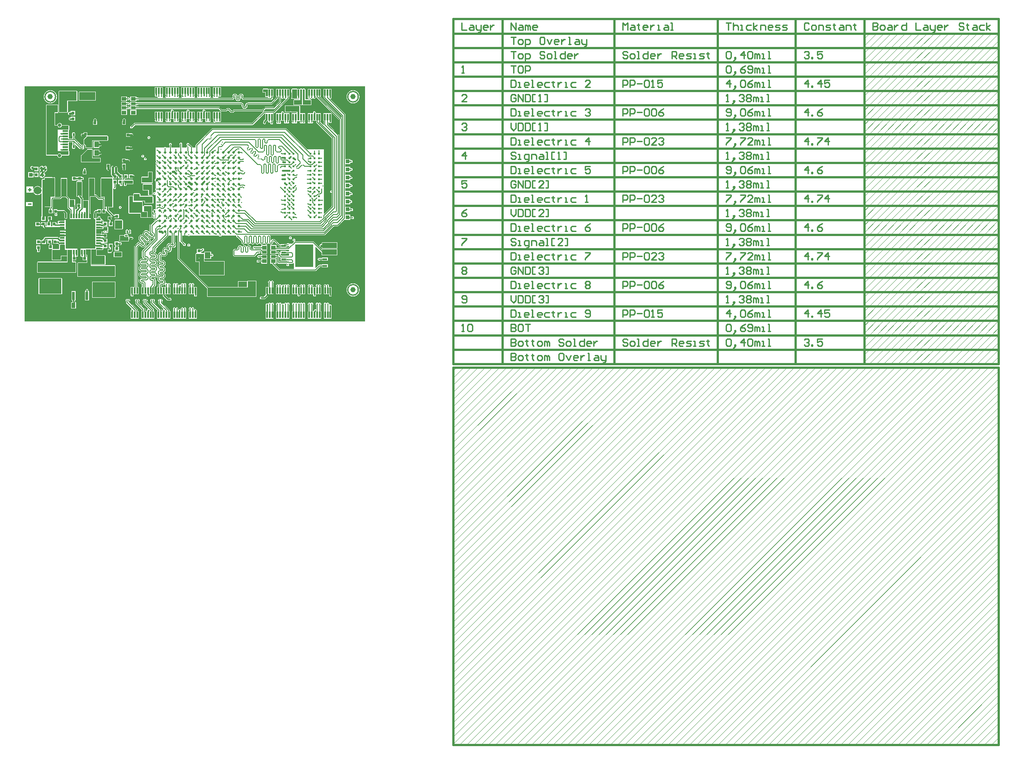
<source format=gtl>
G04*
G04 #@! TF.GenerationSoftware,Altium Limited,Altium Designer,21.4.1 (30)*
G04*
G04 Layer_Physical_Order=1*
G04 Layer_Color=255*
%FSLAX25Y25*%
%MOIN*%
G70*
G04*
G04 #@! TF.SameCoordinates,690C2B1C-B9AF-4ECE-B77D-8E73C62371D7*
G04*
G04*
G04 #@! TF.FilePolarity,Positive*
G04*
G01*
G75*
%ADD10C,0.01000*%
%ADD13C,0.00500*%
%ADD14C,0.00600*%
%ADD33R,0.13600X0.17100*%
%ADD34R,0.03400X0.01700*%
%ADD55R,0.09843X0.09843*%
%ADD60C,0.05906*%
%ADD62C,0.00700*%
%ADD63R,0.01181X0.04724*%
%ADD64R,0.02362X0.06102*%
%ADD65R,0.02953X0.03937*%
%ADD66R,0.13386X0.03858*%
%ADD67R,0.05315X0.03740*%
%ADD68R,0.06299X0.03937*%
%ADD69R,0.02953X0.03543*%
G04:AMPARAMS|DCode=70|XSize=21.26mil|YSize=15.75mil|CornerRadius=3.94mil|HoleSize=0mil|Usage=FLASHONLY|Rotation=90.000|XOffset=0mil|YOffset=0mil|HoleType=Round|Shape=RoundedRectangle|*
%AMROUNDEDRECTD70*
21,1,0.02126,0.00787,0,0,90.0*
21,1,0.01339,0.01575,0,0,90.0*
1,1,0.00787,0.00394,0.00669*
1,1,0.00787,0.00394,-0.00669*
1,1,0.00787,-0.00394,-0.00669*
1,1,0.00787,-0.00394,0.00669*
%
%ADD70ROUNDEDRECTD70*%
%ADD71R,0.03150X0.03150*%
%ADD72R,0.03937X0.03543*%
%ADD73R,0.03858X0.13386*%
%ADD74R,0.08346X0.05906*%
%ADD75C,0.01968*%
%ADD76R,0.05200X0.02000*%
%ADD77R,0.05200X0.02200*%
G04:AMPARAMS|DCode=78|XSize=33.86mil|YSize=10.63mil|CornerRadius=1.33mil|HoleSize=0mil|Usage=FLASHONLY|Rotation=0.000|XOffset=0mil|YOffset=0mil|HoleType=Round|Shape=RoundedRectangle|*
%AMROUNDEDRECTD78*
21,1,0.03386,0.00797,0,0,0.0*
21,1,0.03120,0.01063,0,0,0.0*
1,1,0.00266,0.01560,-0.00399*
1,1,0.00266,-0.01560,-0.00399*
1,1,0.00266,-0.01560,0.00399*
1,1,0.00266,0.01560,0.00399*
%
%ADD78ROUNDEDRECTD78*%
G04:AMPARAMS|DCode=79|XSize=33.86mil|YSize=10.63mil|CornerRadius=1.33mil|HoleSize=0mil|Usage=FLASHONLY|Rotation=270.000|XOffset=0mil|YOffset=0mil|HoleType=Round|Shape=RoundedRectangle|*
%AMROUNDEDRECTD79*
21,1,0.03386,0.00797,0,0,270.0*
21,1,0.03120,0.01063,0,0,270.0*
1,1,0.00266,-0.00399,-0.01560*
1,1,0.00266,-0.00399,0.01560*
1,1,0.00266,0.00399,0.01560*
1,1,0.00266,0.00399,-0.01560*
%
%ADD79ROUNDEDRECTD79*%
%ADD80R,0.22047X0.22047*%
%ADD81C,0.00984*%
%ADD82R,0.04488X0.01181*%
%ADD83R,0.04488X0.02362*%
%ADD84R,0.02362X0.02362*%
%ADD85R,0.04331X0.04724*%
%ADD86C,0.01693*%
%ADD87R,0.03661X0.02677*%
%ADD88R,0.03661X0.01890*%
%ADD89R,0.02047X0.02047*%
%ADD90R,0.02362X0.02362*%
%ADD91R,0.03543X0.03937*%
%ADD92R,0.03150X0.03150*%
%ADD93R,0.02047X0.02047*%
%ADD94R,0.03740X0.05315*%
%ADD95C,0.00800*%
%ADD96C,0.01300*%
%ADD97C,0.01500*%
%ADD98C,0.01200*%
%ADD99C,0.01800*%
%ADD100C,0.02000*%
%ADD101C,0.00100*%
%ADD102R,0.09000X0.05700*%
%ADD103R,0.06417X0.05700*%
%ADD104C,0.02559*%
%ADD105O,0.07087X0.03543*%
%ADD106O,0.08268X0.04134*%
%ADD107C,0.03937*%
%ADD108C,0.01181*%
G36*
X254902Y1003D02*
X1003Y1003D01*
Y161417D01*
Y176162D01*
X254902D01*
Y1003D01*
D02*
G37*
%LPC*%
G36*
X147518Y175462D02*
X141600D01*
Y169938D01*
X141850D01*
Y169122D01*
X141799Y169071D01*
X141648Y168707D01*
Y168313D01*
X141799Y167949D01*
X142077Y167670D01*
X142186Y167625D01*
X139153D01*
X139262Y167670D01*
X139541Y167949D01*
X139692Y168313D01*
Y168707D01*
X139541Y169071D01*
X139442Y169170D01*
Y169938D01*
X139644D01*
Y175462D01*
X129789D01*
Y169938D01*
X130039D01*
Y169122D01*
X129988Y169071D01*
X129837Y168707D01*
Y168313D01*
X129988Y167949D01*
X130266Y167670D01*
X130375Y167625D01*
X127342D01*
X127452Y167670D01*
X127730Y167949D01*
X127881Y168313D01*
Y168707D01*
X127730Y169071D01*
X127631Y169170D01*
Y169938D01*
X127833D01*
Y175462D01*
X117978D01*
Y169938D01*
X118228D01*
Y169122D01*
X118177Y169071D01*
X118026Y168707D01*
Y168313D01*
X118177Y167949D01*
X118455Y167670D01*
X118564Y167625D01*
X115531D01*
X115640Y167670D01*
X115919Y167949D01*
X116070Y168313D01*
Y168707D01*
X115919Y169071D01*
X115820Y169170D01*
Y169938D01*
X116022D01*
Y175462D01*
X106167D01*
Y169938D01*
X106417D01*
Y169122D01*
X106366Y169071D01*
X106215Y168707D01*
Y168313D01*
X106366Y167949D01*
X106644Y167670D01*
X106753Y167625D01*
X103720D01*
X103829Y167670D01*
X104108Y167949D01*
X104259Y168313D01*
Y168707D01*
X104108Y169071D01*
X104009Y169170D01*
Y169938D01*
X104211D01*
Y175462D01*
X98293D01*
Y169938D01*
X98397D01*
Y169818D01*
X98324Y169642D01*
Y169248D01*
X98475Y168884D01*
X98754Y168605D01*
X99118Y168454D01*
X99512D01*
X99876Y168605D01*
X100154Y168884D01*
X100305Y169248D01*
Y169642D01*
X100232Y169818D01*
Y169938D01*
X100511D01*
Y169122D01*
X100460Y169071D01*
X100309Y168707D01*
Y168313D01*
X100460Y167949D01*
X100739Y167670D01*
X100848Y167625D01*
X86061D01*
X85986Y167700D01*
X85622Y167851D01*
X85228D01*
X84864Y167700D01*
X84814Y167650D01*
X84356D01*
Y168599D01*
X79895D01*
Y165122D01*
X84356D01*
Y166121D01*
X84764D01*
X84864Y166021D01*
X85228Y165870D01*
X85622D01*
X85986Y166021D01*
X86061Y166096D01*
X155750D01*
Y166074D01*
X156472Y166218D01*
X157084Y166627D01*
X157492Y167239D01*
X157636Y167961D01*
X157615D01*
Y168788D01*
X157625D01*
X157720Y169018D01*
X157950Y169113D01*
X158179Y169018D01*
X158275Y168788D01*
X158285D01*
Y167046D01*
X158264D01*
X158407Y166324D01*
X158816Y165712D01*
X159428Y165303D01*
X160150Y165160D01*
X160872Y165303D01*
X161484Y165712D01*
X161892Y166324D01*
X162036Y167046D01*
X162015D01*
Y168788D01*
X162025D01*
X162120Y169018D01*
X162350Y169113D01*
X162580Y169018D01*
X162675Y168788D01*
X162685D01*
Y167961D01*
X162664D01*
X162807Y167239D01*
X163216Y166627D01*
X163828Y166218D01*
X164550Y166074D01*
Y166096D01*
X184560D01*
X184853Y166154D01*
X185101Y166320D01*
X186048Y167266D01*
X186048Y167266D01*
X186213Y167515D01*
X186272Y167807D01*
X186272Y167807D01*
Y168638D01*
X186542D01*
Y174162D01*
X182766D01*
X182706Y174306D01*
X182400Y174433D01*
X179000D01*
X178694Y174306D01*
X178567Y174000D01*
Y171800D01*
X178694Y171494D01*
X179000Y171367D01*
X180367D01*
Y168700D01*
X180494Y168394D01*
X180800Y168267D01*
X182400D01*
X182623Y168359D01*
X182600Y168306D01*
Y167912D01*
X182719Y167625D01*
X164550D01*
Y167636D01*
X164320Y167731D01*
X164225Y167961D01*
X164215D01*
Y168788D01*
X164236D01*
X164093Y169510D01*
X163684Y170122D01*
X163072Y170531D01*
X162350Y170674D01*
X161628Y170531D01*
X161016Y170122D01*
X160607Y169510D01*
X160464Y168788D01*
X160485D01*
Y167046D01*
X160475D01*
X160380Y166816D01*
X160150Y166721D01*
X159920Y166816D01*
X159825Y167046D01*
X159815D01*
Y168788D01*
X159836D01*
X159693Y169510D01*
X159284Y170122D01*
X158672Y170531D01*
X157950Y170674D01*
X157228Y170531D01*
X156616Y170122D01*
X156207Y169510D01*
X156064Y168788D01*
X156085D01*
Y167961D01*
X156075D01*
X155980Y167731D01*
X155750Y167636D01*
Y167625D01*
X145059D01*
X145168Y167670D01*
X145447Y167949D01*
X145598Y168313D01*
Y168707D01*
X145447Y169071D01*
X145348Y169170D01*
Y169938D01*
X145641D01*
Y169818D01*
X145568Y169642D01*
Y169248D01*
X145719Y168884D01*
X145998Y168605D01*
X146362Y168454D01*
X146756D01*
X147120Y168605D01*
X147399Y168884D01*
X147549Y169248D01*
Y169642D01*
X147476Y169818D01*
Y169938D01*
X147518D01*
Y175462D01*
D02*
G37*
G36*
X77505Y168599D02*
X73044D01*
Y165122D01*
X77505D01*
Y166128D01*
X77913D01*
X78013Y166028D01*
X78378Y165877D01*
X78772D01*
X79136Y166028D01*
X79414Y166306D01*
X79565Y166671D01*
Y167065D01*
X79414Y167429D01*
X79136Y167707D01*
X78772Y167858D01*
X78378D01*
X78013Y167707D01*
X77964Y167657D01*
X77505D01*
Y168599D01*
D02*
G37*
G36*
X54127Y172253D02*
X44980D01*
Y172233D01*
X42000D01*
X41694Y172106D01*
X41567Y171800D01*
Y165900D01*
X41694Y165594D01*
X42000Y165467D01*
X53700D01*
X53894Y165547D01*
X54127D01*
Y165885D01*
X54133Y165900D01*
Y171800D01*
X54127Y171815D01*
Y172253D01*
D02*
G37*
G36*
X245900Y173279D02*
X244637Y173112D01*
X243460Y172625D01*
X242450Y171850D01*
X241675Y170839D01*
X241187Y169663D01*
X241021Y168400D01*
X241187Y167137D01*
X241675Y165961D01*
X242450Y164950D01*
X243460Y164175D01*
X244637Y163687D01*
X245900Y163521D01*
X247163Y163687D01*
X248339Y164175D01*
X249350Y164950D01*
X250125Y165961D01*
X250612Y167137D01*
X250779Y168400D01*
X250612Y169663D01*
X250125Y170839D01*
X249350Y171850D01*
X248339Y172625D01*
X247163Y173112D01*
X245900Y173279D01*
D02*
G37*
G36*
X20300D02*
X19037Y173112D01*
X17860Y172625D01*
X16850Y171850D01*
X16075Y170839D01*
X15587Y169663D01*
X15421Y168400D01*
X15587Y167137D01*
X16075Y165961D01*
X16850Y164950D01*
X17860Y164175D01*
X19037Y163687D01*
X20300Y163521D01*
X21563Y163687D01*
X22739Y164175D01*
X23750Y164950D01*
X24525Y165961D01*
X25012Y167137D01*
X25179Y168400D01*
X25012Y169663D01*
X24525Y170839D01*
X23750Y171850D01*
X22739Y172625D01*
X21563Y173112D01*
X20300Y173279D01*
D02*
G37*
G36*
X77505Y164662D02*
X73044D01*
Y161972D01*
X77505D01*
Y162585D01*
X77913D01*
X78013Y162485D01*
X78378Y162334D01*
X78772D01*
X79136Y162485D01*
X79414Y162763D01*
X79565Y163127D01*
Y163521D01*
X79414Y163885D01*
X79136Y164164D01*
X78772Y164315D01*
X78378D01*
X78013Y164164D01*
X77964Y164114D01*
X77505D01*
Y164662D01*
D02*
G37*
G36*
X204130Y174441D02*
X200430D01*
X200124Y174314D01*
X199997Y174008D01*
Y167300D01*
X200124Y166994D01*
X200430Y166867D01*
X204130D01*
X204436Y166994D01*
X204557Y167285D01*
X204681Y167160D01*
X205045Y167009D01*
X205439D01*
X205803Y167160D01*
X205967Y167324D01*
Y166433D01*
X202000D01*
X201694Y166306D01*
X201567Y166000D01*
Y162500D01*
X201694Y162194D01*
X202000Y162067D01*
X208000D01*
X208216Y162157D01*
X208433Y162067D01*
X214379D01*
X214686Y162194D01*
X214812Y162500D01*
Y166000D01*
X214686Y166306D01*
X214379Y166433D01*
X210433D01*
Y174000D01*
X210306Y174306D01*
X210000Y174433D01*
X208433D01*
X208216Y174343D01*
X208000Y174433D01*
X206400D01*
X206094Y174306D01*
X206034Y174162D01*
X204499D01*
X204436Y174314D01*
X204130Y174441D01*
D02*
G37*
G36*
X77505Y161512D02*
X73044D01*
Y158823D01*
X77505D01*
Y159435D01*
X77913D01*
X78013Y159335D01*
X78378Y159184D01*
X78772D01*
X79136Y159335D01*
X79414Y159614D01*
X79565Y159978D01*
Y160372D01*
X79414Y160736D01*
X79136Y161014D01*
X78772Y161165D01*
X78378D01*
X78013Y161014D01*
X77964Y160965D01*
X77505D01*
Y161512D01*
D02*
G37*
G36*
X40000Y172933D02*
X27000D01*
X26694Y172806D01*
X26567Y172500D01*
Y157000D01*
X26694Y156694D01*
X27000Y156567D01*
X33000D01*
X33306Y156694D01*
X33433Y157000D01*
Y165067D01*
X40000D01*
X40306Y165194D01*
X40433Y165500D01*
Y172500D01*
X40306Y172806D01*
X40000Y172933D01*
D02*
G37*
G36*
X84356Y158363D02*
X79895D01*
Y154885D01*
X84356D01*
Y158363D01*
D02*
G37*
G36*
X77505D02*
X73044D01*
Y154885D01*
X77505D01*
Y158363D01*
D02*
G37*
G36*
X38781Y157781D02*
X35619D01*
Y157068D01*
X34741D01*
X34292Y156979D01*
X33912Y156725D01*
X33658Y156345D01*
X33568Y155896D01*
X33658Y155447D01*
X33889Y155100D01*
X33912Y155067D01*
X34000Y155008D01*
D01*
X34292Y154813D01*
X34741Y154723D01*
X35619D01*
Y154619D01*
X38781D01*
Y157781D01*
D02*
G37*
G36*
Y153581D02*
X35619D01*
Y152852D01*
X35289D01*
X35197Y152891D01*
X34803D01*
X34439Y152740D01*
X34160Y152461D01*
X34009Y152097D01*
Y151703D01*
X34160Y151339D01*
X34439Y151060D01*
X34803Y150909D01*
X35197D01*
X35456Y151017D01*
X35619D01*
Y150419D01*
X38781D01*
Y153581D01*
D02*
G37*
G36*
X229849Y174162D02*
X223931D01*
Y168638D01*
X224259D01*
Y167678D01*
X224310Y167424D01*
X224453Y167209D01*
X237637Y154025D01*
Y152366D01*
X237568Y152469D01*
X221662Y168375D01*
Y168638D01*
X221975D01*
Y174162D01*
X212120D01*
Y168638D01*
X212394D01*
X212318Y168561D01*
X212167Y168197D01*
Y167803D01*
X212318Y167439D01*
X212596Y167160D01*
X212961Y167009D01*
X213354D01*
X213719Y167160D01*
X213997Y167439D01*
X214079Y167635D01*
X214160Y167439D01*
X214439Y167160D01*
X214803Y167009D01*
X215197D01*
X215561Y167160D01*
X215840Y167439D01*
X215990Y167803D01*
Y168197D01*
X215840Y168561D01*
X215804Y168596D01*
Y168638D01*
X216146D01*
Y168335D01*
X216089Y168197D01*
Y167803D01*
X216240Y167439D01*
X216518Y167160D01*
X216882Y167009D01*
X217276D01*
X217640Y167160D01*
X217919Y167439D01*
X218070Y167803D01*
Y168197D01*
X217981Y168411D01*
Y168638D01*
X218354D01*
Y168483D01*
X218404Y168230D01*
X218548Y168015D01*
X235337Y151225D01*
Y139928D01*
X235312Y140054D01*
X235168Y140269D01*
X227553Y147884D01*
Y150528D01*
X227962D01*
Y150124D01*
X227909Y149997D01*
Y149603D01*
X228060Y149239D01*
X228339Y148960D01*
X228703Y148809D01*
X229097D01*
X229461Y148960D01*
X229740Y149239D01*
X229890Y149603D01*
Y149997D01*
X229797Y150223D01*
Y150528D01*
X229849D01*
Y156052D01*
X223931D01*
Y150528D01*
X224259D01*
Y147478D01*
X224310Y147224D01*
X224453Y147009D01*
X232766Y138697D01*
Y138471D01*
X221648Y149589D01*
Y150528D01*
X221975D01*
Y156052D01*
X217950D01*
Y156310D01*
X218007Y156448D01*
Y156842D01*
X217856Y157206D01*
X217577Y157485D01*
X217213Y157635D01*
X216819D01*
X216455Y157485D01*
X216177Y157206D01*
X216026Y156842D01*
Y156448D01*
X216114Y156234D01*
Y156052D01*
X212120D01*
Y150528D01*
X212346D01*
Y150036D01*
X212271Y149961D01*
X212120Y149597D01*
Y149203D01*
X212271Y148839D01*
X212550Y148560D01*
X212914Y148409D01*
X213308D01*
X213672Y148560D01*
X213951Y148839D01*
X214095Y149188D01*
X214240Y148839D01*
X214518Y148560D01*
X214882Y148409D01*
X215276D01*
X215640Y148560D01*
X215919Y148839D01*
X216070Y149203D01*
Y149597D01*
X215919Y149961D01*
X215844Y150036D01*
Y150528D01*
X218354D01*
Y149683D01*
X218404Y149430D01*
X218548Y149215D01*
X230237Y137525D01*
Y98549D01*
X229897Y98690D01*
X229503D01*
X229139Y98540D01*
X228860Y98261D01*
X228709Y97897D01*
Y97503D01*
X228860Y97139D01*
X229139Y96860D01*
X229503Y96709D01*
X229897D01*
X230237Y96850D01*
Y87338D01*
X230060Y87161D01*
X229909Y86797D01*
Y86547D01*
X224200Y80837D01*
Y129100D01*
X211917D01*
X196276Y144741D01*
X196028Y144906D01*
X195735Y144965D01*
X141300D01*
X141300Y144965D01*
X141007Y144906D01*
X140759Y144741D01*
X128879Y132861D01*
X128714Y132613D01*
X128656Y132320D01*
Y130600D01*
X126248D01*
Y130717D01*
X126248Y130717D01*
X126190Y131009D01*
X126024Y131257D01*
X125040Y132241D01*
X124792Y132407D01*
X124500Y132465D01*
X124321D01*
X123833Y132953D01*
Y133055D01*
X123682Y133419D01*
X123404Y133698D01*
X123040Y133849D01*
X122645D01*
X122281Y133698D01*
X122003Y133419D01*
X121852Y133055D01*
Y132661D01*
X122003Y132297D01*
X122281Y132018D01*
X122645Y131868D01*
X122756D01*
X122933Y131691D01*
X122615D01*
X122251Y131540D01*
X121973Y131261D01*
X121822Y130897D01*
Y130600D01*
X118365D01*
Y132719D01*
X118440Y132794D01*
X118590Y133158D01*
Y133552D01*
X118440Y133916D01*
X118161Y134195D01*
X117797Y134345D01*
X117403D01*
X117039Y134195D01*
X116760Y133916D01*
X116609Y133552D01*
Y133158D01*
X116760Y132794D01*
X116835Y132719D01*
Y130600D01*
X110532D01*
Y132231D01*
X110640Y132339D01*
X110790Y132703D01*
Y133097D01*
X110640Y133461D01*
X110361Y133740D01*
X109997Y133890D01*
X109603D01*
X109239Y133740D01*
X108960Y133461D01*
X108809Y133097D01*
Y132703D01*
X108960Y132339D01*
X109003Y132296D01*
Y130600D01*
X106501D01*
X106361Y130740D01*
X105997Y130891D01*
X105603D01*
X105239Y130740D01*
X105099Y130600D01*
X98700D01*
Y120400D01*
X99162D01*
X99402Y120160D01*
X99466Y120134D01*
X99239Y120040D01*
X98960Y119761D01*
X98809Y119397D01*
Y119003D01*
X98960Y118639D01*
X99239Y118360D01*
X99603Y118209D01*
X99997D01*
X100361Y118360D01*
X100500Y118499D01*
Y118000D01*
X100289D01*
X100160Y118053D01*
X99766D01*
X99637Y118000D01*
X98700D01*
Y107258D01*
X98571Y107129D01*
X98317Y106749D01*
X98227Y106300D01*
X98317Y105851D01*
X98571Y105471D01*
X98700Y105385D01*
Y100021D01*
X98644Y99965D01*
X98493Y99601D01*
Y99207D01*
X98644Y98843D01*
X98700Y98787D01*
Y96801D01*
X98422Y97079D01*
X98058Y97229D01*
X97664D01*
X97300Y97079D01*
X97021Y96800D01*
X96870Y96436D01*
Y96042D01*
X97021Y95678D01*
X97300Y95399D01*
X97664Y95248D01*
X98058D01*
X98422Y95399D01*
X98700Y95677D01*
Y84350D01*
X98500Y84433D01*
X97600D01*
X97294Y84306D01*
X97168Y84003D01*
X97015Y83940D01*
X96736Y83661D01*
X96586Y83297D01*
Y82903D01*
X96736Y82539D01*
X97015Y82260D01*
X97167Y82197D01*
Y82000D01*
X97294Y81694D01*
X97600Y81567D01*
X98500D01*
X98700Y81650D01*
Y77537D01*
X94495Y73333D01*
X94340Y73101D01*
X94286Y72828D01*
Y70232D01*
Y67252D01*
X93041Y68497D01*
X92809Y68652D01*
X92536Y68706D01*
X90967D01*
X90694Y68652D01*
X90463Y68497D01*
X89490Y67525D01*
X89336Y67293D01*
X89281Y67020D01*
Y65462D01*
X87723D01*
X87450Y65408D01*
X87219Y65253D01*
X86247Y64281D01*
X86092Y64050D01*
X86037Y63776D01*
Y62208D01*
X86092Y61935D01*
X86247Y61703D01*
X87596Y60353D01*
X86340D01*
X86067Y60299D01*
X85835Y60145D01*
X83695Y58005D01*
X83024Y57333D01*
X82869Y57102D01*
X82815Y56829D01*
Y26617D01*
X80235D01*
Y21093D01*
X80324D01*
Y20835D01*
X80267Y20697D01*
Y20303D01*
X80418Y19939D01*
X80696Y19660D01*
X81060Y19509D01*
X81454D01*
X81818Y19660D01*
X82097Y19939D01*
X82248Y20303D01*
Y20697D01*
X82159Y20911D01*
Y21093D01*
X86153D01*
Y26617D01*
X85542D01*
Y55995D01*
X85624Y56076D01*
X85624Y56076D01*
X87127Y57579D01*
X88211Y56495D01*
X88443Y56340D01*
X88716Y56286D01*
X90285D01*
X90558Y56340D01*
X90789Y56495D01*
X91761Y57467D01*
X91916Y57699D01*
X91970Y57972D01*
Y59529D01*
X93528D01*
X93801Y59584D01*
X94033Y59738D01*
X95005Y60711D01*
X95160Y60942D01*
X95214Y61216D01*
Y62773D01*
X96772D01*
X97045Y62827D01*
X97277Y62982D01*
X97986Y63692D01*
Y62696D01*
X88864Y53574D01*
X88710Y53342D01*
X88655Y53069D01*
Y50261D01*
Y49042D01*
X88710Y48768D01*
X88864Y48537D01*
X89753Y47649D01*
X87950D01*
X87677Y47594D01*
X87445Y47440D01*
X86336Y46330D01*
X86181Y46099D01*
X86127Y45826D01*
Y44451D01*
X86181Y44177D01*
X86336Y43946D01*
X87437Y42844D01*
X86336Y41743D01*
X86181Y41511D01*
X86127Y41238D01*
Y39863D01*
X86181Y39590D01*
X86336Y39358D01*
X87437Y38257D01*
X86336Y37156D01*
X86181Y36924D01*
X86127Y36651D01*
Y35276D01*
X86181Y35003D01*
X86336Y34771D01*
X87437Y33670D01*
X86336Y32568D01*
X86181Y32337D01*
X86127Y32063D01*
Y30688D01*
X86181Y30415D01*
X86336Y30184D01*
X87445Y29074D01*
X87677Y28920D01*
X87950Y28865D01*
X88655D01*
Y27400D01*
Y26617D01*
X88109D01*
Y21093D01*
X92135D01*
Y20835D01*
X92078Y20697D01*
Y20303D01*
X92229Y19939D01*
X92507Y19660D01*
X92871Y19509D01*
X93265D01*
X93629Y19660D01*
X93908Y19939D01*
X94059Y20303D01*
Y20697D01*
X93970Y20911D01*
Y21093D01*
X97964D01*
Y26584D01*
X98804Y27424D01*
X98959Y27656D01*
X99014Y27929D01*
Y29000D01*
Y31582D01*
X98959Y31855D01*
X98804Y32087D01*
X97916Y32975D01*
X98492D01*
X98765Y33029D01*
X98996Y33184D01*
X100106Y34294D01*
X100260Y34525D01*
X100315Y34798D01*
Y35970D01*
X101389Y34896D01*
X100287Y33795D01*
X100133Y33563D01*
X100078Y33290D01*
Y31915D01*
X100133Y31642D01*
X100287Y31410D01*
X101397Y30301D01*
X101628Y30146D01*
X101674Y30137D01*
X100740Y29203D01*
X100586Y28972D01*
X100531Y28699D01*
Y26900D01*
Y26617D01*
X99920D01*
Y21093D01*
X104021D01*
Y20461D01*
X104091Y20110D01*
X104289Y19813D01*
X107316Y16786D01*
X107614Y16587D01*
X107965Y16517D01*
X109043D01*
X109303Y16409D01*
X109697D01*
X110061Y16560D01*
X110340Y16839D01*
X110490Y17203D01*
Y17597D01*
X110340Y17961D01*
X110061Y18240D01*
X109697Y18391D01*
X109303D01*
X109210Y18352D01*
X108345D01*
X105856Y20842D01*
Y21093D01*
X109775D01*
Y26617D01*
X109538D01*
Y27875D01*
X109602Y27939D01*
X109753Y28303D01*
Y28697D01*
X109602Y29061D01*
X109324Y29340D01*
X108960Y29491D01*
X108566D01*
X108202Y29340D01*
X107923Y29061D01*
X107779Y28712D01*
X107634Y29061D01*
X107355Y29340D01*
X106991Y29491D01*
X106597D01*
X106233Y29340D01*
X105955Y29061D01*
X105804Y28697D01*
Y28303D01*
X105955Y27939D01*
X106041Y27853D01*
Y26617D01*
X103259D01*
Y26900D01*
Y27798D01*
X104318D01*
X104591Y27852D01*
X104823Y28007D01*
X105932Y29116D01*
X106087Y29348D01*
X106141Y29621D01*
Y30996D01*
X106087Y31269D01*
X105932Y31501D01*
X104831Y32602D01*
X105932Y33704D01*
X106087Y33935D01*
X106141Y34209D01*
Y35583D01*
X106087Y35857D01*
X105932Y36088D01*
X104831Y37190D01*
X105932Y38291D01*
X106087Y38523D01*
X106141Y38796D01*
Y40171D01*
X106087Y40444D01*
X105932Y40676D01*
X104831Y41777D01*
X105932Y42879D01*
X106087Y43110D01*
X106141Y43383D01*
Y44758D01*
X106087Y45031D01*
X105932Y45263D01*
X104823Y46372D01*
X104591Y46527D01*
X104318Y46581D01*
X103259D01*
Y46900D01*
Y47235D01*
Y49811D01*
X103285Y49837D01*
X103673Y49449D01*
X103904Y49294D01*
X104178Y49240D01*
X105746D01*
X106019Y49294D01*
X106251Y49449D01*
X107223Y50421D01*
X107378Y50653D01*
X107432Y50926D01*
Y52484D01*
X108990D01*
X109263Y52538D01*
X109495Y52693D01*
X110467Y53665D01*
X110622Y53896D01*
X110676Y54170D01*
Y55727D01*
X112234D01*
X112507Y55782D01*
X112739Y55936D01*
X113711Y56909D01*
X113866Y57140D01*
X113920Y57413D01*
Y58982D01*
X113866Y59255D01*
X113711Y59487D01*
X113067Y60130D01*
Y61295D01*
Y64700D01*
X115037D01*
Y47900D01*
X115087Y47646D01*
X115231Y47431D01*
X137167Y25496D01*
Y19500D01*
X137294Y19194D01*
X137600Y19067D01*
X173500D01*
X173806Y19194D01*
X173933Y19500D01*
Y30800D01*
X173806Y31106D01*
X173500Y31233D01*
X167500D01*
X167194Y31106D01*
X167104Y30890D01*
X167000Y30933D01*
X160500D01*
X160194Y30806D01*
X160067Y30500D01*
Y26600D01*
X160095Y26533D01*
X138004D01*
X116363Y48174D01*
Y64700D01*
X116908D01*
Y60828D01*
X116966Y60535D01*
X117131Y60287D01*
X119309Y58109D01*
Y58003D01*
X119460Y57639D01*
X119739Y57360D01*
X120103Y57209D01*
X120497D01*
X120861Y57360D01*
X121140Y57639D01*
X121290Y58003D01*
Y58397D01*
X121140Y58761D01*
X120861Y59040D01*
X120497Y59190D01*
X120391D01*
X118437Y61144D01*
Y64700D01*
X122799D01*
X122939Y64560D01*
X123303Y64409D01*
X123697D01*
X124061Y64560D01*
X124201Y64700D01*
X145993D01*
X146060Y64539D01*
X146339Y64260D01*
X146703Y64109D01*
X147097D01*
X147461Y64260D01*
X147740Y64539D01*
X147806Y64700D01*
X158809D01*
Y64403D01*
X158960Y64039D01*
X159239Y63760D01*
X159603Y63609D01*
X159709D01*
X160651Y62667D01*
X160651Y62667D01*
X162680Y60638D01*
X162658Y60616D01*
X162674Y60577D01*
X162705D01*
Y59906D01*
X162689D01*
X162813Y59282D01*
X163167Y58753D01*
X163696Y58399D01*
X164320Y58275D01*
X164944Y58399D01*
X165474Y58753D01*
X165827Y59282D01*
X165952Y59906D01*
X165935D01*
Y63738D01*
X165966D01*
X165982Y63776D01*
X166020Y63792D01*
X166058Y63776D01*
X166074Y63738D01*
X166105D01*
Y59889D01*
X166089D01*
X166213Y59265D01*
X166567Y58736D01*
X167096Y58382D01*
X167720Y58258D01*
X168344Y58382D01*
X168874Y58736D01*
X169227Y59265D01*
X169351Y59889D01*
X169335D01*
Y63738D01*
X169366D01*
X169382Y63776D01*
X169420Y63792D01*
X169458Y63776D01*
X169474Y63738D01*
X169505D01*
Y59889D01*
X169489D01*
X169613Y59265D01*
X169967Y58736D01*
X170496Y58382D01*
X171120Y58258D01*
X171744Y58382D01*
X172274Y58736D01*
X172627Y59265D01*
X172751Y59889D01*
X172735D01*
Y63738D01*
X172766D01*
X172782Y63776D01*
X172820Y63792D01*
X172858Y63776D01*
X172874Y63738D01*
X172905D01*
Y59889D01*
X172889D01*
X173013Y59265D01*
X173367Y58736D01*
X173896Y58382D01*
X174520Y58258D01*
X175144Y58382D01*
X175674Y58736D01*
X176027Y59265D01*
X176152Y59889D01*
X176135D01*
Y63738D01*
X176166D01*
X176182Y63776D01*
X176220Y63792D01*
X176258Y63776D01*
X176274Y63738D01*
X176305D01*
Y59889D01*
X176289D01*
X176413Y59265D01*
X176767Y58736D01*
X177296Y58382D01*
X177920Y58258D01*
X178544Y58382D01*
X179074Y58736D01*
X179427Y59265D01*
X179551Y59889D01*
X179535D01*
Y63738D01*
X179566D01*
X179582Y63776D01*
X179620Y63792D01*
X179658Y63776D01*
X179674Y63738D01*
X179705D01*
Y59889D01*
X179689D01*
X179813Y59265D01*
X180167Y58736D01*
X180696Y58382D01*
X181320Y58258D01*
X181944Y58382D01*
X182474Y58736D01*
X182827Y59265D01*
X182951Y59889D01*
X182935D01*
Y63738D01*
X182966D01*
X182982Y63776D01*
X183020Y63792D01*
X183058Y63776D01*
X183074Y63738D01*
X183105D01*
Y59889D01*
X183089D01*
X183213Y59265D01*
X183567Y58736D01*
X184096Y58382D01*
X184720Y58258D01*
X185344Y58382D01*
X185874Y58736D01*
X186227Y59265D01*
X186352Y59889D01*
X186335D01*
Y60650D01*
X186366D01*
X186382Y60688D01*
X186420Y60704D01*
Y60735D01*
X186783D01*
X190759Y56759D01*
X191007Y56593D01*
X191300Y56535D01*
X191300Y56535D01*
X192000D01*
Y56050D01*
X196200D01*
Y56965D01*
X196800D01*
X197092Y57024D01*
X197341Y57189D01*
X197432Y57280D01*
X197668D01*
X198032Y57431D01*
X198300Y57699D01*
Y56581D01*
X197583Y55865D01*
X188781D01*
Y57739D01*
X184319D01*
Y54261D01*
X188781D01*
Y54335D01*
X197900D01*
X198193Y54393D01*
X198300Y54465D01*
Y53065D01*
X196200D01*
Y53550D01*
X192000D01*
Y51050D01*
X196200D01*
Y51535D01*
X198300D01*
Y49765D01*
X192717D01*
X191764Y50717D01*
Y51665D01*
X191706Y51957D01*
X191541Y52205D01*
X191541Y52205D01*
X190805Y52941D01*
X190557Y53106D01*
X190265Y53165D01*
X188781D01*
Y53802D01*
X184319D01*
Y51112D01*
X188781D01*
Y51635D01*
X189948D01*
X190235Y51348D01*
Y50400D01*
X190293Y50107D01*
X190459Y49859D01*
X191859Y48459D01*
X192000Y48365D01*
Y46050D01*
X196200D01*
Y46535D01*
X196371D01*
X196460Y46320D01*
X196739Y46041D01*
X197103Y45891D01*
X197497D01*
X197861Y46041D01*
X197936Y46116D01*
X198300D01*
Y45465D01*
X190865D01*
Y48790D01*
X190806Y49082D01*
X190640Y49331D01*
X190231Y49741D01*
X189982Y49906D01*
X189690Y49965D01*
X188781D01*
Y50652D01*
X184319D01*
Y47962D01*
X188781D01*
Y48435D01*
X189335D01*
Y45110D01*
X189393Y44817D01*
X189559Y44569D01*
X189969Y44159D01*
X190217Y43993D01*
X190510Y43935D01*
X196734D01*
X196460Y43661D01*
X196309Y43297D01*
Y42903D01*
X196460Y42539D01*
X196739Y42260D01*
X197103Y42109D01*
X197497D01*
X197861Y42260D01*
X198140Y42539D01*
X198290Y42903D01*
Y43297D01*
X198140Y43661D01*
X197865Y43935D01*
X200390D01*
X200682Y43993D01*
X200842Y44100D01*
X202000D01*
Y40000D01*
X217618D01*
X217583Y39965D01*
X191517D01*
X187456Y44025D01*
X188781D01*
Y47502D01*
X184319D01*
Y44025D01*
X185835D01*
Y43800D01*
X185893Y43507D01*
X186059Y43259D01*
X190659Y38659D01*
X190907Y38493D01*
X191200Y38435D01*
X217900D01*
X218193Y38493D01*
X218441Y38659D01*
X221317Y41535D01*
X222900D01*
Y41050D01*
X227100D01*
Y43550D01*
X222900D01*
Y43065D01*
X221000D01*
X220707Y43006D01*
X220459Y42841D01*
X218000Y40381D01*
Y56919D01*
X222567Y52351D01*
Y50579D01*
X222694Y50273D01*
X223000Y50146D01*
X233900D01*
X234206Y50273D01*
X234333Y50579D01*
Y54579D01*
X234206Y54885D01*
X233900Y55012D01*
X223000D01*
X222694Y54885D01*
X222567Y54579D01*
Y54514D01*
X216640Y60441D01*
X216392Y60606D01*
X216100Y60665D01*
X202700D01*
X202700Y60665D01*
X202407Y60606D01*
X202159Y60441D01*
X202159Y60441D01*
X200618Y58900D01*
X198300D01*
Y58843D01*
X198032Y59111D01*
X197668Y59262D01*
X197274D01*
X196910Y59111D01*
X196631Y58832D01*
X196497Y58509D01*
X196483Y58495D01*
X196200D01*
Y58550D01*
X192000D01*
Y58065D01*
X191617D01*
X187641Y62041D01*
X187392Y62206D01*
X187100Y62265D01*
X186420D01*
Y62281D01*
X185796Y62157D01*
X185267Y61804D01*
X184913Y61274D01*
X184789Y60650D01*
X184805D01*
Y59889D01*
X184774D01*
X184758Y59851D01*
X184720Y59835D01*
X184682Y59851D01*
X184666Y59889D01*
X184635D01*
Y63738D01*
X184652D01*
X184527Y64362D01*
X184174Y64891D01*
X183806Y65137D01*
X224400D01*
X224653Y65188D01*
X224868Y65331D01*
X231147Y71609D01*
X231397D01*
X231761Y71760D01*
X231938Y71937D01*
X234400D01*
X234653Y71988D01*
X234868Y72131D01*
X239890Y77153D01*
Y76457D01*
X243840D01*
Y77537D01*
X244762D01*
X244939Y77360D01*
X245303Y77209D01*
X245697D01*
X246061Y77360D01*
X246340Y77639D01*
X246490Y78003D01*
Y78397D01*
X246340Y78761D01*
X246061Y79040D01*
X245697Y79190D01*
X245303D01*
X244939Y79040D01*
X244762Y78863D01*
X243840D01*
Y80407D01*
X240162D01*
Y82400D01*
X243840D01*
Y83486D01*
X244313D01*
X244439Y83360D01*
X244803Y83209D01*
X245197D01*
X245561Y83360D01*
X245840Y83639D01*
X245990Y84003D01*
Y84397D01*
X245840Y84761D01*
X245561Y85040D01*
X245197Y85190D01*
X244803D01*
X244439Y85040D01*
X244313Y84914D01*
X243840D01*
Y86349D01*
X240162D01*
Y88343D01*
X243840D01*
Y89318D01*
X244103Y89209D01*
X244497D01*
X244861Y89360D01*
X245140Y89639D01*
X245290Y90003D01*
Y90397D01*
X245140Y90761D01*
X244861Y91040D01*
X244497Y91190D01*
X244103D01*
X243840Y91082D01*
Y92292D01*
X240162D01*
Y94286D01*
X243840D01*
Y95359D01*
X243939Y95260D01*
X244303Y95109D01*
X244697D01*
X245061Y95260D01*
X245340Y95539D01*
X245490Y95903D01*
Y96297D01*
X245340Y96661D01*
X245061Y96940D01*
X244697Y97091D01*
X244303D01*
X243939Y96940D01*
X243840Y96841D01*
Y98235D01*
X240162D01*
Y100229D01*
X243840D01*
Y101360D01*
X244203Y101209D01*
X244597D01*
X244961Y101360D01*
X245240Y101639D01*
X245390Y102003D01*
Y102397D01*
X245240Y102761D01*
X244961Y103040D01*
X244597Y103191D01*
X244203D01*
X243840Y103040D01*
Y104178D01*
X240162D01*
Y106171D01*
X243840D01*
Y107260D01*
X244203Y107109D01*
X244597D01*
X244961Y107260D01*
X245240Y107539D01*
X245390Y107903D01*
Y108297D01*
X245240Y108661D01*
X244961Y108940D01*
X244597Y109090D01*
X244203D01*
X243840Y108940D01*
Y110121D01*
X240162D01*
Y112114D01*
X243840D01*
Y113559D01*
X243939Y113460D01*
X244303Y113309D01*
X244697D01*
X245061Y113460D01*
X245340Y113739D01*
X245490Y114103D01*
Y114497D01*
X245340Y114861D01*
X245061Y115140D01*
X244697Y115290D01*
X244303D01*
X243939Y115140D01*
X243840Y115041D01*
Y116064D01*
X240162D01*
Y118057D01*
X243840D01*
Y119486D01*
X243913D01*
X244039Y119360D01*
X244403Y119209D01*
X244797D01*
X245161Y119360D01*
X245440Y119639D01*
X245590Y120003D01*
Y120397D01*
X245440Y120761D01*
X245161Y121040D01*
X244797Y121191D01*
X244403D01*
X244039Y121040D01*
X243913Y120914D01*
X243840D01*
Y122007D01*
X240162D01*
Y155200D01*
X240112Y155454D01*
X239968Y155669D01*
X228581Y167056D01*
X228693Y167009D01*
X229087D01*
X229451Y167160D01*
X229730Y167439D01*
X229881Y167803D01*
Y168197D01*
X229792Y168411D01*
Y168638D01*
X229849D01*
Y174162D01*
D02*
G37*
G36*
X147518Y157352D02*
X141600D01*
Y151828D01*
X141876D01*
Y150934D01*
X141850Y150909D01*
X141700Y150545D01*
Y150151D01*
X141850Y149787D01*
X142129Y149508D01*
X142493Y149357D01*
X142887D01*
X143251Y149508D01*
X143530Y149787D01*
X143659Y150099D01*
X143767Y149839D01*
X144046Y149560D01*
X144410Y149409D01*
X144804D01*
X145168Y149560D01*
X145447Y149839D01*
X145595Y150196D01*
X145660Y150039D01*
X145939Y149760D01*
X146303Y149609D01*
X146697D01*
X147061Y149760D01*
X147340Y150039D01*
X147490Y150403D01*
Y150797D01*
X147431Y150940D01*
Y151828D01*
X147518D01*
Y157352D01*
D02*
G37*
G36*
X134882Y158935D02*
X134488D01*
X134124Y158785D01*
X133845Y158506D01*
X133694Y158142D01*
Y157748D01*
X133783Y157534D01*
Y157352D01*
X129789D01*
Y151828D01*
X130039D01*
Y151012D01*
X129988Y150961D01*
X129837Y150597D01*
Y150203D01*
X129988Y149839D01*
X130266Y149560D01*
X130630Y149409D01*
X131024D01*
X131388Y149560D01*
X131667Y149839D01*
X131812Y150188D01*
X131956Y149839D01*
X132235Y149560D01*
X132599Y149409D01*
X132993D01*
X133357Y149560D01*
X133636Y149839D01*
X133786Y150203D01*
Y150597D01*
X133636Y150961D01*
X133537Y151060D01*
Y151828D01*
X135944D01*
Y151012D01*
X135893Y150961D01*
X135742Y150597D01*
Y150203D01*
X135893Y149839D01*
X136172Y149560D01*
X136536Y149409D01*
X136930D01*
X137294Y149560D01*
X137573Y149839D01*
X137717Y150188D01*
X137862Y149839D01*
X138140Y149560D01*
X138504Y149409D01*
X138898D01*
X139262Y149560D01*
X139541Y149839D01*
X139692Y150203D01*
Y150597D01*
X139541Y150961D01*
X139442Y151060D01*
Y151828D01*
X139644D01*
Y157352D01*
X135618D01*
Y157610D01*
X135675Y157748D01*
Y158142D01*
X135525Y158506D01*
X135246Y158785D01*
X134882Y158935D01*
D02*
G37*
G36*
X123060Y158835D02*
X122666D01*
X122302Y158685D01*
X122023Y158406D01*
X121872Y158042D01*
Y157648D01*
X121966Y157420D01*
Y157352D01*
X117978D01*
Y151828D01*
X118228D01*
Y151012D01*
X118177Y150961D01*
X118026Y150597D01*
Y150203D01*
X118177Y149839D01*
X118455Y149560D01*
X118819Y149409D01*
X119213D01*
X119577Y149560D01*
X119856Y149839D01*
X120001Y150188D01*
X120145Y149839D01*
X120424Y149560D01*
X120788Y149409D01*
X121182D01*
X121546Y149560D01*
X121825Y149839D01*
X121975Y150203D01*
Y150597D01*
X121825Y150961D01*
X121725Y151060D01*
Y151828D01*
X124133D01*
Y151012D01*
X124082Y150961D01*
X123931Y150597D01*
Y150203D01*
X124082Y149839D01*
X124361Y149560D01*
X124725Y149409D01*
X125119D01*
X125483Y149560D01*
X125762Y149839D01*
X125906Y150188D01*
X126051Y149839D01*
X126329Y149560D01*
X126693Y149409D01*
X127087D01*
X127452Y149560D01*
X127730Y149839D01*
X127881Y150203D01*
Y150597D01*
X127730Y150961D01*
X127631Y151060D01*
Y151828D01*
X127833D01*
Y157352D01*
X123802D01*
Y157523D01*
X123853Y157648D01*
Y158042D01*
X123703Y158406D01*
X123424Y158685D01*
X123060Y158835D01*
D02*
G37*
G36*
X111260Y158935D02*
X110866D01*
X110502Y158785D01*
X110223Y158506D01*
X110072Y158142D01*
Y157748D01*
X110161Y157534D01*
Y157352D01*
X106167D01*
Y151828D01*
X106417D01*
Y151108D01*
X106366Y151057D01*
X106215Y150693D01*
Y150299D01*
X106366Y149935D01*
X106644Y149656D01*
X107008Y149505D01*
X107402D01*
X107766Y149656D01*
X108045Y149935D01*
X108183Y150269D01*
Y150203D01*
X108334Y149839D01*
X108613Y149560D01*
X108977Y149409D01*
X109371D01*
X109735Y149560D01*
X110014Y149839D01*
X110164Y150203D01*
Y150597D01*
X110014Y150961D01*
X109915Y151060D01*
Y151828D01*
X112322D01*
Y151012D01*
X112271Y150961D01*
X112120Y150597D01*
Y150203D01*
X112271Y149839D01*
X112550Y149560D01*
X112914Y149409D01*
X113308D01*
X113672Y149560D01*
X113951Y149839D01*
X114095Y150188D01*
X114240Y149839D01*
X114518Y149560D01*
X114882Y149409D01*
X115276D01*
X115640Y149560D01*
X115919Y149839D01*
X116070Y150203D01*
Y150597D01*
X115919Y150961D01*
X115820Y151060D01*
Y151828D01*
X116022D01*
Y157352D01*
X111996D01*
Y157610D01*
X112053Y157748D01*
Y158142D01*
X111902Y158506D01*
X111624Y158785D01*
X111260Y158935D01*
D02*
G37*
G36*
X104211Y157352D02*
X98293D01*
Y151828D01*
X98374D01*
Y151053D01*
X98309Y150897D01*
Y150503D01*
X98460Y150139D01*
X98739Y149860D01*
X99103Y149709D01*
X99497D01*
X99861Y149860D01*
X100140Y150139D01*
X100290Y150503D01*
Y150897D01*
X100209Y151093D01*
Y151828D01*
X100511D01*
Y151012D01*
X100460Y150961D01*
X100309Y150597D01*
Y150203D01*
X100460Y149839D01*
X100739Y149560D01*
X101103Y149409D01*
X101497D01*
X101861Y149560D01*
X102140Y149839D01*
X102284Y150188D01*
X102429Y149839D01*
X102707Y149560D01*
X103071Y149409D01*
X103465D01*
X103829Y149560D01*
X104108Y149839D01*
X104259Y150203D01*
Y150597D01*
X104108Y150961D01*
X104009Y151060D01*
Y151828D01*
X104211D01*
Y157352D01*
D02*
G37*
G36*
X206000Y161933D02*
X195500D01*
X195194Y161806D01*
X195067Y161500D01*
Y157300D01*
X195194Y156994D01*
X195500Y156867D01*
X198554D01*
X198860Y156994D01*
X198984Y157117D01*
X199189Y157202D01*
X199411D01*
X199616Y157117D01*
X199739Y156994D01*
X200045Y156867D01*
X203967D01*
Y156052D01*
X200309D01*
Y150528D01*
X200532D01*
Y150039D01*
X200454Y149961D01*
X200304Y149597D01*
Y149203D01*
X200454Y148839D01*
X200733Y148560D01*
X201097Y148409D01*
X201491D01*
X201855Y148560D01*
X202134Y148839D01*
X202278Y149188D01*
X202423Y148839D01*
X202702Y148560D01*
X203066Y148409D01*
X203460D01*
X203824Y148560D01*
X204102Y148839D01*
X204253Y149203D01*
Y149597D01*
X204102Y149961D01*
X204030Y150033D01*
Y150528D01*
X204038D01*
X204094Y150394D01*
X204400Y150267D01*
X206000D01*
X206306Y150394D01*
X206361Y150528D01*
X206438D01*
Y150039D01*
X206360Y149961D01*
X206209Y149597D01*
Y149203D01*
X206360Y148839D01*
X206639Y148560D01*
X207003Y148409D01*
X207397D01*
X207761Y148560D01*
X208040Y148839D01*
X208190Y149203D01*
Y149597D01*
X208040Y149961D01*
X207967Y150033D01*
Y150528D01*
X208422D01*
Y150023D01*
X208360Y149961D01*
X208209Y149597D01*
Y149203D01*
X208360Y148839D01*
X208639Y148560D01*
X209003Y148409D01*
X209397D01*
X209761Y148560D01*
X210040Y148839D01*
X210190Y149203D01*
Y149597D01*
X210040Y149961D01*
X209951Y150049D01*
Y150528D01*
X210164D01*
Y156052D01*
X206433D01*
Y161500D01*
X206306Y161806D01*
X206000Y161933D01*
D02*
G37*
G36*
X193591Y157635D02*
X193197D01*
X192833Y157485D01*
X192554Y157206D01*
X192404Y156842D01*
Y156448D01*
X192492Y156234D01*
Y156052D01*
X188498D01*
Y150528D01*
X189109D01*
Y149893D01*
X188977Y149761D01*
X188827Y149397D01*
Y149003D01*
X188977Y148639D01*
X189256Y148360D01*
X189620Y148209D01*
X190014D01*
X190378Y148360D01*
X190559Y148540D01*
X190739Y148360D01*
X191103Y148209D01*
X191497D01*
X191861Y148360D01*
X192140Y148639D01*
X192290Y149003D01*
Y149397D01*
X192140Y149761D01*
X191870Y150031D01*
X191848Y150141D01*
X191837Y150158D01*
Y150528D01*
X194635D01*
Y150036D01*
X194560Y149961D01*
X194409Y149597D01*
Y149203D01*
X194560Y148839D01*
X194839Y148560D01*
X195203Y148409D01*
X195597D01*
X195961Y148560D01*
X196240Y148839D01*
X196300Y148984D01*
X196360Y148839D01*
X196639Y148560D01*
X197003Y148409D01*
X197397D01*
X197761Y148560D01*
X198040Y148839D01*
X198190Y149203D01*
Y149597D01*
X198040Y149961D01*
X197965Y150036D01*
Y150528D01*
X198353D01*
Y156052D01*
X194328D01*
Y156310D01*
X194385Y156448D01*
Y156842D01*
X194234Y157206D01*
X193955Y157485D01*
X193591Y157635D01*
D02*
G37*
G36*
X186542Y156052D02*
X180624D01*
Y151825D01*
X179286Y150487D01*
X179087Y150189D01*
X179017Y149838D01*
Y149357D01*
X178909Y149097D01*
Y148703D01*
X179060Y148339D01*
X179339Y148060D01*
X179703Y147909D01*
X180097D01*
X180461Y148060D01*
X180740Y148339D01*
X180890Y148703D01*
Y149097D01*
X180852Y149189D01*
Y149458D01*
X181922Y150528D01*
X182559D01*
X182509Y150409D01*
Y150015D01*
X182660Y149651D01*
X182939Y149372D01*
X183303Y149221D01*
X183697D01*
X184061Y149372D01*
X184340Y149651D01*
X184490Y150015D01*
Y150409D01*
X184441Y150528D01*
X184634D01*
Y149521D01*
X184467Y149354D01*
X184316Y148990D01*
Y148596D01*
X184467Y148232D01*
X184746Y147953D01*
X185110Y147802D01*
X185504D01*
X185868Y147953D01*
X186147Y148232D01*
X186297Y148596D01*
Y148990D01*
X186164Y149313D01*
Y150528D01*
X186542D01*
Y156052D01*
D02*
G37*
G36*
X75300Y152272D02*
X74851Y152183D01*
X74471Y151929D01*
X74217Y151549D01*
X74127Y151100D01*
Y150324D01*
X73708D01*
Y147476D01*
X76556D01*
Y150324D01*
X76472D01*
Y151100D01*
X76383Y151549D01*
X76129Y151929D01*
X75748Y152183D01*
X75300Y152272D01*
D02*
G37*
G36*
X53600D02*
X53151Y152183D01*
X52771Y151929D01*
X52517Y151549D01*
X52427Y151100D01*
Y150324D01*
X52244D01*
Y147476D01*
X55091D01*
Y150324D01*
X54772D01*
Y151100D01*
X54683Y151549D01*
X54429Y151929D01*
X54049Y152183D01*
X53600Y152272D01*
D02*
G37*
G36*
X198353Y174162D02*
X188498D01*
Y168638D01*
X188724D01*
Y168106D01*
X184700Y164082D01*
X167750D01*
Y164108D01*
X166930Y163945D01*
X166236Y163481D01*
X165772Y162787D01*
X165609Y161967D01*
X165635D01*
Y161632D01*
X165638Y161616D01*
X165471Y161211D01*
X165050Y161037D01*
X164629Y161211D01*
X164461Y161616D01*
X164465Y161632D01*
Y161967D01*
X164491D01*
X164328Y162787D01*
X163864Y163481D01*
X163169Y163945D01*
X162350Y164108D01*
Y164082D01*
X86061D01*
X85986Y164157D01*
X85622Y164308D01*
X85228D01*
X84864Y164157D01*
X84814Y164107D01*
X84356D01*
Y164662D01*
X79895D01*
Y161972D01*
X84356D01*
Y162578D01*
X84764D01*
X84864Y162478D01*
X85228Y162327D01*
X85622D01*
X85986Y162478D01*
X86061Y162552D01*
X162350D01*
X162366Y162556D01*
X162771Y162388D01*
X162938Y161984D01*
X162935Y161967D01*
Y161632D01*
X162909D01*
X163072Y160813D01*
X163536Y160118D01*
X164231Y159654D01*
X165050Y159491D01*
X165869Y159654D01*
X166564Y160118D01*
X167028Y160813D01*
X167191Y161632D01*
X167165D01*
Y161967D01*
X167161Y161984D01*
X167329Y162388D01*
X167734Y162556D01*
X167750Y162552D01*
X185017D01*
X185310Y162611D01*
X185558Y162777D01*
X190030Y167248D01*
X190195Y167496D01*
X190253Y167789D01*
Y168638D01*
X190692D01*
Y164841D01*
X186683Y160831D01*
X180299D01*
X180007Y160773D01*
X179759Y160607D01*
X179759Y160607D01*
X178116Y158965D01*
X157250D01*
X156957Y158906D01*
X156709Y158741D01*
X156709Y158741D01*
X155933Y157965D01*
X155567D01*
X153790Y159741D01*
X153542Y159906D01*
X153250Y159965D01*
X152250D01*
X151957Y159906D01*
X151709Y159741D01*
X151709Y159741D01*
X150933Y158965D01*
X148283D01*
X146640Y160607D01*
X146392Y160773D01*
X146099Y160831D01*
X86169D01*
X86061Y160940D01*
X85697Y161091D01*
X85303D01*
X84939Y160940D01*
X84864Y160865D01*
X84356D01*
Y161512D01*
X79895D01*
Y158823D01*
X84356D01*
Y159336D01*
X84863D01*
X84939Y159260D01*
X85303Y159109D01*
X85697D01*
X86061Y159260D01*
X86103Y159302D01*
X145783D01*
X147426Y157659D01*
X147426Y157659D01*
X147674Y157493D01*
X147966Y157435D01*
X151250D01*
X151542Y157493D01*
X151790Y157659D01*
X152567Y158435D01*
X152933D01*
X154709Y156659D01*
X154957Y156493D01*
X155250Y156435D01*
X155250Y156435D01*
X156250D01*
X156543Y156493D01*
X156790Y156659D01*
X157567Y157435D01*
X178433D01*
X178725Y157493D01*
X178973Y157659D01*
X180616Y159302D01*
X186999D01*
X187292Y159360D01*
X187540Y159526D01*
X191998Y163984D01*
X192164Y164232D01*
X192222Y164524D01*
Y168638D01*
X192511D01*
Y168366D01*
X192441Y168197D01*
Y167803D01*
X192592Y167439D01*
X192870Y167160D01*
X193234Y167009D01*
X193628D01*
X193992Y167160D01*
X194271Y167439D01*
X194416Y167788D01*
X194560Y167439D01*
X194839Y167160D01*
X195203Y167009D01*
X195597D01*
X195961Y167160D01*
X196240Y167439D01*
X196390Y167803D01*
Y168197D01*
X196315Y168380D01*
Y168638D01*
X196598D01*
Y167580D01*
X186683Y157665D01*
X179800D01*
X179507Y157606D01*
X179259Y157441D01*
X170683Y148865D01*
X83200D01*
X82907Y148806D01*
X82659Y148641D01*
X80709Y146690D01*
X80603D01*
X80239Y146540D01*
X79960Y146261D01*
X79809Y145897D01*
Y145503D01*
X79960Y145139D01*
X80239Y144860D01*
X80603Y144709D01*
X80997D01*
X81361Y144860D01*
X81640Y145139D01*
X81790Y145503D01*
Y145609D01*
X83517Y147335D01*
X171000D01*
X171292Y147394D01*
X171540Y147559D01*
X180117Y156135D01*
X187000D01*
X187292Y156193D01*
X187540Y156359D01*
X197904Y166722D01*
X197904Y166722D01*
X198069Y166970D01*
X198127Y167263D01*
X198127Y167263D01*
Y168638D01*
X198353D01*
Y174162D01*
D02*
G37*
G36*
X79723Y141291D02*
X76876D01*
Y138444D01*
X79723D01*
Y138695D01*
X80867D01*
X81316Y138784D01*
X81697Y139039D01*
X81729Y139071D01*
X81983Y139451D01*
X82072Y139900D01*
X81983Y140349D01*
X81729Y140729D01*
X81349Y140983D01*
X80900Y141072D01*
X80738Y141040D01*
X79723D01*
Y141291D01*
D02*
G37*
G36*
X93997Y138990D02*
X93603D01*
X93239Y138840D01*
X92960Y138561D01*
X92809Y138197D01*
Y137803D01*
X92960Y137439D01*
X93239Y137160D01*
X93603Y137009D01*
X93997D01*
X94361Y137160D01*
X94640Y137439D01*
X94790Y137803D01*
Y138197D01*
X94640Y138561D01*
X94361Y138840D01*
X93997Y138990D01*
D02*
G37*
G36*
X56886Y135068D02*
X52543D01*
Y130331D01*
X56886D01*
Y131527D01*
X57400D01*
X57849Y131617D01*
X58229Y131871D01*
X58483Y132251D01*
X58572Y132700D01*
X58483Y133149D01*
X58229Y133529D01*
X57849Y133783D01*
X57400Y133872D01*
X56886D01*
Y135068D01*
D02*
G37*
G36*
X47923Y141991D02*
X45076D01*
Y141072D01*
X44200D01*
X43751Y140983D01*
X43371Y140729D01*
X43117Y140349D01*
X43027Y139900D01*
X43117Y139451D01*
X43371Y139071D01*
X43751Y138817D01*
X44200Y138727D01*
X45832D01*
X46281Y138817D01*
X46661Y139071D01*
X46734Y139144D01*
X47532D01*
X45194Y136806D01*
X45067Y136500D01*
Y134336D01*
X45009Y134197D01*
Y133803D01*
X45067Y133664D01*
Y133500D01*
X45194Y133194D01*
X46567Y131821D01*
Y130500D01*
X46694Y130194D01*
X47000Y130067D01*
X51500D01*
X51806Y130194D01*
X51933Y130500D01*
Y135567D01*
X63000D01*
X63306Y135694D01*
X63433Y136000D01*
Y139000D01*
X63306Y139306D01*
X63000Y139433D01*
X48000D01*
X47923Y139401D01*
Y141991D01*
D02*
G37*
G36*
X25700Y162633D02*
X17500D01*
X17194Y162506D01*
X17067Y162200D01*
Y125100D01*
X17194Y124794D01*
X17500Y124667D01*
X25620D01*
Y124125D01*
X25876Y123507D01*
X26348Y123035D01*
X26966Y122779D01*
X27634D01*
X28251Y123035D01*
X28724Y123507D01*
X28979Y124125D01*
Y124667D01*
X34000D01*
X34306Y124794D01*
X34433Y125100D01*
Y127700D01*
X34306Y128006D01*
X34157Y128068D01*
Y129925D01*
Y131894D01*
Y133862D01*
Y134372D01*
X36995D01*
Y132516D01*
X36734Y132342D01*
X36558Y132079D01*
X36497Y131769D01*
Y130431D01*
X36558Y130121D01*
X36734Y129858D01*
X36996Y129683D01*
X37306Y129621D01*
X38094D01*
X38403Y129683D01*
X38666Y129858D01*
X38841Y130121D01*
X38903Y130431D01*
Y131769D01*
X38841Y132079D01*
X38666Y132342D01*
X38524Y132436D01*
Y133291D01*
X42138Y129677D01*
X42138Y129676D01*
X42386Y129511D01*
X42679Y129453D01*
X42679Y129453D01*
X43964D01*
X44039Y129377D01*
X44403Y129227D01*
X44797D01*
X45161Y129377D01*
X45440Y129656D01*
X45590Y130020D01*
Y130414D01*
X45440Y130778D01*
X45259Y130959D01*
X45440Y131139D01*
X45590Y131503D01*
Y131897D01*
X45440Y132261D01*
X45161Y132540D01*
X44797Y132691D01*
X44403D01*
X44039Y132540D01*
X43881Y132382D01*
X43576D01*
X38880Y137078D01*
X38632Y137243D01*
X38464Y137277D01*
Y138924D01*
X38666Y139058D01*
X38841Y139321D01*
X38903Y139631D01*
Y140969D01*
X38841Y141279D01*
X38666Y141542D01*
X38403Y141717D01*
X38094Y141779D01*
X37306D01*
X36996Y141717D01*
X36734Y141542D01*
X36558Y141279D01*
X36497Y140969D01*
Y139631D01*
X36558Y139321D01*
X36734Y139058D01*
X36935Y138924D01*
Y137302D01*
X34157D01*
Y137799D01*
Y139768D01*
Y141736D01*
Y143532D01*
X34306Y143594D01*
X34433Y143900D01*
Y146700D01*
X34306Y147006D01*
X34000Y147133D01*
X28979D01*
Y147549D01*
X28724Y148166D01*
X28251Y148639D01*
X27634Y148894D01*
X26966D01*
X26348Y148639D01*
X25876Y148166D01*
X25620Y147549D01*
Y147133D01*
X23933D01*
Y156267D01*
X25700D01*
X26006Y156394D01*
X26133Y156700D01*
Y162200D01*
X26006Y162506D01*
X25700Y162633D01*
D02*
G37*
G36*
X79423Y131491D02*
X76576D01*
Y128644D01*
X79423D01*
Y128895D01*
X80588D01*
X80690Y128875D01*
X81139Y128964D01*
X81520Y129218D01*
X81774Y129598D01*
X81863Y130047D01*
X81774Y130496D01*
X81520Y130876D01*
X81499Y130897D01*
X81119Y131151D01*
X80670Y131240D01*
X79423D01*
Y131491D01*
D02*
G37*
G36*
X56886Y128768D02*
X52543D01*
Y124031D01*
X56886D01*
Y125227D01*
X57400D01*
X57849Y125317D01*
X58229Y125571D01*
X58483Y125951D01*
X58572Y126400D01*
X58483Y126849D01*
X58229Y127229D01*
X57849Y127483D01*
X57400Y127573D01*
X56886D01*
Y128768D01*
D02*
G37*
G36*
X89517Y125125D02*
X89123D01*
X88759Y124974D01*
X88481Y124695D01*
X88330Y124331D01*
Y123937D01*
X88481Y123573D01*
X88759Y123295D01*
X89123Y123144D01*
X89517D01*
X89881Y123295D01*
X90160Y123573D01*
X90311Y123937D01*
Y124331D01*
X90160Y124695D01*
X89881Y124974D01*
X89517Y125125D01*
D02*
G37*
G36*
X91222Y123054D02*
X90828D01*
X90464Y122904D01*
X90185Y122625D01*
X90035Y122261D01*
Y121867D01*
X90185Y121503D01*
X90464Y121224D01*
X90828Y121073D01*
X91222D01*
X91586Y121224D01*
X91865Y121503D01*
X92016Y121867D01*
Y122261D01*
X91865Y122625D01*
X91586Y122904D01*
X91222Y123054D01*
D02*
G37*
G36*
X51500Y129433D02*
X48000D01*
X47694Y129306D01*
X43364Y124977D01*
X43194Y124906D01*
X43067Y124600D01*
Y120000D01*
X43194Y119694D01*
X43500Y119567D01*
X57500D01*
X57806Y119694D01*
X57933Y120000D01*
Y122500D01*
X57806Y122806D01*
X57500Y122933D01*
X51933D01*
Y129000D01*
X51806Y129306D01*
X51500Y129433D01*
D02*
G37*
G36*
X76556Y122224D02*
X73708D01*
Y119376D01*
X76556D01*
Y119427D01*
X78200D01*
X78649Y119517D01*
X79029Y119771D01*
X79283Y120151D01*
X79372Y120600D01*
X79283Y121049D01*
X79029Y121429D01*
X78649Y121683D01*
X78200Y121773D01*
X76556D01*
Y122224D01*
D02*
G37*
G36*
X17313Y116733D02*
X16051D01*
X15745Y116606D01*
X15220Y116081D01*
X15015D01*
X15106Y116300D01*
X14979Y116606D01*
X14673Y116733D01*
X13411D01*
X13105Y116606D01*
X12194Y115695D01*
X12067Y115389D01*
Y114127D01*
X12194Y113821D01*
X12500Y113694D01*
X12619Y113743D01*
Y113480D01*
X12194Y113055D01*
X12067Y112749D01*
Y111487D01*
X12194Y111181D01*
X12500Y111054D01*
X12619Y111103D01*
Y110841D01*
X12194Y110415D01*
X12067Y110109D01*
Y108847D01*
X12194Y108541D01*
X12500Y108414D01*
X12806Y108541D01*
X12883Y108619D01*
X13088D01*
X12997Y108400D01*
X13124Y108094D01*
X13430Y107967D01*
X14692D01*
X14998Y108094D01*
X15523Y108619D01*
X15781D01*
Y108877D01*
X16306Y109402D01*
X16433Y109708D01*
Y110970D01*
X16306Y111276D01*
X16000Y111403D01*
X15781Y111312D01*
Y111516D01*
X16306Y112041D01*
X16380Y112220D01*
X16558Y112294D01*
X17806Y113541D01*
X17933Y113847D01*
Y115109D01*
X17806Y115416D01*
X17500Y115542D01*
X17194Y115416D01*
X17089Y115311D01*
X16981Y115356D01*
X17619Y115994D01*
X17746Y116300D01*
X17619Y116606D01*
X17313Y116733D01*
D02*
G37*
G36*
X76556Y118424D02*
X73708D01*
Y115576D01*
X74127D01*
Y114600D01*
X74217Y114151D01*
X74471Y113771D01*
X74851Y113517D01*
X75300Y113427D01*
X75748Y113517D01*
X76129Y113771D01*
X76383Y114151D01*
X76472Y114600D01*
Y115576D01*
X76556D01*
Y118424D01*
D02*
G37*
G36*
X64856Y118324D02*
X62009D01*
Y115476D01*
X62327D01*
Y114500D01*
X62416Y114051D01*
X62671Y113671D01*
X63051Y113417D01*
X63500Y113327D01*
X63949Y113417D01*
X64329Y113671D01*
X64583Y114051D01*
X64672Y114500D01*
Y115476D01*
X64856D01*
Y118324D01*
D02*
G37*
G36*
X6700Y116772D02*
X6251Y116683D01*
X5871Y116429D01*
X5616Y116049D01*
X5527Y115600D01*
X5616Y115151D01*
X5871Y114771D01*
X6540Y114102D01*
X6920Y113848D01*
X7369Y113759D01*
X8419D01*
Y112919D01*
X11581D01*
Y116081D01*
X9682D01*
X9569Y116104D01*
X7854D01*
X7529Y116429D01*
X7148Y116683D01*
X6700Y116772D01*
D02*
G37*
G36*
X46098Y115192D02*
X45704D01*
X45340Y115041D01*
X45062Y114763D01*
X44911Y114399D01*
Y114005D01*
X44950Y113910D01*
Y113325D01*
X44410D01*
Y110478D01*
X47257D01*
Y113325D01*
X46785D01*
Y113747D01*
X46892Y114005D01*
Y114399D01*
X46741Y114763D01*
X46463Y115041D01*
X46098Y115192D01*
D02*
G37*
G36*
X7775Y112224D02*
X3825D01*
Y108275D01*
X7775D01*
Y109435D01*
X8419D01*
Y108619D01*
X11581D01*
Y111781D01*
X8419D01*
Y110965D01*
X7775D01*
Y112224D01*
D02*
G37*
G36*
X43681Y108943D02*
X40519D01*
Y108383D01*
X39781D01*
Y108943D01*
X36619D01*
Y105780D01*
X39781D01*
Y106548D01*
X40519D01*
Y105780D01*
X43681D01*
Y106548D01*
X44010D01*
X44103Y106509D01*
X44497D01*
X44861Y106660D01*
X45140Y106939D01*
X45290Y107303D01*
Y107697D01*
X45140Y108061D01*
X44861Y108340D01*
X44497Y108491D01*
X44103D01*
X43843Y108383D01*
X43681D01*
Y108943D01*
D02*
G37*
G36*
X81981Y110581D02*
X78819D01*
Y107419D01*
X81981D01*
Y107827D01*
X82009D01*
X82458Y107917D01*
X82838Y108171D01*
X83092Y108551D01*
X83182Y109000D01*
X83092Y109449D01*
X82838Y109829D01*
X82458Y110083D01*
X82009Y110172D01*
X81981D01*
Y110581D01*
D02*
G37*
G36*
X96100Y112533D02*
X93600D01*
X93294Y112406D01*
X93167Y112100D01*
Y108733D01*
X88500D01*
X88194Y108606D01*
X88067Y108300D01*
Y104400D01*
X88194Y104094D01*
X88500Y103967D01*
X96100D01*
X96406Y104094D01*
X96533Y104400D01*
Y112100D01*
X96406Y112406D01*
X96100Y112533D01*
D02*
G37*
G36*
X66800Y116972D02*
X66351Y116883D01*
X65971Y116629D01*
X65716Y116249D01*
X65627Y115800D01*
Y110600D01*
X65716Y110151D01*
X65971Y109771D01*
X66819Y108923D01*
Y107942D01*
X66600Y108033D01*
X58328D01*
X58022Y107906D01*
X57895Y107600D01*
Y93900D01*
X58022Y93594D01*
X58328Y93467D01*
X60567D01*
Y92461D01*
X60087Y92941D01*
X59839Y93106D01*
X59546Y93165D01*
X56929D01*
X54946Y95148D01*
X54698Y95314D01*
X54405Y95372D01*
X53364D01*
Y107893D01*
X48705D01*
Y93707D01*
X48735D01*
Y91357D01*
X44817D01*
Y92431D01*
X44759Y92724D01*
X44748Y92782D01*
X44549Y93080D01*
X43843Y93785D01*
X44106Y93894D01*
X44233Y94200D01*
Y105000D01*
X44106Y105306D01*
X43800Y105433D01*
X40300D01*
X39994Y105306D01*
X39867Y105000D01*
Y94200D01*
X39994Y93894D01*
X40300Y93767D01*
X41188D01*
X41229Y93784D01*
X41273Y93775D01*
X41307Y93798D01*
X41451Y93582D01*
X42982Y92051D01*
Y85480D01*
X41167Y83665D01*
X40968Y83367D01*
X40898Y83016D01*
Y81323D01*
X40840Y81184D01*
Y78063D01*
X40991Y77700D01*
X40672D01*
X40822Y78063D01*
Y81184D01*
X40791Y81259D01*
Y83310D01*
X42062Y84581D01*
X42261Y84879D01*
X42331Y85230D01*
Y85744D01*
X42923D01*
Y88591D01*
X40076D01*
Y85744D01*
X40495D01*
Y85610D01*
X39450Y84565D01*
X39274Y84492D01*
X38996Y84214D01*
X38845Y83850D01*
Y83455D01*
X38956Y83188D01*
Y81387D01*
X38872Y81184D01*
Y78063D01*
X39022Y77700D01*
X38703D01*
X38854Y78063D01*
Y81184D01*
X38796Y81323D01*
Y81947D01*
X38869Y82123D01*
Y82517D01*
X38796Y82693D01*
Y84175D01*
X38890Y84403D01*
Y84797D01*
X38796Y85024D01*
Y85742D01*
X38926D01*
Y91857D01*
X34765D01*
Y92362D01*
X34706Y92655D01*
X34541Y92903D01*
X32829Y94614D01*
Y107719D01*
X28171D01*
Y94614D01*
X27121Y93565D01*
X23877D01*
X23933Y93700D01*
Y108000D01*
X23806Y108306D01*
X23500Y108433D01*
X23101D01*
X22925Y108360D01*
X22895D01*
X22611Y108242D01*
X22389D01*
X22104Y108360D01*
X22074D01*
X21899Y108433D01*
X16300D01*
X15994Y108306D01*
X15867Y108000D01*
Y107033D01*
X14400D01*
X14094Y106906D01*
X13967Y106600D01*
Y99534D01*
X13924Y99694D01*
X13483Y100459D01*
X12858Y101083D01*
X12094Y101524D01*
X11241Y101753D01*
X10358D01*
X9506Y101524D01*
X8741Y101083D01*
X8117Y100459D01*
X7676Y99694D01*
X7447Y98841D01*
Y97958D01*
X7676Y97106D01*
X8117Y96341D01*
X8741Y95717D01*
X9506Y95276D01*
X10358Y95047D01*
X11241D01*
X12094Y95276D01*
X12858Y95717D01*
X13483Y96341D01*
X13924Y97106D01*
X13967Y97265D01*
Y87699D01*
X13927Y87500D01*
Y79181D01*
X13519D01*
Y76019D01*
X16681D01*
Y79181D01*
X16272D01*
Y86067D01*
X20485D01*
X20095Y85677D01*
X19929Y85429D01*
X19871Y85136D01*
Y84424D01*
X19212D01*
Y81576D01*
X22060D01*
Y84424D01*
X21401D01*
Y84819D01*
X22040Y85459D01*
X22040Y85459D01*
X22206Y85707D01*
X22264Y86000D01*
Y91697D01*
X22602Y92035D01*
X27438D01*
X27730Y92093D01*
X27978Y92259D01*
X29252Y93533D01*
X31747D01*
X33235Y92045D01*
Y85700D01*
X33293Y85407D01*
X33459Y85159D01*
X35145Y83473D01*
Y81609D01*
X35104Y81591D01*
X34935Y81184D01*
Y78063D01*
X35085Y77700D01*
X34800D01*
Y76900D01*
X32300D01*
Y76400D01*
X30948Y76400D01*
X30951Y75886D01*
X30836Y75934D01*
X27716D01*
X27653Y75907D01*
X27183D01*
X27007Y75980D01*
X26613D01*
X26249Y75829D01*
X25970Y75551D01*
X25820Y75187D01*
Y74793D01*
X25970Y74429D01*
X26249Y74150D01*
X26613Y73999D01*
X27007D01*
X27183Y74072D01*
X27501D01*
X27716Y73983D01*
X30836D01*
X30960Y74034D01*
X30961Y73914D01*
X30836Y73965D01*
X27716D01*
X27653Y73939D01*
X24881D01*
Y74981D01*
X21719D01*
Y71939D01*
X20681D01*
Y74981D01*
X20199D01*
Y75115D01*
X20341Y75258D01*
X20540Y75555D01*
X20610Y75907D01*
Y76376D01*
X21391D01*
Y79224D01*
X18544D01*
Y76376D01*
X18775D01*
Y76287D01*
X18632Y76144D01*
X18433Y75846D01*
X18363Y75495D01*
Y74981D01*
X17519D01*
Y71939D01*
X16747D01*
X16699Y71987D01*
Y72719D01*
X16681Y72808D01*
Y74981D01*
X13519D01*
Y74313D01*
X12481D01*
Y74972D01*
X9319D01*
Y71810D01*
X12481D01*
Y72478D01*
X13519D01*
Y71819D01*
X14863D01*
Y71607D01*
X14933Y71256D01*
X15132Y70958D01*
X15718Y70372D01*
X16015Y70173D01*
X16367Y70104D01*
X27577D01*
X27716Y70046D01*
X30836D01*
X31011Y70118D01*
Y69900D01*
X27500D01*
Y64500D01*
X31011D01*
Y64050D01*
X30836Y64123D01*
X27716D01*
X27308Y63954D01*
X27139Y63546D01*
Y62958D01*
X26649Y63449D01*
X26351Y63648D01*
X26000Y63718D01*
X16617D01*
X16265Y63648D01*
X15968Y63449D01*
X15382Y62863D01*
X15183Y62565D01*
X15113Y62214D01*
Y61743D01*
X14019D01*
Y61079D01*
X12981D01*
Y61743D01*
X9819D01*
Y58580D01*
X12981D01*
Y59244D01*
X14019D01*
Y58580D01*
X17181D01*
Y61743D01*
X16948D01*
Y61834D01*
X16997Y61882D01*
X18219D01*
Y58758D01*
X19750D01*
Y57824D01*
X19244D01*
Y54976D01*
X22091D01*
Y57824D01*
X21585D01*
Y59472D01*
X21515Y59823D01*
X21381Y60024D01*
Y61882D01*
X22419D01*
Y58758D01*
X25581D01*
Y59127D01*
X25715D01*
X26280Y58561D01*
X26578Y58362D01*
X26929Y58293D01*
X27214D01*
X27057Y58089D01*
X27020Y57954D01*
X26967Y57825D01*
Y54733D01*
X21856D01*
X21550Y54606D01*
X21423Y54300D01*
Y46800D01*
X21550Y46494D01*
X21856Y46367D01*
X28056D01*
X28362Y46494D01*
X28489Y46800D01*
Y49467D01*
X32700D01*
X32867Y49536D01*
Y45433D01*
X11000D01*
X10694Y45306D01*
X10567Y45000D01*
Y37500D01*
X10694Y37194D01*
X11000Y37067D01*
X39200D01*
X39506Y37194D01*
X39633Y37500D01*
Y45000D01*
X39506Y45306D01*
X39200Y45433D01*
X37033D01*
Y46476D01*
X39656D01*
Y49129D01*
X39703Y49109D01*
X40097D01*
X40461Y49260D01*
X40740Y49539D01*
X40890Y49903D01*
Y50297D01*
X40796Y50524D01*
Y50953D01*
X40822Y51016D01*
Y54136D01*
X40653Y54544D01*
X40600Y54566D01*
Y56300D01*
X43000D01*
Y54553D01*
X42978Y54544D01*
X42809Y54136D01*
Y51016D01*
X42851Y50915D01*
Y50473D01*
X42778Y50297D01*
Y49903D01*
X42917Y49567D01*
X42921Y49549D01*
X43119Y49251D01*
X43417Y49052D01*
X43768Y48982D01*
X44120Y49052D01*
X44344Y49202D01*
Y46376D01*
X47191D01*
Y49224D01*
X46678D01*
Y50232D01*
X46694Y50194D01*
X47000Y50067D01*
X47467D01*
Y44833D01*
X41000D01*
X40694Y44706D01*
X40567Y44400D01*
Y34600D01*
X40694Y34294D01*
X41000Y34167D01*
X68500D01*
X68806Y34294D01*
X68933Y34600D01*
Y42300D01*
X68806Y42606D01*
X68500Y42733D01*
X50833D01*
Y43136D01*
X51000Y43067D01*
X61000D01*
X61306Y43194D01*
X61433Y43500D01*
Y49900D01*
X61306Y50206D01*
X61000Y50333D01*
X54933D01*
Y54298D01*
X57884D01*
X58055Y54369D01*
X58659D01*
X58803Y54309D01*
X59197D01*
X59561Y54460D01*
X59840Y54739D01*
X59990Y55103D01*
Y55497D01*
X59940Y55619D01*
X62781D01*
Y58781D01*
X61049D01*
X60509Y59322D01*
X60214Y59519D01*
X62781D01*
Y62681D01*
X60916D01*
X60121Y63476D01*
X62491D01*
Y66324D01*
X59644D01*
Y66002D01*
X58851D01*
X58933Y66200D01*
Y67367D01*
X59910D01*
X59957Y67387D01*
X60060Y67139D01*
X60339Y66860D01*
X60703Y66709D01*
X61097D01*
X61461Y66860D01*
X61650Y67049D01*
X61839Y66860D01*
X62203Y66709D01*
X62597D01*
X62961Y66860D01*
X63240Y67139D01*
X63352Y67411D01*
X63390Y67602D01*
Y67797D01*
X63352Y67989D01*
X63273Y68180D01*
X63306Y68194D01*
X63328Y68248D01*
X63345Y68259D01*
X63357Y68317D01*
X63433Y68500D01*
Y71200D01*
X63306Y71506D01*
X63000Y71633D01*
X59970D01*
X59929Y71616D01*
X59886Y71625D01*
X59820Y71581D01*
X59561Y71840D01*
X59197Y71991D01*
X58803D01*
X58652Y71928D01*
X58049D01*
X57884Y71997D01*
X54763D01*
X54400Y71846D01*
Y72165D01*
X54763Y72014D01*
X57884D01*
X58099Y72104D01*
X59619D01*
Y71919D01*
X62781D01*
Y75081D01*
X59619D01*
Y73939D01*
X57947D01*
X57884Y73965D01*
X54763D01*
X54400Y73814D01*
Y74133D01*
X54763Y73983D01*
X57884D01*
X58099Y74072D01*
X58123D01*
X58474Y74142D01*
X58772Y74341D01*
X59304Y74873D01*
X59480Y74946D01*
X59759Y75224D01*
X59909Y75588D01*
Y75982D01*
X59759Y76346D01*
X59480Y76625D01*
X59116Y76776D01*
X58722D01*
X58460Y76668D01*
Y77325D01*
X58291Y77733D01*
X57884Y77902D01*
X57517D01*
Y78127D01*
X57590Y78303D01*
Y78697D01*
X57440Y79061D01*
X57161Y79340D01*
X56797Y79491D01*
X56403D01*
X56039Y79340D01*
X55760Y79061D01*
X55609Y78697D01*
Y78303D01*
X55682Y78127D01*
Y77902D01*
X54763D01*
X54488Y77788D01*
X54602Y78063D01*
Y81184D01*
X54576Y81247D01*
Y82034D01*
X54624Y82082D01*
X55244D01*
Y81576D01*
X58091D01*
Y84424D01*
X55244D01*
Y83918D01*
X54244D01*
X53893Y83848D01*
X53595Y83649D01*
X53009Y83063D01*
X52810Y82765D01*
X52740Y82414D01*
Y81399D01*
X52651Y81184D01*
Y78063D01*
X52820Y77656D01*
X52900Y77623D01*
Y76900D01*
X50400D01*
Y77616D01*
X50496Y77656D01*
X50665Y78063D01*
Y81184D01*
X50496Y81591D01*
X50265Y81687D01*
Y93707D01*
X53364D01*
Y93842D01*
X54089D01*
X56072Y91859D01*
X56320Y91693D01*
X56612Y91635D01*
X59230D01*
X59367Y91497D01*
Y84424D01*
X58709D01*
Y81576D01*
X61556D01*
Y84424D01*
X60897D01*
Y85910D01*
X61000Y85867D01*
X61882D01*
Y83700D01*
X61952Y83349D01*
X62151Y83051D01*
X66551Y78651D01*
X66849Y78452D01*
X66907Y78441D01*
X67200Y78382D01*
X68319D01*
Y77719D01*
X71481D01*
Y80881D01*
X68319D01*
Y80218D01*
X67580D01*
X63717Y84080D01*
Y85867D01*
X66600D01*
X66906Y85994D01*
X67033Y86300D01*
Y103219D01*
X67635D01*
Y101336D01*
X67460Y101161D01*
X67309Y100797D01*
Y100403D01*
X67460Y100039D01*
X67739Y99760D01*
X68103Y99609D01*
X68497D01*
X68861Y99760D01*
X69140Y100039D01*
X69290Y100403D01*
Y100797D01*
X69165Y101101D01*
Y103219D01*
X69981D01*
Y106381D01*
X67033D01*
Y107419D01*
X69981D01*
Y109861D01*
X70919Y108923D01*
Y107419D01*
X73938D01*
X73787Y107268D01*
X73636Y106904D01*
Y106510D01*
X73690Y106381D01*
X70919D01*
Y103219D01*
X72201D01*
X72109Y102997D01*
Y102603D01*
X72260Y102239D01*
X72539Y101960D01*
X72903Y101809D01*
X73297D01*
X73661Y101960D01*
X73940Y102239D01*
X74090Y102603D01*
Y102997D01*
X73998Y103219D01*
X74081D01*
Y105861D01*
X74430Y105716D01*
X74824D01*
X74867Y105734D01*
Y104705D01*
X74884Y104664D01*
X74875Y104621D01*
X74945Y104516D01*
X74994Y104399D01*
X75019Y104389D01*
Y103219D01*
X75201D01*
X75109Y102997D01*
Y102603D01*
X75260Y102239D01*
X75539Y101960D01*
X75903Y101809D01*
X76297D01*
X76661Y101960D01*
X76940Y102239D01*
X77090Y102603D01*
Y102997D01*
X77061Y103067D01*
X81700D01*
X82006Y103194D01*
X82133Y103500D01*
Y106000D01*
X82006Y106306D01*
X81981Y106316D01*
Y106381D01*
X81825D01*
X81700Y106433D01*
X75586D01*
X75617Y106510D01*
Y106904D01*
X75608Y106927D01*
X76100Y107419D01*
X78181D01*
Y110581D01*
X75019D01*
Y108500D01*
X74178Y107660D01*
X74117Y107568D01*
X74081Y107553D01*
Y110581D01*
X72577D01*
X70372Y112786D01*
Y115500D01*
X70283Y115949D01*
X70029Y116329D01*
X69648Y116583D01*
X69200Y116673D01*
X68751Y116583D01*
X68371Y116329D01*
X68116Y115949D01*
X68027Y115500D01*
Y112300D01*
X68116Y111851D01*
X68371Y111471D01*
X69261Y110581D01*
X68477D01*
X67972Y111086D01*
Y115800D01*
X67883Y116249D01*
X67629Y116629D01*
X67248Y116883D01*
X66800Y116972D01*
D02*
G37*
G36*
X7399Y101499D02*
X2600D01*
Y96700D01*
X7399D01*
Y101499D01*
D02*
G37*
G36*
X96100Y103433D02*
X89500D01*
X89194Y103306D01*
X89067Y103000D01*
Y99000D01*
X89194Y98694D01*
X89500Y98567D01*
X93267D01*
Y95200D01*
X93394Y94894D01*
X93700Y94767D01*
X96100D01*
X96406Y94894D01*
X96533Y95200D01*
Y103000D01*
X96406Y103306D01*
X96100Y103433D01*
D02*
G37*
G36*
X87000Y96433D02*
X82500D01*
X82194Y96306D01*
X82067Y96000D01*
Y94605D01*
X82000Y94633D01*
X79100D01*
X78794Y94506D01*
X78667Y94200D01*
Y87500D01*
Y81700D01*
X78794Y81394D01*
X79100Y81267D01*
X87567D01*
Y78500D01*
X87694Y78194D01*
X88000Y78067D01*
X92500D01*
X92716Y78157D01*
X92933Y78067D01*
X95800D01*
X96106Y78194D01*
X96233Y78500D01*
Y83500D01*
X96300D01*
Y86500D01*
X96233D01*
Y87000D01*
X96106Y87306D01*
X95800Y87433D01*
X95550D01*
X95526Y87423D01*
X95500Y87418D01*
X95474Y87423D01*
X95450Y87433D01*
X93050D01*
X93026Y87423D01*
X93000Y87418D01*
X92974Y87423D01*
X92950Y87433D01*
X90550D01*
X90526Y87423D01*
X90500Y87418D01*
X90474Y87423D01*
X90450Y87433D01*
X90100D01*
X89794Y87306D01*
X89667Y87000D01*
Y83000D01*
X89695Y82933D01*
X89333D01*
Y90000D01*
X89206Y90306D01*
X88900Y90433D01*
X82433D01*
Y90495D01*
X82500Y90467D01*
X90567D01*
Y89200D01*
X90694Y88894D01*
X91000Y88767D01*
X96600D01*
X96906Y88894D01*
X97033Y89200D01*
Y94000D01*
X96906Y94306D01*
X96600Y94433D01*
X87433D01*
Y96000D01*
X87306Y96306D01*
X87000Y96433D01*
D02*
G37*
G36*
X7099Y89800D02*
X2300D01*
Y87000D01*
X7099D01*
Y89800D01*
D02*
G37*
G36*
X72631Y86957D02*
X72237D01*
X71873Y86806D01*
X71594Y86527D01*
X71443Y86163D01*
Y85769D01*
X71594Y85405D01*
X71873Y85126D01*
X72237Y84975D01*
X72631D01*
X72995Y85126D01*
X73273Y85405D01*
X73424Y85769D01*
Y86163D01*
X73273Y86527D01*
X72995Y86806D01*
X72631Y86957D01*
D02*
G37*
G36*
X24797Y81490D02*
X24403D01*
X24039Y81340D01*
X23760Y81061D01*
X23609Y80697D01*
Y80303D01*
X23760Y79939D01*
X24039Y79660D01*
X24403Y79509D01*
X24797D01*
X25161Y79660D01*
X25440Y79939D01*
X25590Y80303D01*
Y80697D01*
X25440Y81061D01*
X25161Y81340D01*
X24797Y81490D01*
D02*
G37*
G36*
X97773Y81391D02*
X97379D01*
X97015Y81240D01*
X96736Y80961D01*
X96586Y80597D01*
Y80203D01*
X96736Y79839D01*
X97015Y79560D01*
X97135Y79510D01*
X97015Y79461D01*
X96736Y79182D01*
X96586Y78818D01*
Y78424D01*
X96736Y78060D01*
X97015Y77781D01*
X97379Y77631D01*
X97773D01*
X98137Y77781D01*
X98416Y78060D01*
X98567Y78424D01*
Y78818D01*
X98416Y79182D01*
X98137Y79461D01*
X98017Y79510D01*
X98137Y79560D01*
X98416Y79839D01*
X98567Y80203D01*
Y80597D01*
X98416Y80961D01*
X98137Y81240D01*
X97773Y81391D01*
D02*
G37*
G36*
X25524Y84424D02*
X22677D01*
Y81576D01*
X25524D01*
Y82082D01*
X30220D01*
X31024Y81278D01*
Y81247D01*
X30998Y81184D01*
Y78063D01*
X31167Y77656D01*
X31574Y77487D01*
X32372D01*
X32779Y77656D01*
X32948Y78063D01*
Y81184D01*
X32859Y81399D01*
Y81658D01*
X32789Y82009D01*
X32590Y82307D01*
X31249Y83649D01*
X30951Y83848D01*
X30600Y83918D01*
X25524D01*
Y84424D01*
D02*
G37*
G36*
X65956Y79224D02*
X63108D01*
Y76376D01*
X64482D01*
Y75081D01*
X63819D01*
Y71919D01*
X66981D01*
Y75081D01*
X66317D01*
Y76932D01*
X66248Y77283D01*
X66049Y77581D01*
X65956Y77674D01*
Y79224D01*
D02*
G37*
G36*
X74000Y76733D02*
X68600D01*
X68475Y76681D01*
X68319D01*
Y76617D01*
X68294Y76606D01*
X68167Y76300D01*
Y71280D01*
X68200Y71200D01*
D01*
D01*
Y71123D01*
Y71114D01*
Y70000D01*
X68319Y69713D01*
Y69675D01*
X68371D01*
X68633Y69567D01*
X74000D01*
X74306Y69694D01*
X74433Y70000D01*
Y76300D01*
X74306Y76606D01*
X74000Y76733D01*
D02*
G37*
G36*
X79797Y69390D02*
X79403D01*
X79039Y69240D01*
X78760Y68961D01*
X78609Y68597D01*
Y68203D01*
X78760Y67839D01*
X78898Y67701D01*
Y67481D01*
X78866Y67450D01*
X78731Y67122D01*
Y66767D01*
X78866Y66439D01*
X79117Y66188D01*
X79445Y66052D01*
X79800D01*
X80128Y66188D01*
X80379Y66439D01*
X80515Y66767D01*
Y67122D01*
X80379Y67450D01*
X80325Y67504D01*
Y67724D01*
X80440Y67839D01*
X80590Y68203D01*
Y68597D01*
X80440Y68961D01*
X80161Y69240D01*
X79797Y69390D01*
D02*
G37*
G36*
X77697D02*
X77303D01*
X76939Y69240D01*
X76660Y68961D01*
X76509Y68597D01*
Y68203D01*
X76617Y67943D01*
Y66966D01*
X76687Y66615D01*
X76792Y66457D01*
X76799Y66439D01*
X76813Y66426D01*
X76827Y66404D01*
X76886Y66317D01*
X76907Y66296D01*
X77016Y66223D01*
X77050Y66188D01*
X77096Y66169D01*
X77205Y66097D01*
X77333Y66071D01*
X77378Y66052D01*
X77428D01*
X77556Y66027D01*
X77684Y66052D01*
X77733D01*
X77779Y66071D01*
X77907Y66097D01*
X78016Y66169D01*
X78061Y66188D01*
X78096Y66223D01*
X78205Y66296D01*
X78277Y66404D01*
X78312Y66439D01*
X78331Y66485D01*
X78404Y66593D01*
X78429Y66722D01*
X78448Y66767D01*
Y66816D01*
X78473Y66944D01*
X78452Y67052D01*
Y68111D01*
X78490Y68203D01*
Y68597D01*
X78340Y68961D01*
X78061Y69240D01*
X77697Y69390D01*
D02*
G37*
G36*
X76383Y65976D02*
X75989D01*
X75625Y65826D01*
X75346Y65547D01*
X75248Y65311D01*
X75195Y65333D01*
X72233D01*
X71927Y65206D01*
X71800Y64900D01*
Y61800D01*
X71764D01*
X71757Y61782D01*
X71694Y61756D01*
X71661Y61676D01*
X71600Y61616D01*
Y61529D01*
X71567Y61450D01*
Y61000D01*
X71694Y60694D01*
X72000Y60567D01*
X78500D01*
X78806Y60694D01*
X78933Y61000D01*
Y62398D01*
X78974Y62337D01*
X79272Y62138D01*
X79623Y62068D01*
X80761D01*
X80903Y62009D01*
X81297D01*
X81661Y62160D01*
X81940Y62439D01*
X82090Y62803D01*
Y63197D01*
X81940Y63561D01*
X81661Y63840D01*
X81297Y63990D01*
X80903D01*
X80693Y63903D01*
X79838D01*
X79800Y63919D01*
X79445D01*
X79117Y63784D01*
X78933Y63599D01*
Y64000D01*
X78806Y64306D01*
X78500Y64433D01*
X78269D01*
X78277Y64446D01*
X78312Y64481D01*
X78331Y64526D01*
X78404Y64635D01*
X78429Y64763D01*
X78448Y64808D01*
Y64858D01*
X78473Y64986D01*
X78448Y65114D01*
Y65163D01*
X78429Y65209D01*
X78404Y65337D01*
X78331Y65446D01*
X78312Y65491D01*
X78277Y65526D01*
X78205Y65635D01*
X78096Y65707D01*
X78061Y65742D01*
X78016Y65761D01*
X77907Y65834D01*
X77779Y65859D01*
X77733Y65878D01*
X77684D01*
X77556Y65904D01*
X76559D01*
X76383Y65976D01*
D02*
G37*
G36*
X199397Y64191D02*
X199003D01*
X198639Y64040D01*
X198360Y63761D01*
X198209Y63397D01*
Y63003D01*
X198360Y62639D01*
X198639Y62360D01*
X199003Y62209D01*
X199397D01*
X199761Y62360D01*
X200040Y62639D01*
X200190Y63003D01*
Y63397D01*
X200040Y63761D01*
X199761Y64040D01*
X199397Y64191D01*
D02*
G37*
G36*
X202097Y62590D02*
X201703D01*
X201339Y62440D01*
X201060Y62161D01*
X200909Y61797D01*
Y61403D01*
X201060Y61039D01*
X201339Y60760D01*
X201703Y60609D01*
X202097D01*
X202461Y60760D01*
X202740Y61039D01*
X202890Y61403D01*
Y61797D01*
X202740Y62161D01*
X202461Y62440D01*
X202097Y62590D01*
D02*
G37*
G36*
X71481Y60581D02*
X68319D01*
Y57419D01*
X68982D01*
Y56681D01*
X68319D01*
Y53519D01*
X71481D01*
Y56681D01*
X70817D01*
Y57419D01*
X71481D01*
Y58082D01*
X72127D01*
X72303Y58009D01*
X72697D01*
X73061Y58160D01*
X73340Y58439D01*
X73490Y58803D01*
Y59197D01*
X73340Y59561D01*
X73061Y59840D01*
X72697Y59991D01*
X72303D01*
X72127Y59918D01*
X71481D01*
Y60581D01*
D02*
G37*
G36*
X123697Y58790D02*
X123303D01*
X122939Y58640D01*
X122660Y58361D01*
X122509Y57997D01*
Y57603D01*
X122660Y57239D01*
X122939Y56960D01*
X123303Y56809D01*
X123697D01*
X124061Y56960D01*
X124340Y57239D01*
X124490Y57603D01*
Y57997D01*
X124340Y58361D01*
X124061Y58640D01*
X123697Y58790D01*
D02*
G37*
G36*
X181930Y57739D02*
X177469D01*
Y56765D01*
X172836D01*
X172761Y56840D01*
X172397Y56990D01*
X172003D01*
X171639Y56840D01*
X171360Y56561D01*
X171209Y56197D01*
Y55803D01*
X171360Y55439D01*
X171639Y55160D01*
X172003Y55009D01*
X172397D01*
X172761Y55160D01*
X172836Y55235D01*
X177469D01*
Y54803D01*
X177463Y54806D01*
X177171Y54865D01*
X170053D01*
Y54896D01*
X170015Y54912D01*
X169999Y54950D01*
X169968D01*
Y55982D01*
X169984D01*
X169860Y56607D01*
X169506Y57136D01*
X168977Y57490D01*
X168353Y57614D01*
X167729Y57490D01*
X167199Y57136D01*
X166846Y56607D01*
X166721Y55982D01*
X166738D01*
Y53254D01*
X166707D01*
X166691Y53215D01*
X166653Y53200D01*
X166615Y53215D01*
X166599Y53254D01*
X166568D01*
Y55982D01*
X166584D01*
X166460Y56607D01*
X166106Y57136D01*
X165577Y57490D01*
X164953Y57614D01*
X164329Y57490D01*
X163799Y57136D01*
X163446Y56607D01*
X163321Y55982D01*
X163338D01*
Y53254D01*
X163307D01*
X163291Y53215D01*
X163253Y53200D01*
X163215Y53215D01*
X163199Y53254D01*
X163168D01*
Y55982D01*
X163184D01*
X163060Y56607D01*
X162706Y57136D01*
X162177Y57490D01*
X161553Y57614D01*
X160929Y57490D01*
X160399Y57136D01*
X160046Y56607D01*
X159922Y55982D01*
X159938D01*
Y54950D01*
X159907D01*
X159891Y54912D01*
X159853Y54896D01*
Y54865D01*
X157610D01*
X157317Y54806D01*
X157069Y54641D01*
X156659Y54231D01*
X156493Y53983D01*
X156435Y53690D01*
Y50410D01*
X156493Y50117D01*
X156659Y49869D01*
X157069Y49459D01*
X157317Y49294D01*
X157610Y49235D01*
X172200D01*
X172493Y49294D01*
X172740Y49459D01*
X174917Y51635D01*
X175064D01*
X175139Y51560D01*
X175503Y51409D01*
X175897D01*
X176261Y51560D01*
X176540Y51839D01*
X176690Y52203D01*
Y52597D01*
X176540Y52961D01*
X176261Y53240D01*
X176030Y53335D01*
X176854D01*
X177469Y52720D01*
Y51112D01*
X181930D01*
Y53802D01*
X178551D01*
X178091Y54261D01*
X181930D01*
Y57739D01*
D02*
G37*
G36*
X233900Y59933D02*
X223000D01*
X222694Y59806D01*
X222567Y59500D01*
Y58473D01*
X222153D01*
X221705Y58383D01*
X221324Y58129D01*
X221070Y57749D01*
X220981Y57300D01*
X221070Y56851D01*
X221324Y56471D01*
X221705Y56217D01*
X222153Y56127D01*
X222567D01*
Y55500D01*
X222694Y55194D01*
X223000Y55067D01*
X233900D01*
X234206Y55194D01*
X234333Y55500D01*
Y59500D01*
X234206Y59806D01*
X233900Y59933D01*
D02*
G37*
G36*
X134197Y55490D02*
X133803D01*
X133439Y55340D01*
X133160Y55061D01*
X133009Y54697D01*
Y54519D01*
X132781Y54290D01*
Y54981D01*
X129619D01*
Y51819D01*
X132781D01*
Y52716D01*
X132929D01*
X133203Y52770D01*
X133434Y52925D01*
X134019Y53509D01*
X134197D01*
X134561Y53660D01*
X134840Y53939D01*
X134990Y54303D01*
Y54697D01*
X134840Y55061D01*
X134561Y55340D01*
X134197Y55490D01*
D02*
G37*
G36*
X12981Y57543D02*
X9819D01*
Y54381D01*
X10548D01*
Y54031D01*
X10409Y53697D01*
Y53303D01*
X10560Y52939D01*
X10839Y52660D01*
X11203Y52509D01*
X11597D01*
X11961Y52660D01*
X12240Y52939D01*
X12390Y53303D01*
Y53697D01*
X12383Y53715D01*
Y54381D01*
X12981D01*
Y57543D01*
D02*
G37*
G36*
X66981Y58781D02*
X63819D01*
Y55619D01*
X64898D01*
Y54824D01*
X63108D01*
Y51976D01*
X65956D01*
Y52547D01*
X65983Y52552D01*
X66281Y52751D01*
X66465Y52935D01*
X66664Y53233D01*
X66734Y53584D01*
Y55619D01*
X66981D01*
Y58781D01*
D02*
G37*
G36*
X140165Y52962D02*
X135035D01*
Y51537D01*
X135006Y51606D01*
X134700Y51733D01*
X129000D01*
X128694Y51606D01*
X128567Y51300D01*
Y45500D01*
X128694Y45194D01*
X129000Y45067D01*
X131067D01*
Y35600D01*
X131194Y35294D01*
X131500Y35167D01*
X149700D01*
X150006Y35294D01*
X150133Y35600D01*
Y45500D01*
X150006Y45806D01*
X149700Y45933D01*
X135133D01*
Y47438D01*
X140165D01*
Y49434D01*
X140239Y49360D01*
X140603Y49209D01*
X140997D01*
X141361Y49360D01*
X141640Y49639D01*
X141790Y50003D01*
Y50397D01*
X141640Y50761D01*
X141361Y51040D01*
X140997Y51191D01*
X140603D01*
X140239Y51040D01*
X140165Y50966D01*
Y52962D01*
D02*
G37*
G36*
X181930Y50652D02*
X177469D01*
Y50033D01*
X176226D01*
X176190Y50068D01*
X175826Y50219D01*
X175432D01*
X175068Y50068D01*
X174789Y49790D01*
X174638Y49426D01*
Y49032D01*
X174789Y48668D01*
X175068Y48389D01*
X175432Y48238D01*
X175826D01*
X176190Y48389D01*
X176304Y48503D01*
X177469D01*
Y47962D01*
X181930D01*
Y50652D01*
D02*
G37*
G36*
X73500Y52933D02*
X68100D01*
X67794Y52806D01*
X67667Y52500D01*
Y49200D01*
X67794Y48894D01*
X68100Y48767D01*
X73500D01*
X73806Y48894D01*
X73933Y49200D01*
Y52500D01*
X73806Y52806D01*
X73500Y52933D01*
D02*
G37*
G36*
X227100Y48550D02*
X222900D01*
Y48065D01*
X221236D01*
X221161Y48140D01*
X220797Y48291D01*
X220403D01*
X220039Y48140D01*
X219760Y47861D01*
X219609Y47497D01*
Y47103D01*
X219760Y46739D01*
X220039Y46460D01*
X220403Y46309D01*
X220797D01*
X221161Y46460D01*
X221236Y46535D01*
X222900D01*
Y46050D01*
X227100D01*
Y48550D01*
D02*
G37*
G36*
X181930Y47502D02*
X177469D01*
Y46565D01*
X175736D01*
X175661Y46640D01*
X175297Y46791D01*
X174903D01*
X174539Y46640D01*
X174260Y46361D01*
X174109Y45997D01*
Y45603D01*
X174260Y45239D01*
X174539Y44960D01*
X174903Y44809D01*
X175297D01*
X175661Y44960D01*
X175736Y45035D01*
X177469D01*
Y44025D01*
X181930D01*
Y47502D01*
D02*
G37*
G36*
X126676Y29491D02*
X126282D01*
X125918Y29340D01*
X125640Y29061D01*
X125495Y28712D01*
X125351Y29061D01*
X125072Y29340D01*
X124708Y29491D01*
X124314D01*
X123950Y29340D01*
X123671Y29061D01*
X123520Y28697D01*
Y28303D01*
X123671Y27939D01*
X123757Y27853D01*
Y26617D01*
X123542D01*
Y21093D01*
X127568D01*
Y20835D01*
X127511Y20697D01*
Y20303D01*
X127662Y19939D01*
X127940Y19660D01*
X128304Y19509D01*
X128698D01*
X129062Y19660D01*
X129341Y19939D01*
X129492Y20303D01*
Y20697D01*
X129403Y20911D01*
Y21093D01*
X129460D01*
Y26617D01*
X127255D01*
Y27875D01*
X127319Y27939D01*
X127470Y28303D01*
Y28697D01*
X127319Y29061D01*
X127040Y29340D01*
X126676Y29491D01*
D02*
G37*
G36*
X120771D02*
X120377D01*
X120013Y29340D01*
X119734Y29061D01*
X119590Y28712D01*
X119445Y29061D01*
X119166Y29340D01*
X118802Y29491D01*
X118408D01*
X118044Y29340D01*
X117766Y29061D01*
X117615Y28697D01*
Y28303D01*
X117766Y27939D01*
X117852Y27853D01*
Y26617D01*
X117617D01*
Y26927D01*
X117690Y27103D01*
Y27497D01*
X117540Y27861D01*
X117261Y28140D01*
X116897Y28291D01*
X116503D01*
X116139Y28140D01*
X115860Y27861D01*
X115709Y27497D01*
Y27103D01*
X115782Y26927D01*
Y26617D01*
X115444D01*
Y27875D01*
X115508Y27939D01*
X115659Y28303D01*
Y28697D01*
X115508Y29061D01*
X115229Y29340D01*
X114865Y29491D01*
X114471D01*
X114107Y29340D01*
X113829Y29061D01*
X113684Y28712D01*
X113540Y29061D01*
X113261Y29340D01*
X112897Y29491D01*
X112503D01*
X112139Y29340D01*
X111860Y29061D01*
X111709Y28697D01*
Y28303D01*
X111860Y27939D01*
X111946Y27853D01*
Y26617D01*
X111731D01*
Y21093D01*
X121586D01*
Y26617D01*
X121350D01*
Y27875D01*
X121414Y27939D01*
X121564Y28303D01*
Y28697D01*
X121414Y29061D01*
X121135Y29340D01*
X120771Y29491D01*
D02*
G37*
G36*
X209449Y28690D02*
X209055D01*
X208691Y28540D01*
X208412Y28261D01*
X208267Y27912D01*
X208123Y28261D01*
X207844Y28540D01*
X207480Y28690D01*
X207086D01*
X206722Y28540D01*
X206444Y28261D01*
X206293Y27897D01*
Y27503D01*
X206444Y27139D01*
X206538Y27044D01*
Y26572D01*
X204130D01*
Y27083D01*
X204186Y27139D01*
X204337Y27503D01*
Y27897D01*
X204186Y28261D01*
X203907Y28540D01*
X203543Y28690D01*
X203149D01*
X202785Y28540D01*
X202506Y28261D01*
X202362Y27912D01*
X202218Y28261D01*
X201939Y28540D01*
X201575Y28690D01*
X201181D01*
X200817Y28540D01*
X200538Y28261D01*
X200387Y27897D01*
Y27503D01*
X200538Y27139D01*
X200632Y27044D01*
Y26572D01*
X200426D01*
Y21048D01*
X204457D01*
Y20877D01*
X204405Y20752D01*
Y20358D01*
X204556Y19994D01*
X204835Y19715D01*
X205199Y19565D01*
X205593D01*
X205957Y19715D01*
X206236Y19994D01*
X206386Y20358D01*
Y20752D01*
X206292Y20979D01*
Y21048D01*
X210281D01*
Y26572D01*
X210036D01*
Y27083D01*
X210091Y27139D01*
X210242Y27503D01*
Y27897D01*
X210091Y28261D01*
X209813Y28540D01*
X209449Y28690D01*
D02*
G37*
G36*
X227165D02*
X226771D01*
X226407Y28540D01*
X226129Y28261D01*
X225984Y27912D01*
X225840Y28261D01*
X225561Y28540D01*
X225197Y28690D01*
X224803D01*
X224439Y28540D01*
X224160Y28261D01*
X224009Y27897D01*
Y27503D01*
X224160Y27139D01*
X224254Y27044D01*
Y26572D01*
X224048D01*
Y21048D01*
X228074D01*
Y20790D01*
X228016Y20652D01*
Y20258D01*
X228167Y19894D01*
X228446Y19615D01*
X228810Y19465D01*
X229204D01*
X229568Y19615D01*
X229847Y19894D01*
X229997Y20258D01*
Y20652D01*
X229909Y20866D01*
Y21048D01*
X229966D01*
Y26572D01*
X227752D01*
Y27083D01*
X227808Y27139D01*
X227959Y27503D01*
Y27897D01*
X227808Y28261D01*
X227529Y28540D01*
X227165Y28690D01*
D02*
G37*
G36*
X221260D02*
X220866D01*
X220502Y28540D01*
X220223Y28261D01*
X220078Y27912D01*
X219934Y28261D01*
X219655Y28540D01*
X219291Y28690D01*
X218897D01*
X218533Y28540D01*
X218255Y28261D01*
X218104Y27897D01*
Y27503D01*
X218255Y27139D01*
X218349Y27044D01*
Y26572D01*
X215941D01*
Y27083D01*
X215997Y27139D01*
X216148Y27503D01*
Y27897D01*
X215997Y28261D01*
X215718Y28540D01*
X215354Y28690D01*
X214960D01*
X214596Y28540D01*
X214317Y28261D01*
X214173Y27912D01*
X214029Y28261D01*
X213750Y28540D01*
X213386Y28690D01*
X212992D01*
X212628Y28540D01*
X212349Y28261D01*
X212198Y27897D01*
Y27503D01*
X212349Y27139D01*
X212443Y27044D01*
Y26572D01*
X212237D01*
Y21048D01*
X216263D01*
Y20790D01*
X216205Y20652D01*
Y20258D01*
X216356Y19894D01*
X216635Y19615D01*
X216999Y19465D01*
X217393D01*
X217757Y19615D01*
X218036Y19894D01*
X218186Y20258D01*
Y20652D01*
X218098Y20866D01*
Y21048D01*
X222092D01*
Y26572D01*
X221847D01*
Y27083D01*
X221903Y27139D01*
X222053Y27503D01*
Y27897D01*
X221903Y28261D01*
X221624Y28540D01*
X221260Y28690D01*
D02*
G37*
G36*
X197638D02*
X197244D01*
X196880Y28540D01*
X196601Y28261D01*
X196457Y27912D01*
X196312Y28261D01*
X196033Y28540D01*
X195669Y28690D01*
X195275D01*
X194911Y28540D01*
X194632Y28261D01*
X194517Y27983D01*
X194261Y28240D01*
X193897Y28390D01*
X193503D01*
X193139Y28240D01*
X192860Y27961D01*
X192709Y27597D01*
Y27567D01*
X192695Y27545D01*
X192625Y27193D01*
Y26572D01*
X192319D01*
Y27083D01*
X192375Y27139D01*
X192526Y27503D01*
Y27897D01*
X192375Y28261D01*
X192096Y28540D01*
X191732Y28690D01*
X191338D01*
X190974Y28540D01*
X190696Y28261D01*
X190551Y27912D01*
X190407Y28261D01*
X190128Y28540D01*
X189764Y28690D01*
X189370D01*
X189006Y28540D01*
X188727Y28261D01*
X188576Y27897D01*
Y27503D01*
X188727Y27139D01*
X188821Y27044D01*
Y26572D01*
X188615D01*
Y21048D01*
X198470D01*
Y26572D01*
X198225D01*
Y27083D01*
X198281Y27139D01*
X198431Y27503D01*
Y27897D01*
X198281Y28261D01*
X198002Y28540D01*
X197638Y28690D01*
D02*
G37*
G36*
X185897Y31391D02*
X185503D01*
X185139Y31240D01*
X184860Y30961D01*
X184709Y30597D01*
Y30203D01*
X184860Y29839D01*
X184935Y29764D01*
Y26572D01*
X184415D01*
Y29814D01*
X184440Y29839D01*
X184590Y30203D01*
Y30597D01*
X184440Y30961D01*
X184161Y31240D01*
X183797Y31391D01*
X183403D01*
X183039Y31240D01*
X182760Y30961D01*
X182609Y30597D01*
Y30203D01*
X182760Y29839D01*
X182885Y29714D01*
Y26572D01*
X180741D01*
Y21048D01*
X180814D01*
Y20711D01*
X179454Y19352D01*
X177689D01*
X177597Y19390D01*
X177203D01*
X176839Y19240D01*
X176560Y18961D01*
X176409Y18597D01*
Y18203D01*
X176560Y17839D01*
X176839Y17560D01*
X177203Y17409D01*
X177597D01*
X177857Y17517D01*
X179834D01*
X180186Y17587D01*
X180483Y17786D01*
X182380Y19683D01*
X182579Y19980D01*
X182649Y20331D01*
Y21048D01*
X186659D01*
Y26572D01*
X186465D01*
Y29764D01*
X186540Y29839D01*
X186690Y30203D01*
Y30597D01*
X186540Y30961D01*
X186261Y31240D01*
X185897Y31391D01*
D02*
G37*
G36*
X28600Y33333D02*
X12100D01*
X11794Y33206D01*
X11667Y32900D01*
Y21500D01*
X11794Y21194D01*
X12100Y21067D01*
X28600D01*
X28906Y21194D01*
X29033Y21500D01*
Y32900D01*
X28906Y33206D01*
X28600Y33333D01*
D02*
G37*
G36*
X245900Y29279D02*
X244637Y29112D01*
X243460Y28625D01*
X242450Y27850D01*
X241675Y26839D01*
X241187Y25663D01*
X241021Y24400D01*
X241187Y23137D01*
X241675Y21961D01*
X242450Y20950D01*
X243460Y20175D01*
X244637Y19687D01*
X245900Y19521D01*
X247163Y19687D01*
X248339Y20175D01*
X249350Y20950D01*
X250125Y21961D01*
X250612Y23137D01*
X250779Y24400D01*
X250612Y25663D01*
X250125Y26839D01*
X249350Y27850D01*
X248339Y28625D01*
X247163Y29112D01*
X245900Y29279D01*
D02*
G37*
G36*
X68400Y30633D02*
X51900D01*
X51594Y30506D01*
X51467Y30200D01*
Y18800D01*
X51594Y18494D01*
X51900Y18367D01*
X68400D01*
X68706Y18494D01*
X68833Y18800D01*
Y30200D01*
X68706Y30506D01*
X68400Y30633D01*
D02*
G37*
G36*
X103278Y17691D02*
X102884D01*
X102520Y17540D01*
X102340Y17359D01*
X102159Y17540D01*
X101795Y17691D01*
X101401D01*
X101037Y17540D01*
X100759Y17261D01*
X100608Y16897D01*
Y16503D01*
X100759Y16139D01*
X100884Y16013D01*
Y14331D01*
X100939Y14058D01*
X101094Y13826D01*
X104830Y10091D01*
X104608D01*
X104244Y9940D01*
X103966Y9661D01*
X103815Y9297D01*
Y8903D01*
X103909Y8676D01*
Y8507D01*
X103080D01*
Y9852D01*
X103026Y10125D01*
X102871Y10356D01*
X98902Y14325D01*
X98902Y14325D01*
X97731Y15496D01*
Y15848D01*
X97761Y15860D01*
X98040Y16139D01*
X98190Y16503D01*
Y16897D01*
X98040Y17261D01*
X97761Y17540D01*
X97397Y17691D01*
X97003D01*
X96639Y17540D01*
X96459Y17359D01*
X96278Y17540D01*
X95914Y17691D01*
X95520D01*
X95156Y17540D01*
X94877Y17261D01*
X94727Y16897D01*
Y16503D01*
X94877Y16139D01*
X95003Y16013D01*
Y14662D01*
X95058Y14389D01*
X95213Y14158D01*
X96592Y12777D01*
X96592Y12777D01*
X100353Y9017D01*
Y8507D01*
X99920D01*
Y2983D01*
X109775D01*
Y8507D01*
X109164D01*
Y9317D01*
X109110Y9590D01*
X108955Y9822D01*
X103772Y15005D01*
Y15990D01*
X103921Y16139D01*
X104071Y16503D01*
Y16897D01*
X103921Y17261D01*
X103642Y17540D01*
X103278Y17691D01*
D02*
G37*
G36*
X91898D02*
X91504D01*
X91140Y17540D01*
X90960Y17359D01*
X90780Y17540D01*
X90416Y17691D01*
X90022D01*
X89658Y17540D01*
X89379Y17261D01*
X89228Y16897D01*
Y16503D01*
X89379Y16139D01*
X89505Y16013D01*
Y14474D01*
X89559Y14201D01*
X89714Y13970D01*
X94626Y9058D01*
Y8507D01*
X93939D01*
Y8765D01*
X93996Y8903D01*
Y9297D01*
X93845Y9661D01*
X93566Y9940D01*
X93202Y10091D01*
X92808D01*
X92444Y9940D01*
X92166Y9661D01*
X92015Y9297D01*
Y8903D01*
X92103Y8689D01*
Y8507D01*
X91137D01*
Y10396D01*
X91083Y10669D01*
X90928Y10900D01*
X86524Y15305D01*
Y15921D01*
X86741Y16139D01*
X86892Y16503D01*
Y16897D01*
X86741Y17261D01*
X86462Y17540D01*
X86098Y17691D01*
X85704D01*
X85340Y17540D01*
X85160Y17359D01*
X84980Y17540D01*
X84616Y17691D01*
X84222D01*
X83858Y17540D01*
X83579Y17261D01*
X83428Y16897D01*
Y16503D01*
X83579Y16139D01*
X83796Y15921D01*
Y14471D01*
X83851Y14198D01*
X84005Y13966D01*
X88410Y9562D01*
Y8507D01*
X88109D01*
Y2983D01*
X97964D01*
Y8507D01*
X97353D01*
Y9892D01*
X97299Y10165D01*
X97144Y10396D01*
X92232Y15308D01*
Y15848D01*
X92263Y15860D01*
X92541Y16139D01*
X92692Y16503D01*
Y16897D01*
X92541Y17261D01*
X92263Y17540D01*
X91898Y17691D01*
D02*
G37*
G36*
X79021D02*
X78627D01*
X78263Y17540D01*
X78083Y17359D01*
X77903Y17540D01*
X77539Y17691D01*
X77144D01*
X76780Y17540D01*
X76502Y17261D01*
X76351Y16897D01*
Y16503D01*
X76502Y16139D01*
X76721Y15920D01*
Y15164D01*
X76775Y14891D01*
X76930Y14660D01*
X81575Y10014D01*
X81391Y10091D01*
X80997D01*
X80633Y9940D01*
X80354Y9661D01*
X80204Y9297D01*
Y8903D01*
X80292Y8689D01*
Y8507D01*
X80235D01*
Y2983D01*
X86153D01*
Y8507D01*
X85542D01*
Y9609D01*
X85488Y9882D01*
X85333Y10114D01*
X79486Y15961D01*
X79664Y16139D01*
X79815Y16503D01*
Y16897D01*
X79664Y17261D01*
X79385Y17540D01*
X79021Y17691D01*
D02*
G37*
G36*
X47797Y25091D02*
X47403D01*
X47039Y24940D01*
X46760Y24661D01*
X46609Y24297D01*
Y23903D01*
X46682Y23727D01*
Y23391D01*
X46019D01*
Y16489D01*
X49181D01*
Y23391D01*
X48517D01*
Y23727D01*
X48590Y23903D01*
Y24297D01*
X48440Y24661D01*
X48161Y24940D01*
X47797Y25091D01*
D02*
G37*
G36*
X227208Y14880D02*
X226814D01*
X226450Y14729D01*
X226171Y14451D01*
X226027Y14102D01*
X225882Y14451D01*
X225603Y14729D01*
X225239Y14880D01*
X224845D01*
X224481Y14729D01*
X224203Y14451D01*
X224052Y14087D01*
Y13693D01*
X224203Y13329D01*
X224276Y13255D01*
Y8462D01*
X224048D01*
Y2938D01*
X229966D01*
Y8462D01*
X229890D01*
Y12244D01*
X229960Y12413D01*
Y12807D01*
X229810Y13171D01*
X229531Y13450D01*
X229167Y13601D01*
X228773D01*
X228409Y13450D01*
X228130Y13171D01*
X227979Y12807D01*
Y12413D01*
X228055Y12230D01*
Y8462D01*
X227774D01*
Y13252D01*
X227851Y13329D01*
X228001Y13693D01*
Y14087D01*
X227851Y14451D01*
X227572Y14729D01*
X227208Y14880D01*
D02*
G37*
G36*
X221302D02*
X220908D01*
X220544Y14729D01*
X220266Y14451D01*
X220121Y14102D01*
X219977Y14451D01*
X219698Y14729D01*
X219334Y14880D01*
X218940D01*
X218576Y14729D01*
X218297Y14451D01*
X218146Y14087D01*
Y13693D01*
X218297Y13329D01*
X218370Y13255D01*
Y9866D01*
X218090Y9982D01*
X217696D01*
X217332Y9831D01*
X217053Y9552D01*
X216945Y9292D01*
X216606Y8953D01*
X216407Y8655D01*
X216369Y8462D01*
X215963D01*
Y13252D01*
X216040Y13329D01*
X216190Y13693D01*
Y14087D01*
X216040Y14451D01*
X215761Y14729D01*
X215397Y14880D01*
X215003D01*
X214639Y14729D01*
X214360Y14451D01*
X214215Y14102D01*
X214071Y14451D01*
X213792Y14729D01*
X213428Y14880D01*
X213034D01*
X212670Y14729D01*
X212392Y14451D01*
X212241Y14087D01*
Y13693D01*
X212392Y13329D01*
X212465Y13255D01*
Y8462D01*
X212237D01*
Y2938D01*
X222092D01*
Y8462D01*
X221868D01*
Y13252D01*
X221945Y13329D01*
X222096Y13693D01*
Y14087D01*
X221945Y14451D01*
X221666Y14729D01*
X221302Y14880D01*
D02*
G37*
G36*
X209491D02*
X209097D01*
X208733Y14729D01*
X208455Y14451D01*
X208310Y14102D01*
X208166Y14451D01*
X207887Y14729D01*
X207523Y14880D01*
X207129D01*
X206765Y14729D01*
X206486Y14451D01*
X206363Y14153D01*
X206240Y14451D01*
X205961Y14729D01*
X205597Y14880D01*
X205203D01*
X204839Y14729D01*
X204560Y14451D01*
X204418Y14109D01*
X204277Y14451D01*
X203998Y14729D01*
X203634Y14880D01*
X203240D01*
X202876Y14729D01*
X202597Y14451D01*
X202453Y14102D01*
X202308Y14451D01*
X202029Y14729D01*
X201665Y14880D01*
X201271D01*
X200907Y14729D01*
X200629Y14451D01*
X200478Y14087D01*
Y13693D01*
X200629Y13329D01*
X200678Y13280D01*
Y8462D01*
X200426D01*
Y2938D01*
X210281D01*
Y8462D01*
X210057D01*
Y13252D01*
X210134Y13329D01*
X210285Y13693D01*
Y14087D01*
X210134Y14451D01*
X209855Y14729D01*
X209491Y14880D01*
D02*
G37*
G36*
X197728D02*
X197334D01*
X196970Y14729D01*
X196692Y14451D01*
X196547Y14102D01*
X196403Y14451D01*
X196124Y14729D01*
X195760Y14880D01*
X195366D01*
X195002Y14729D01*
X194723Y14451D01*
X194572Y14087D01*
Y13693D01*
X194723Y13329D01*
X194772Y13280D01*
Y8462D01*
X194481D01*
Y12876D01*
X194575Y13103D01*
Y13497D01*
X194425Y13861D01*
X194146Y14140D01*
X193782Y14290D01*
X193388D01*
X193024Y14140D01*
X192745Y13861D01*
X192594Y13497D01*
Y13103D01*
X192646Y12978D01*
Y8462D01*
X192365D01*
Y13228D01*
X192466Y13329D01*
X192616Y13693D01*
Y14087D01*
X192466Y14451D01*
X192187Y14729D01*
X191823Y14880D01*
X191429D01*
X191065Y14729D01*
X190786Y14451D01*
X190642Y14102D01*
X190497Y14451D01*
X190218Y14729D01*
X189854Y14880D01*
X189460D01*
X189096Y14729D01*
X188818Y14451D01*
X188667Y14087D01*
Y13693D01*
X188818Y13329D01*
X188867Y13280D01*
Y8462D01*
X188615D01*
Y2938D01*
X198470D01*
Y8462D01*
X198270D01*
Y13228D01*
X198371Y13329D01*
X198522Y13693D01*
Y14087D01*
X198371Y14451D01*
X198092Y14729D01*
X197728Y14880D01*
D02*
G37*
G36*
X126676Y11380D02*
X126282D01*
X125918Y11229D01*
X125640Y10951D01*
X125495Y10602D01*
X125351Y10951D01*
X125072Y11229D01*
X124708Y11380D01*
X124314D01*
X123950Y11229D01*
X123671Y10951D01*
X123520Y10587D01*
Y10193D01*
X123671Y9829D01*
X123757Y9742D01*
Y8507D01*
X123542D01*
Y2983D01*
X129460D01*
Y8507D01*
X129372D01*
Y8765D01*
X129429Y8903D01*
Y9297D01*
X129278Y9661D01*
X128999Y9940D01*
X128635Y10091D01*
X128241D01*
X127877Y9940D01*
X127599Y9661D01*
X127448Y9297D01*
Y8903D01*
X127536Y8689D01*
Y8507D01*
X127255D01*
Y9765D01*
X127319Y9829D01*
X127470Y10193D01*
Y10587D01*
X127319Y10951D01*
X127040Y11229D01*
X126676Y11380D01*
D02*
G37*
G36*
X120771D02*
X120377D01*
X120013Y11229D01*
X119734Y10951D01*
X119590Y10602D01*
X119445Y10951D01*
X119166Y11229D01*
X118802Y11380D01*
X118408D01*
X118044Y11229D01*
X117766Y10951D01*
X117615Y10587D01*
Y10193D01*
X117766Y9829D01*
X117852Y9742D01*
Y8507D01*
X117561D01*
Y8765D01*
X117618Y8903D01*
Y9297D01*
X117467Y9661D01*
X117189Y9940D01*
X116824Y10091D01*
X116430D01*
X116066Y9940D01*
X115788Y9661D01*
X115637Y9297D01*
Y8903D01*
X115726Y8689D01*
Y8507D01*
X115444D01*
Y9765D01*
X115508Y9829D01*
X115659Y10193D01*
Y10587D01*
X115508Y10951D01*
X115229Y11229D01*
X114865Y11380D01*
X114471D01*
X114107Y11229D01*
X113829Y10951D01*
X113684Y10602D01*
X113540Y10951D01*
X113261Y11229D01*
X112897Y11380D01*
X112503D01*
X112139Y11229D01*
X111860Y10951D01*
X111709Y10587D01*
Y10193D01*
X111860Y9829D01*
X111946Y9742D01*
Y8507D01*
X111731D01*
Y2983D01*
X121586D01*
Y8507D01*
X121350D01*
Y9765D01*
X121414Y9829D01*
X121564Y10193D01*
Y10587D01*
X121414Y10951D01*
X121135Y11229D01*
X120771Y11380D01*
D02*
G37*
G36*
X39181Y23391D02*
X36019D01*
Y16489D01*
X36748D01*
Y16189D01*
X36709Y16097D01*
Y15703D01*
X36771Y15553D01*
Y15268D01*
X35784D01*
Y10531D01*
X39537D01*
Y15268D01*
X38607D01*
Y15501D01*
X38690Y15703D01*
Y16097D01*
X38583Y16357D01*
Y16489D01*
X39181D01*
Y23391D01*
D02*
G37*
G36*
X186005Y14880D02*
X185611D01*
X185247Y14729D01*
X184968Y14451D01*
X184817Y14087D01*
Y13693D01*
X184939Y13398D01*
X184930Y13349D01*
Y8462D01*
X184491D01*
Y13228D01*
X184591Y13329D01*
X184742Y13693D01*
Y14087D01*
X184591Y14451D01*
X184313Y14729D01*
X183949Y14880D01*
X183555D01*
X183191Y14729D01*
X182912Y14451D01*
X182761Y14087D01*
Y13693D01*
X182912Y13329D01*
X182961Y13280D01*
Y8462D01*
X182670D01*
Y12876D01*
X182764Y13103D01*
Y13497D01*
X182614Y13861D01*
X182335Y14140D01*
X182152Y14215D01*
X182104Y14248D01*
X182047Y14259D01*
X181971Y14290D01*
X181889D01*
X181753Y14318D01*
X181616Y14290D01*
X181577D01*
X181540Y14275D01*
X181401Y14248D01*
X181284Y14169D01*
X181213Y14140D01*
X181158Y14085D01*
X181104Y14049D01*
X181067Y13994D01*
X180934Y13861D01*
X180783Y13497D01*
Y13103D01*
X180835Y12978D01*
Y8462D01*
X180741D01*
Y2938D01*
X186659D01*
Y8462D01*
X186459D01*
Y13140D01*
X186647Y13329D01*
X186798Y13693D01*
Y14087D01*
X186647Y14451D01*
X186369Y14729D01*
X186005Y14880D01*
D02*
G37*
%LPD*%
G36*
X182400Y168700D02*
X180800D01*
Y171800D01*
X179000D01*
Y174000D01*
X182400D01*
Y168700D01*
D02*
G37*
G36*
X53700Y165900D02*
X42000D01*
Y171800D01*
X53700D01*
Y165900D01*
D02*
G37*
G36*
X204130Y167300D02*
X200430D01*
Y174008D01*
X204130D01*
Y167300D01*
D02*
G37*
G36*
X210000Y166000D02*
X214379D01*
Y162500D01*
X208433D01*
Y174000D01*
X210000D01*
Y166000D01*
D02*
G37*
G36*
X208000Y162500D02*
X202000D01*
Y166000D01*
X206400D01*
Y174000D01*
X208000D01*
Y162500D01*
D02*
G37*
G36*
X40000Y165500D02*
X33000D01*
Y157000D01*
X27000D01*
Y172500D01*
X40000D01*
Y165500D01*
D02*
G37*
G36*
X98500Y82000D02*
X97600D01*
Y84000D01*
X98500D01*
Y82000D01*
D02*
G37*
G36*
X110340Y61362D02*
Y59339D01*
X110314Y59344D01*
X108746D01*
X108473Y59290D01*
X108241Y59135D01*
X107269Y58163D01*
X107114Y57931D01*
X107060Y57658D01*
Y56100D01*
X105502D01*
X105229Y56046D01*
X104997Y55891D01*
X104025Y54919D01*
X103870Y54687D01*
X103816Y54414D01*
Y52845D01*
X103862Y52612D01*
X102498D01*
X102225Y52557D01*
X101993Y52403D01*
X100740Y51150D01*
X100586Y50918D01*
X100531Y50645D01*
Y48535D01*
Y46900D01*
Y45681D01*
X100586Y45408D01*
X100740Y45176D01*
X101674Y44242D01*
X101628Y44233D01*
X101397Y44079D01*
X100287Y42969D01*
X100133Y42738D01*
X100078Y42465D01*
Y41293D01*
X99004Y42367D01*
X100106Y43468D01*
X100260Y43700D01*
X100315Y43973D01*
Y45348D01*
X100260Y45621D01*
X100106Y45853D01*
X99004Y46954D01*
X100106Y48056D01*
X100260Y48287D01*
X100315Y48560D01*
Y49935D01*
X100260Y50208D01*
X100106Y50440D01*
X98996Y51549D01*
X98765Y51704D01*
X98492Y51758D01*
X97916D01*
X98804Y52647D01*
X98959Y52878D01*
X99014Y53151D01*
Y55147D01*
X100406Y56539D01*
X100406Y56539D01*
X108305Y64438D01*
X108459Y64669D01*
X108465Y64700D01*
X110340D01*
Y61362D01*
D02*
G37*
G36*
X233900Y50579D02*
X223000D01*
Y54579D01*
X233900D01*
Y50579D01*
D02*
G37*
G36*
X167000Y26600D02*
X160500D01*
Y30500D01*
X167000D01*
Y26600D01*
D02*
G37*
G36*
X173500Y19500D02*
X137600D01*
Y26100D01*
X167500D01*
Y30800D01*
X173500D01*
Y19500D01*
D02*
G37*
G36*
X206000Y150700D02*
X204400D01*
Y157300D01*
X200045D01*
X199861Y157485D01*
X199497Y157635D01*
X199103D01*
X198739Y157485D01*
X198554Y157300D01*
X195500D01*
Y161500D01*
X206000D01*
Y150700D01*
D02*
G37*
G36*
X63000Y136000D02*
X51500D01*
Y130500D01*
X47000D01*
Y132000D01*
X45500Y133500D01*
Y136500D01*
X48000Y139000D01*
X63000D01*
Y136000D01*
D02*
G37*
G36*
X25700Y156700D02*
X23500D01*
Y146700D01*
X25690D01*
X25718Y146560D01*
X26089Y146004D01*
X26645Y145633D01*
X27300Y145502D01*
X27955Y145633D01*
X28511Y146004D01*
X28882Y146560D01*
X28910Y146700D01*
X34000D01*
Y143900D01*
X26000D01*
Y127700D01*
X34000D01*
Y125100D01*
X28885D01*
X28882Y125114D01*
X28511Y125670D01*
X27955Y126041D01*
X27300Y126171D01*
X26645Y126041D01*
X26089Y125670D01*
X25718Y125114D01*
X25715Y125100D01*
X17500D01*
Y162200D01*
X25700D01*
Y156700D01*
D02*
G37*
G36*
X51500Y122500D02*
X57500D01*
Y120000D01*
X43500D01*
Y124600D01*
X43600D01*
X48000Y129000D01*
X51500D01*
Y122500D01*
D02*
G37*
G36*
X12500Y114127D02*
Y115389D01*
X13411Y116300D01*
X14673D01*
X12500Y114127D01*
D02*
G37*
G36*
Y111487D02*
Y112749D01*
X16051Y116300D01*
X17313D01*
X12500Y111487D01*
D02*
G37*
G36*
X17500Y113847D02*
X16252Y112600D01*
X16000D01*
Y112347D01*
X12500Y108847D01*
Y110109D01*
X17500Y115109D01*
Y113847D01*
D02*
G37*
G36*
X16000Y109708D02*
X14692Y108400D01*
X13430D01*
X16000Y110970D01*
Y109708D01*
D02*
G37*
G36*
X96100Y104400D02*
X88500D01*
Y108300D01*
X93600D01*
Y112100D01*
X96100D01*
Y104400D01*
D02*
G37*
G36*
X23500Y93700D02*
X20600D01*
Y86500D01*
X14400D01*
Y106600D01*
X16300D01*
Y108000D01*
X21899D01*
X21939Y107960D01*
X22303Y107809D01*
X22697D01*
X23061Y107960D01*
X23101Y108000D01*
X23500D01*
Y93700D01*
D02*
G37*
G36*
X81700Y103500D02*
X77052D01*
Y103955D01*
X77249Y104151D01*
X77448Y104449D01*
X77517Y104800D01*
X77448Y105151D01*
X77249Y105449D01*
X76951Y105648D01*
X76600Y105718D01*
X76249Y105648D01*
X75951Y105449D01*
X75486Y104983D01*
X75300Y104705D01*
Y105979D01*
X75321Y106000D01*
X81700D01*
Y103500D01*
D02*
G37*
G36*
X43800Y94200D02*
X43428D01*
X43017Y94611D01*
Y96600D01*
X42948Y96951D01*
X42749Y97249D01*
X42451Y97448D01*
X42100Y97518D01*
X41749Y97448D01*
X41451Y97249D01*
X41252Y96951D01*
X41182Y96600D01*
Y94231D01*
X41188Y94200D01*
X40300D01*
Y105000D01*
X43800D01*
Y94200D01*
D02*
G37*
G36*
X66600Y86300D02*
X63717D01*
Y88121D01*
X63648Y88472D01*
X63449Y88770D01*
X63370Y88849D01*
X63072Y89048D01*
X62721Y89118D01*
X62370Y89048D01*
X62072Y88849D01*
X61873Y88551D01*
X61803Y88200D01*
X61873Y87849D01*
X61882Y87836D01*
Y86300D01*
X61000D01*
Y93900D01*
X58328D01*
Y107600D01*
X66600D01*
Y86300D01*
D02*
G37*
G36*
X48600Y85500D02*
Y77700D01*
X47000D01*
Y85600D01*
X44817D01*
Y90900D01*
X48600D01*
Y85500D01*
D02*
G37*
G36*
X63000Y68500D02*
X62985D01*
X62786Y68633D01*
X62400Y68710D01*
X62013Y68633D01*
X61814Y68500D01*
X61485D01*
X61286Y68633D01*
X60900Y68710D01*
X60513Y68633D01*
X60314Y68500D01*
X60100D01*
Y68286D01*
X59967Y68086D01*
X59910Y67800D01*
X58500D01*
Y66200D01*
X54500D01*
Y70000D01*
X58950Y70000D01*
X59000Y69990D01*
X59050Y70000D01*
X59900D01*
Y70564D01*
X59933Y70613D01*
X60010Y71000D01*
X59970Y71200D01*
X63000D01*
Y68500D01*
D02*
G37*
G36*
X58000Y57760D02*
Y56700D01*
X53500D01*
Y57800D01*
X57799D01*
X58000Y57760D01*
D02*
G37*
G36*
X31041Y57779D02*
X31058Y54500D01*
X31100D01*
Y54300D01*
X32700D01*
Y49900D01*
X28086D01*
X28056Y49869D01*
Y46800D01*
X21856D01*
Y54300D01*
X27400D01*
Y57825D01*
X27716Y58235D01*
X30836D01*
X31041Y57779D01*
D02*
G37*
G36*
X54500Y50000D02*
X54600Y49900D01*
X61000D01*
Y43500D01*
X51000D01*
Y50000D01*
Y54400D01*
X54500D01*
Y50000D01*
D02*
G37*
G36*
X36600Y45000D02*
X39200D01*
Y37500D01*
X11000D01*
Y45000D01*
X33300D01*
Y54300D01*
X36600D01*
Y45000D01*
D02*
G37*
G36*
X50400Y42300D02*
X68500D01*
Y34600D01*
X41000D01*
Y44400D01*
X47900D01*
Y50500D01*
X47000D01*
Y54400D01*
X50400D01*
Y42300D01*
D02*
G37*
%LPC*%
G36*
X60365Y101718D02*
X60014Y101648D01*
X59716Y101449D01*
X59517Y101151D01*
X59447Y100800D01*
Y96036D01*
X59517Y95685D01*
X59716Y95387D01*
X60014Y95188D01*
X60365Y95118D01*
X60716Y95188D01*
X61014Y95387D01*
X61213Y95685D01*
X61283Y96036D01*
Y100800D01*
X61213Y101151D01*
X61014Y101449D01*
X60716Y101648D01*
X60365Y101718D01*
D02*
G37*
%LPD*%
G36*
X96100Y95200D02*
X93700D01*
Y99000D01*
X89500D01*
Y103000D01*
X96100D01*
Y95200D01*
D02*
G37*
G36*
X87000Y94000D02*
X96600D01*
Y89200D01*
X91000D01*
Y90900D01*
X82500D01*
Y96000D01*
X87000D01*
Y94000D01*
D02*
G37*
G36*
X95800Y78500D02*
X92933D01*
Y82500D01*
X92806Y82806D01*
X92700Y82850D01*
Y83000D01*
X90100D01*
Y87000D01*
X90450D01*
X90500Y86990D01*
X90550Y87000D01*
X92950D01*
X93000Y86990D01*
X93050Y87000D01*
X95450D01*
X95500Y86990D01*
X95550Y87000D01*
X95800D01*
Y78500D01*
D02*
G37*
G36*
X82000Y90000D02*
X88900D01*
Y82500D01*
X92500D01*
Y78500D01*
X88000D01*
Y81700D01*
X79100D01*
Y87500D01*
Y94200D01*
X82000D01*
Y90000D01*
D02*
G37*
G36*
X74000Y70000D02*
X68633D01*
Y71200D01*
X68600Y71280D01*
Y76300D01*
X74000D01*
Y70000D01*
D02*
G37*
G36*
X75195Y64789D02*
X75346Y64425D01*
X75400Y64371D01*
Y64000D01*
X75977D01*
X75989Y63995D01*
X76383D01*
X76394Y64000D01*
X78500D01*
Y61000D01*
X72000D01*
Y61450D01*
X72106Y61494D01*
X72233Y61800D01*
Y64900D01*
X75195D01*
Y64789D01*
D02*
G37*
G36*
X233900Y55500D02*
X223000D01*
Y59500D01*
X233900D01*
Y55500D01*
D02*
G37*
G36*
X134700Y45500D02*
X149700D01*
Y35600D01*
X131500D01*
Y45500D01*
X129000D01*
Y51300D01*
X134700D01*
Y45500D01*
D02*
G37*
%LPC*%
G36*
X131200Y49604D02*
X130907Y49546D01*
X130659Y49380D01*
X130493Y49132D01*
X130435Y48839D01*
X130493Y48547D01*
X130659Y48299D01*
X130732Y48226D01*
X130980Y48060D01*
X131273Y48002D01*
X131565Y48060D01*
X131814Y48226D01*
X131979Y48474D01*
X132037Y48766D01*
X131979Y49059D01*
X131814Y49307D01*
X131740Y49380D01*
X131492Y49546D01*
X131200Y49604D01*
D02*
G37*
%LPD*%
G36*
X73500Y49200D02*
X68100D01*
Y52500D01*
X73500D01*
Y49200D01*
D02*
G37*
G36*
X28600Y21500D02*
X12100D01*
Y32900D01*
X28600D01*
Y21500D01*
D02*
G37*
G36*
X68400Y18800D02*
X51900D01*
Y30200D01*
X68400D01*
Y18800D01*
D02*
G37*
D10*
X58022Y58673D02*
X59860D01*
X60519Y58014D01*
Y57881D02*
Y58014D01*
X56323Y59210D02*
X57485D01*
X58022Y58673D01*
X60519Y57881D02*
X61200Y57200D01*
X61800D01*
X29245Y61210D02*
X29276Y61179D01*
X16617Y62800D02*
X26000D01*
X27590Y61210D02*
X29245D01*
X26000Y62800D02*
X27590Y61210D01*
X16031Y60593D02*
Y62214D01*
X15600Y60162D02*
X16031Y60593D01*
Y62214D02*
X16617Y62800D01*
X187637Y23810D02*
Y27688D01*
X187700Y27751D01*
Y27800D01*
X193564Y5721D02*
Y13279D01*
X187658Y5721D02*
Y13400D01*
X228875Y168008D02*
X228890Y167992D01*
X181753Y5721D02*
Y13400D01*
X37879Y82320D02*
Y87577D01*
X199448Y5700D02*
X199474Y5726D01*
Y13274D01*
X199500Y13300D01*
X217255Y5790D02*
Y8304D01*
X217893Y8942D02*
Y8991D01*
X217164Y5700D02*
X217255Y5790D01*
Y8304D02*
X217893Y8942D01*
X211800Y8600D02*
Y8804D01*
X211945Y8949D01*
X211349Y8150D02*
X211800Y8600D01*
X211259Y5700D02*
X211349Y5790D01*
Y8150D01*
X37689Y12928D02*
Y15889D01*
X37700Y15900D01*
X37660Y12900D02*
X37689Y12928D01*
X37665Y15935D02*
X37700Y15900D01*
X37665Y15935D02*
Y19875D01*
X37600Y19940D02*
X37665Y19875D01*
X47600Y19940D02*
Y24100D01*
X187637Y5700D02*
X187658Y5721D01*
X41800Y55400D02*
X41816Y55384D01*
Y52576D02*
Y55384D01*
X29276Y65116D02*
X32416D01*
X32500Y65200D01*
X29276Y67084D02*
X32116D01*
X32200Y67000D01*
X32353Y69053D02*
X32400Y69100D01*
X29276Y69053D02*
X32353D01*
X33942Y79624D02*
Y82858D01*
Y79458D02*
Y79624D01*
Y79458D02*
X34000Y79400D01*
X14200Y114500D02*
X14300Y114400D01*
X16700D01*
X50400Y137635D02*
X52900D01*
X187520Y148529D02*
Y153290D01*
X187900Y148100D02*
Y148149D01*
X187520Y148529D02*
X187900Y148149D01*
X181615Y151518D02*
Y153290D01*
X179934Y148935D02*
Y149838D01*
X181615Y151518D01*
X179900Y148900D02*
X179934Y148935D01*
X56169Y115667D02*
X56173Y115670D01*
Y117797D01*
X56176Y117800D01*
X222863Y153380D02*
X222953Y153290D01*
X222628Y156302D02*
Y156351D01*
Y156302D02*
X222863Y156067D01*
Y153380D02*
Y156067D01*
X99291Y150708D02*
X99300Y150700D01*
X99291Y150708D02*
Y154581D01*
X99283Y154590D02*
X99291Y154581D01*
X140637Y154605D02*
Y158075D01*
X122884Y154611D02*
X122905Y154590D01*
X134685Y157945D02*
X134701Y157929D01*
X122863Y157845D02*
X122884Y157824D01*
X140637Y158075D02*
X140652Y158090D01*
X111079Y154605D02*
Y157929D01*
X134701Y154605D02*
Y157929D01*
X128795Y154605D02*
Y157929D01*
X128779Y157945D02*
X128795Y157929D01*
X122884Y154611D02*
Y157824D01*
X116984Y154605D02*
Y157929D01*
X116968Y157945D02*
X116984Y157929D01*
X111063Y157945D02*
X111079Y157929D01*
X146500Y150600D02*
X146514Y150614D01*
Y154576D01*
X146527Y154590D01*
X228859Y153290D02*
X228879Y153269D01*
Y149820D02*
X228900Y149800D01*
X228879Y149820D02*
Y153269D01*
X223085Y2815D02*
Y5685D01*
Y2815D02*
X223100Y2800D01*
X223070Y5700D02*
X223085Y5685D01*
X99283Y172700D02*
X99315Y172668D01*
Y169445D02*
Y172668D01*
X222969Y168061D02*
Y171384D01*
X222953Y171400D02*
X222969Y171384D01*
Y168008D02*
X222985Y167992D01*
X211124Y171418D02*
Y174581D01*
X211105Y174600D02*
X211124Y174581D01*
Y171418D02*
X211142Y171400D01*
X211111Y156645D02*
X211127Y156629D01*
Y153305D02*
Y156629D01*
X199347Y168061D02*
Y171384D01*
Y168008D02*
X199363Y167992D01*
X199331Y171400D02*
X199347Y171384D01*
X199316Y153305D02*
Y156629D01*
X199300Y156645D02*
X199316Y156629D01*
X211127Y153305D02*
X211142Y153290D01*
X199316Y153305D02*
X199331Y153290D01*
X187538Y174817D02*
X187557Y174835D01*
X187538Y171418D02*
Y174817D01*
X187520Y171400D02*
X187538Y171418D01*
X140622Y172700D02*
X140653Y172668D01*
Y169445D02*
Y172668D01*
X140622Y154590D02*
X140637Y154605D01*
X128832Y169466D02*
Y172679D01*
Y169466D02*
X128853Y169445D01*
X128811Y172700D02*
X128832Y172679D01*
X128795Y154605D02*
X128811Y154590D01*
X223070Y23810D02*
X223086Y23794D01*
X211275Y20471D02*
Y23794D01*
X211259Y23810D02*
X211275Y23794D01*
X223086Y20471D02*
X223101Y20455D01*
X223086Y20471D02*
Y23794D01*
X211275Y20471D02*
X211290Y20455D01*
X199464Y20471D02*
X199479Y20455D01*
X199464Y20471D02*
Y23794D01*
X199448Y23810D02*
X199464Y23794D01*
X122580Y20516D02*
Y23839D01*
Y20516D02*
X122596Y20500D01*
X122564Y23855D02*
X122580Y23839D01*
X122549Y5761D02*
Y9084D01*
Y5761D02*
X122564Y5745D01*
X122533Y9108D02*
X122549Y9092D01*
X117000Y172700D02*
X117031Y172668D01*
Y169445D02*
Y172668D01*
X116984Y154605D02*
X117000Y154590D01*
X105189Y172700D02*
X105220Y172668D01*
Y169445D02*
Y172668D01*
X61503Y143162D02*
X61507Y143166D01*
X57803Y143162D02*
X57807Y143166D01*
X61503Y141036D02*
Y143162D01*
X57803Y141036D02*
Y143162D01*
X57800Y141032D02*
X57803Y141036D01*
X61500Y141032D02*
X61503Y141036D01*
X116863Y119544D02*
X117347Y119060D01*
X116856Y119544D02*
X116863D01*
X115800Y120600D02*
X116856Y119544D01*
X117347Y119060D02*
X117609D01*
X54103Y143162D02*
X54107Y143166D01*
X50403Y143162D02*
X50407Y143166D01*
X54103Y141036D02*
Y143162D01*
X50403Y141036D02*
Y143162D01*
X50400Y141032D02*
X50403Y141036D01*
X54100Y141032D02*
X54103Y141036D01*
X53073Y117797D02*
X53076Y117800D01*
X50073Y117797D02*
X50076Y117800D01*
X53073Y115670D02*
Y117797D01*
X53069Y115667D02*
X53073Y115670D01*
X47073Y117797D02*
X47076Y117800D01*
X50073Y115670D02*
Y117797D01*
X50069Y115667D02*
X50073Y115670D01*
X47073D02*
Y117797D01*
X47069Y115667D02*
X47073Y115670D01*
X42369Y111969D02*
X42403Y111935D01*
X42369Y111901D02*
X42403Y111935D01*
X42369Y114134D02*
X42403Y114168D01*
X42369Y111969D02*
Y114134D01*
X42335Y111868D02*
X42369Y111901D01*
X51658Y87702D02*
X52256Y88300D01*
X61067Y77800D02*
Y79732D01*
X110777Y27277D02*
X110800Y27300D01*
X110777Y23878D02*
Y27277D01*
X110753Y23855D02*
X110777Y23878D01*
X87131Y23855D02*
X87147Y23839D01*
X98942Y23855D02*
X98958Y23839D01*
Y20516D02*
Y23839D01*
X87147Y20516D02*
Y23839D01*
Y20516D02*
X87163Y20500D01*
X110722Y9108D02*
X110738Y9092D01*
Y5761D02*
Y9084D01*
Y5761D02*
X110753Y5745D01*
X98958Y20516D02*
X98974Y20500D01*
X98900Y5787D02*
Y9100D01*
X87100Y9108D02*
X87116Y9092D01*
Y5761D02*
X87131Y5745D01*
X98900Y5787D02*
X98942Y5745D01*
X87116Y5761D02*
Y9084D01*
X81086Y64986D02*
X81100Y65000D01*
X79623Y64986D02*
X81086D01*
X57516Y57221D02*
X58979D01*
X59000Y57200D01*
X56323Y57242D02*
X57495D01*
X57516Y57221D01*
X62168Y51232D02*
Y53400D01*
X51658Y79624D02*
Y87702D01*
X31144Y88800D02*
X31571Y88372D01*
Y85228D02*
Y88372D01*
Y85228D02*
X33942Y82858D01*
X23956Y78324D02*
X25223D01*
X25500Y78600D01*
X10900Y77591D02*
Y80291D01*
X26680Y76927D02*
X29276D01*
X26653Y76900D02*
X26680Y76927D01*
X23432Y77800D02*
X23956Y78324D01*
X41800Y52561D02*
X41816Y52576D01*
X41800Y50100D02*
Y52561D01*
Y49900D02*
X41816Y49916D01*
X24132Y56400D02*
X25800D01*
X17381Y55981D02*
X17400Y56000D01*
X15619Y55981D02*
X17381D01*
X15600Y55962D02*
X15619Y55981D01*
X14200Y110200D02*
Y114500D01*
X217064Y168061D02*
Y171384D01*
X217048Y171400D02*
X217064Y171384D01*
X205240Y168003D02*
Y171397D01*
X205237Y171400D02*
X205240Y171397D01*
Y168001D02*
X205242Y167999D01*
X217064Y168008D02*
X217079Y167992D01*
X217016Y156645D02*
X217032Y156629D01*
X193429Y168003D02*
Y171397D01*
Y168001D02*
X193431Y167999D01*
X193426Y171400D02*
X193429Y171397D01*
X193394Y156645D02*
X193410Y156629D01*
X217032Y153305D02*
Y156629D01*
X193410Y153305D02*
Y156629D01*
X217032Y153305D02*
X217048Y153290D01*
X193410Y153305D02*
X193426Y153290D01*
X134732Y169361D02*
Y172684D01*
X134716Y172700D02*
X134732Y172684D01*
Y169361D02*
X134748Y169345D01*
X134701Y154605D02*
X134716Y154590D01*
X228975Y23810D02*
X228991Y23794D01*
Y20471D02*
Y23794D01*
X217164Y23810D02*
X217180Y23794D01*
Y20471D02*
Y23794D01*
X205353Y23810D02*
X205375Y23789D01*
X193700Y27351D02*
Y27400D01*
X193542Y27193D02*
X193700Y27351D01*
X228991Y20471D02*
X229007Y20455D01*
X228973Y5703D02*
Y12588D01*
Y12607D01*
X217180Y20471D02*
X217196Y20455D01*
X228970Y12591D02*
X228973Y12588D01*
Y5703D02*
X228975Y5700D01*
X205375Y20576D02*
X205396Y20555D01*
X205375Y20576D02*
Y23789D01*
X205377Y13877D02*
X205400Y13900D01*
X205353Y5700D02*
X205377Y5723D01*
Y13877D01*
X193542Y23810D02*
Y27193D01*
X128486Y20516D02*
Y23839D01*
X128470Y23855D02*
X128486Y23839D01*
Y20516D02*
X128501Y20500D01*
X128454Y5761D02*
Y9084D01*
X128438Y9108D02*
X128454Y9092D01*
Y5761D02*
X128470Y5745D01*
X122927Y169466D02*
Y172679D01*
Y169466D02*
X122948Y169445D01*
X122905Y172700D02*
X122927Y172679D01*
X111094Y172700D02*
X111126Y172668D01*
Y169445D02*
Y172668D01*
X111079Y154605D02*
X111094Y154590D01*
X78000Y130068D02*
X78016Y130084D01*
X116700Y23896D02*
Y27300D01*
X116659Y23855D02*
X116700Y23896D01*
X109465Y17435D02*
X109500Y17400D01*
X107965Y17435D02*
X109465D01*
X104938Y20461D02*
Y23765D01*
X104848Y23855D02*
X104938Y23765D01*
Y20461D02*
X107965Y17435D01*
X116643Y5761D02*
X116659Y5745D01*
X116627Y9108D02*
X116643Y9092D01*
Y5761D02*
Y9084D01*
X104805Y9111D02*
X104827Y9089D01*
X93053Y20516D02*
Y23839D01*
X93037Y23855D02*
X93053Y23839D01*
Y20516D02*
X93068Y20500D01*
X104827Y5766D02*
X104848Y5745D01*
X104827Y5766D02*
Y8979D01*
X77535Y66966D02*
Y68365D01*
X77500Y68400D02*
X77535Y68365D01*
Y66966D02*
X77556Y66944D01*
X93021Y5761D02*
Y9084D01*
X93005Y9108D02*
X93021Y9092D01*
Y5761D02*
X93037Y5745D01*
X195394Y171400D02*
X195397Y171397D01*
Y168003D02*
Y171397D01*
Y168001D02*
X195400Y167999D01*
X62800Y83700D02*
Y88121D01*
X67200Y79300D02*
X69900D01*
X62800Y83700D02*
X67200Y79300D01*
X62721Y88200D02*
X62800Y88121D01*
X76186Y64986D02*
X77556D01*
X39873Y79650D02*
Y83652D01*
X60365Y96036D02*
Y100800D01*
X41413Y87081D02*
X41500Y87168D01*
X39835Y83652D02*
X41413Y85230D01*
Y87081D01*
X39847Y79624D02*
X39873Y79650D01*
X37879Y79624D02*
Y82320D01*
X36656Y88800D02*
X37879Y87577D01*
X46744Y88300D02*
X47721Y87323D01*
X81194Y9100D02*
Y9108D01*
X81210Y5761D02*
X81226Y5745D01*
X81194Y9100D02*
X81210Y9084D01*
Y5761D02*
Y9084D01*
X81226Y23855D02*
X81242Y23839D01*
X177400Y18400D02*
X177434Y18435D01*
X81242Y20516D02*
Y23839D01*
Y20516D02*
X81257Y20500D01*
X181731Y5700D02*
X181753Y5721D01*
X177434Y18435D02*
X179834D01*
X181731Y20331D01*
Y23810D01*
X228859Y171400D02*
X228875Y171384D01*
Y168061D02*
Y171384D01*
X146559Y169445D02*
Y172668D01*
X146527Y172700D02*
X146559Y172668D01*
X29245Y73021D02*
X29276Y72990D01*
X23679Y73021D02*
X29245D01*
X23300Y73400D02*
X23679Y73021D01*
X72651Y71000D02*
X72700D01*
X41816Y79624D02*
Y83016D01*
X42100Y94231D02*
Y96600D01*
X43900Y85100D02*
Y92431D01*
X42100Y94231D02*
X43900Y92431D01*
X41816Y83016D02*
X43900Y85100D01*
X11400Y55962D02*
X11465Y55896D01*
X11400Y53549D02*
X11465Y53614D01*
X11400Y53500D02*
Y53549D01*
X11465Y53614D02*
Y55896D01*
X79623Y62986D02*
X81086D01*
X81100Y63000D01*
X69900Y59000D02*
X72500D01*
X20667Y56400D02*
Y59472D01*
X19800Y60339D02*
X20667Y59472D01*
X47042Y121298D02*
X50076D01*
X44275Y124163D02*
X46553Y121886D01*
Y121788D02*
X47042Y121298D01*
X46553Y121788D02*
Y121886D01*
X43784Y79624D02*
X43800Y79639D01*
X43792Y79647D02*
Y82192D01*
X43800Y82200D01*
X43792Y79647D02*
X43800Y79639D01*
X53658Y79655D02*
Y82414D01*
X54244Y83000D01*
X56668D01*
X76100Y102800D02*
X76135Y102835D01*
Y104335D02*
X76600Y104800D01*
X76135Y102835D02*
Y104335D01*
X45726Y79650D02*
Y82274D01*
Y79650D02*
X45753Y79624D01*
X45700Y82300D02*
X45726Y82274D01*
X58123Y74990D02*
X58919Y75785D01*
X56323Y74958D02*
X56355Y74990D01*
X58123D01*
X56334Y71011D02*
X58989D01*
X56323Y71021D02*
X56334Y71011D01*
X58989D02*
X59000Y71000D01*
X58986Y55287D02*
X59000Y55300D01*
X56323Y55273D02*
X56337Y55287D01*
X58986D01*
X45760Y47807D02*
X45768Y47800D01*
X45753Y52576D02*
X45760Y52569D01*
Y47807D02*
Y52569D01*
X43768Y49900D02*
X43784Y49916D01*
X43768Y52561D02*
X43784Y52576D01*
X43768Y50100D02*
Y52561D01*
X39879Y50121D02*
X39900Y50100D01*
X39879Y50121D02*
Y52545D01*
X39847Y52576D02*
X39879Y52545D01*
X37910Y48222D02*
Y52545D01*
Y48222D02*
X38232Y47900D01*
X37879Y52576D02*
X37910Y52545D01*
X69900Y55100D02*
Y59000D01*
X65816Y53584D02*
Y57016D01*
X66000Y57200D01*
X65632Y53400D02*
X65816Y53584D01*
X58453Y61147D02*
X58900Y60700D01*
X56323Y61179D02*
X56355Y61147D01*
X58453D01*
X56355Y63116D02*
X59184D01*
X61200Y61100D01*
X69900Y71257D02*
X69921Y71278D01*
X60721Y73021D02*
X61200Y73500D01*
X56355Y73021D02*
X60721D01*
X65400Y73500D02*
Y76932D01*
X64532Y77800D02*
X65400Y76932D01*
X56323Y72990D02*
X56355Y73021D01*
X56323Y63147D02*
X56355Y63116D01*
Y65084D02*
X60883D01*
X61067Y64900D01*
X56323Y65116D02*
X56355Y65084D01*
X56600Y76958D02*
Y78500D01*
X56568Y76927D02*
X56600Y76958D01*
X56323Y76927D02*
X56568D01*
X15095Y73396D02*
X15100Y73400D01*
X10900Y73391D02*
X10904Y73396D01*
X15095D01*
X16367Y71021D02*
X29276D01*
X15781Y71607D02*
Y72719D01*
Y71607D02*
X16367Y71021D01*
X15100Y73400D02*
X15781Y72719D01*
X11400Y60162D02*
X15600D01*
X26929Y59210D02*
X29276D01*
X24000Y60339D02*
X24295Y60044D01*
X26095D02*
X26929Y59210D01*
X24295Y60044D02*
X26095D01*
X19100Y73400D02*
X19281Y73581D01*
X19692Y75907D02*
Y77525D01*
X19967Y77800D01*
X19281Y73581D02*
Y75495D01*
X19692Y75907D01*
X26810Y74990D02*
X29245D01*
X29276Y74958D01*
X30500Y95862D02*
Y99400D01*
X31942Y79655D02*
X31973Y79624D01*
X30600Y83000D02*
X31942Y81658D01*
Y79655D02*
Y81658D01*
X24101Y83000D02*
X30600D01*
X38304Y107465D02*
X44265D01*
X38200Y107362D02*
X38304Y107465D01*
X44265D02*
X44300Y107500D01*
X53627Y79624D02*
X53658Y79655D01*
X28342Y128947D02*
X31512D01*
X28300Y140800D02*
X28342Y140758D01*
X31512D01*
X45867Y112003D02*
X45901Y111969D01*
X45867Y112003D02*
Y114168D01*
X45901Y114201D01*
X45834Y111901D02*
X45901Y111969D01*
X46034Y136035D02*
X47635Y137635D01*
X50400D01*
X57800D02*
X60300D01*
X54100D02*
X56600D01*
X50076Y121298D02*
X53076D01*
X56142D01*
X56176Y121265D01*
X44275Y124163D02*
X46512Y126400D01*
X49400D01*
X47300Y132700D02*
X49400D01*
X46000Y134000D02*
X47300Y132700D01*
X46034Y134035D02*
Y136035D01*
X37134Y151935D02*
X37200Y152000D01*
X35000Y151900D02*
X35034Y151935D01*
X37134D01*
X46000Y134000D02*
X46034Y134035D01*
X56600Y137635D02*
X57800D01*
X52900D02*
X54100D01*
X3700Y88400D02*
X5699D01*
X4000Y99100D02*
X5999D01*
X5000Y100099D02*
Y98100D01*
X326791Y223693D02*
Y218338D01*
X330361D01*
X333038Y221908D02*
X334823D01*
X335716Y221016D01*
Y218338D01*
X333038D01*
X332146Y219231D01*
X333038Y220123D01*
X335716D01*
X337501Y221908D02*
Y219231D01*
X338393Y218338D01*
X341070D01*
Y217446D01*
X340178Y216553D01*
X339285D01*
X341070Y218338D02*
Y221908D01*
X345533Y218338D02*
X343748D01*
X342855Y219231D01*
Y221016D01*
X343748Y221908D01*
X345533D01*
X346425Y221016D01*
Y220123D01*
X342855D01*
X348210Y221908D02*
Y218338D01*
Y220123D01*
X349102Y221016D01*
X349995Y221908D01*
X350887D01*
X326791Y-6629D02*
X328576D01*
X327684D01*
Y-1275D01*
X326791Y-2167D01*
X331254D02*
X332146Y-1275D01*
X333931D01*
X334823Y-2167D01*
Y-5737D01*
X333931Y-6629D01*
X332146D01*
X331254Y-5737D01*
Y-2167D01*
X326791Y15689D02*
X327684Y14796D01*
X329469D01*
X330361Y15689D01*
Y19259D01*
X329469Y20151D01*
X327684D01*
X326791Y19259D01*
Y18366D01*
X327684Y17474D01*
X330361D01*
X326791Y40684D02*
X327684Y41576D01*
X329469D01*
X330361Y40684D01*
Y39792D01*
X329469Y38899D01*
X330361Y38007D01*
Y37114D01*
X329469Y36222D01*
X327684D01*
X326791Y37114D01*
Y38007D01*
X327684Y38899D01*
X326791Y39792D01*
Y40684D01*
X327684Y38899D02*
X329469D01*
X326791Y63002D02*
X330361D01*
Y62109D01*
X326791Y58540D01*
Y57647D01*
X330361Y84427D02*
X328576Y83535D01*
X326791Y81750D01*
Y79965D01*
X327684Y79073D01*
X329469D01*
X330361Y79965D01*
Y80858D01*
X329469Y81750D01*
X326791D01*
X330361Y105853D02*
X326791D01*
Y103175D01*
X328576Y104068D01*
X329469D01*
X330361Y103175D01*
Y101391D01*
X329469Y100498D01*
X327684D01*
X326791Y101391D01*
X329469Y121924D02*
Y127278D01*
X326791Y124601D01*
X330361D01*
X326791Y147811D02*
X327684Y148704D01*
X329469D01*
X330361Y147811D01*
Y146919D01*
X329469Y146026D01*
X328576D01*
X329469D01*
X330361Y145134D01*
Y144241D01*
X329469Y143349D01*
X327684D01*
X326791Y144241D01*
X330361Y164775D02*
X326791D01*
X330361Y168344D01*
Y169237D01*
X329469Y170129D01*
X327684D01*
X326791Y169237D01*
Y186200D02*
X328576D01*
X327684D01*
Y191555D01*
X326791Y190662D01*
X363600Y218338D02*
Y223693D01*
X367170Y218338D01*
Y223693D01*
X369847Y221908D02*
X371632D01*
X372524Y221016D01*
Y218338D01*
X369847D01*
X368955Y219231D01*
X369847Y220123D01*
X372524D01*
X374309Y218338D02*
Y221908D01*
X375202D01*
X376094Y221016D01*
Y218338D01*
Y221016D01*
X376987Y221908D01*
X377879Y221016D01*
Y218338D01*
X382341D02*
X380556D01*
X379664Y219231D01*
Y221016D01*
X380556Y221908D01*
X382341D01*
X383234Y221016D01*
Y220123D01*
X379664D01*
X363600Y-22700D02*
Y-28055D01*
X366277D01*
X367170Y-27162D01*
Y-26270D01*
X366277Y-25377D01*
X363600D01*
X366277D01*
X367170Y-24485D01*
Y-23592D01*
X366277Y-22700D01*
X363600D01*
X369847Y-28055D02*
X371632D01*
X372524Y-27162D01*
Y-25377D01*
X371632Y-24485D01*
X369847D01*
X368955Y-25377D01*
Y-27162D01*
X369847Y-28055D01*
X375202Y-23592D02*
Y-24485D01*
X374309D01*
X376094D01*
X375202D01*
Y-27162D01*
X376094Y-28055D01*
X379664Y-23592D02*
Y-24485D01*
X378771D01*
X380556D01*
X379664D01*
Y-27162D01*
X380556Y-28055D01*
X384126D02*
X385911D01*
X386803Y-27162D01*
Y-25377D01*
X385911Y-24485D01*
X384126D01*
X383234Y-25377D01*
Y-27162D01*
X384126Y-28055D01*
X388588D02*
Y-24485D01*
X389481D01*
X390373Y-25377D01*
Y-28055D01*
Y-25377D01*
X391266Y-24485D01*
X392158Y-25377D01*
Y-28055D01*
X401975Y-22700D02*
X400190D01*
X399298Y-23592D01*
Y-27162D01*
X400190Y-28055D01*
X401975D01*
X402867Y-27162D01*
Y-23592D01*
X401975Y-22700D01*
X404652Y-24485D02*
X406437Y-28055D01*
X408222Y-24485D01*
X412684Y-28055D02*
X410899D01*
X410007Y-27162D01*
Y-25377D01*
X410899Y-24485D01*
X412684D01*
X413577Y-25377D01*
Y-26270D01*
X410007D01*
X415361Y-24485D02*
Y-28055D01*
Y-26270D01*
X416254Y-25377D01*
X417146Y-24485D01*
X418039D01*
X420716Y-28055D02*
X422501D01*
X421609D01*
Y-22700D01*
X420716D01*
X426071Y-24485D02*
X427856D01*
X428748Y-25377D01*
Y-28055D01*
X426071D01*
X425178Y-27162D01*
X426071Y-26270D01*
X428748D01*
X430533Y-24485D02*
Y-27162D01*
X431425Y-28055D01*
X434103D01*
Y-28947D01*
X433210Y-29840D01*
X432318D01*
X434103Y-28055D02*
Y-24485D01*
X363600Y-11987D02*
Y-17342D01*
X366277D01*
X367170Y-16449D01*
Y-15557D01*
X366277Y-14664D01*
X363600D01*
X366277D01*
X367170Y-13772D01*
Y-12880D01*
X366277Y-11987D01*
X363600D01*
X369847Y-17342D02*
X371632D01*
X372524Y-16449D01*
Y-14664D01*
X371632Y-13772D01*
X369847D01*
X368955Y-14664D01*
Y-16449D01*
X369847Y-17342D01*
X375202Y-12880D02*
Y-13772D01*
X374309D01*
X376094D01*
X375202D01*
Y-16449D01*
X376094Y-17342D01*
X379664Y-12880D02*
Y-13772D01*
X378771D01*
X380556D01*
X379664D01*
Y-16449D01*
X380556Y-17342D01*
X384126D02*
X385911D01*
X386803Y-16449D01*
Y-14664D01*
X385911Y-13772D01*
X384126D01*
X383234Y-14664D01*
Y-16449D01*
X384126Y-17342D01*
X388588D02*
Y-13772D01*
X389481D01*
X390373Y-14664D01*
Y-17342D01*
Y-14664D01*
X391266Y-13772D01*
X392158Y-14664D01*
Y-17342D01*
X402867Y-12880D02*
X401975Y-11987D01*
X400190D01*
X399298Y-12880D01*
Y-13772D01*
X400190Y-14664D01*
X401975D01*
X402867Y-15557D01*
Y-16449D01*
X401975Y-17342D01*
X400190D01*
X399298Y-16449D01*
X405545Y-17342D02*
X407330D01*
X408222Y-16449D01*
Y-14664D01*
X407330Y-13772D01*
X405545D01*
X404652Y-14664D01*
Y-16449D01*
X405545Y-17342D01*
X410007D02*
X411792D01*
X410899D01*
Y-11987D01*
X410007D01*
X418039D02*
Y-17342D01*
X415361D01*
X414469Y-16449D01*
Y-14664D01*
X415361Y-13772D01*
X418039D01*
X422501Y-17342D02*
X420716D01*
X419824Y-16449D01*
Y-14664D01*
X420716Y-13772D01*
X422501D01*
X423393Y-14664D01*
Y-15557D01*
X419824D01*
X425178Y-13772D02*
Y-17342D01*
Y-15557D01*
X426071Y-14664D01*
X426963Y-13772D01*
X427856D01*
X363600Y-1275D02*
Y-6629D01*
X366277D01*
X367170Y-5737D01*
Y-4844D01*
X366277Y-3952D01*
X363600D01*
X366277D01*
X367170Y-3059D01*
Y-2167D01*
X366277Y-1275D01*
X363600D01*
X371632D02*
X369847D01*
X368955Y-2167D01*
Y-5737D01*
X369847Y-6629D01*
X371632D01*
X372524Y-5737D01*
Y-2167D01*
X371632Y-1275D01*
X374309D02*
X377879D01*
X376094D01*
Y-6629D01*
X363600Y9438D02*
Y4084D01*
X366277D01*
X367170Y4976D01*
Y8546D01*
X366277Y9438D01*
X363600D01*
X368955Y4084D02*
X370740D01*
X369847D01*
Y7653D01*
X368955D01*
X376094Y4084D02*
X374309D01*
X373417Y4976D01*
Y6761D01*
X374309Y7653D01*
X376094D01*
X376987Y6761D01*
Y5869D01*
X373417D01*
X378771Y4084D02*
X380556D01*
X379664D01*
Y9438D01*
X378771D01*
X385911Y4084D02*
X384126D01*
X383234Y4976D01*
Y6761D01*
X384126Y7653D01*
X385911D01*
X386803Y6761D01*
Y5869D01*
X383234D01*
X392158Y7653D02*
X389481D01*
X388588Y6761D01*
Y4976D01*
X389481Y4084D01*
X392158D01*
X394835Y8546D02*
Y7653D01*
X393943D01*
X395728D01*
X394835D01*
Y4976D01*
X395728Y4084D01*
X398405Y7653D02*
Y4084D01*
Y5869D01*
X399298Y6761D01*
X400190Y7653D01*
X401083D01*
X403760Y4084D02*
X405545D01*
X404652D01*
Y7653D01*
X403760D01*
X411792D02*
X409114D01*
X408222Y6761D01*
Y4976D01*
X409114Y4084D01*
X411792D01*
X418931Y4976D02*
X419824Y4084D01*
X421609D01*
X422501Y4976D01*
Y8546D01*
X421609Y9438D01*
X419824D01*
X418931Y8546D01*
Y7653D01*
X419824Y6761D01*
X422501D01*
X363600Y20151D02*
Y16581D01*
X365385Y14796D01*
X367170Y16581D01*
Y20151D01*
X368955D02*
Y14796D01*
X371632D01*
X372524Y15689D01*
Y19259D01*
X371632Y20151D01*
X368955D01*
X374309D02*
Y14796D01*
X376987D01*
X377879Y15689D01*
Y19259D01*
X376987Y20151D01*
X374309D01*
X381449Y14796D02*
X379664D01*
Y20151D01*
X381449D01*
X384126Y19259D02*
X385019Y20151D01*
X386803D01*
X387696Y19259D01*
Y18366D01*
X386803Y17474D01*
X385911D01*
X386803D01*
X387696Y16581D01*
Y15689D01*
X386803Y14796D01*
X385019D01*
X384126Y15689D01*
X389481Y14796D02*
X391266D01*
Y20151D01*
X389481D01*
X363600Y30864D02*
Y25509D01*
X366277D01*
X367170Y26401D01*
Y29971D01*
X366277Y30864D01*
X363600D01*
X368955Y25509D02*
X370740D01*
X369847D01*
Y29079D01*
X368955D01*
X376094Y25509D02*
X374309D01*
X373417Y26401D01*
Y28186D01*
X374309Y29079D01*
X376094D01*
X376987Y28186D01*
Y27294D01*
X373417D01*
X378771Y25509D02*
X380556D01*
X379664D01*
Y30864D01*
X378771D01*
X385911Y25509D02*
X384126D01*
X383234Y26401D01*
Y28186D01*
X384126Y29079D01*
X385911D01*
X386803Y28186D01*
Y27294D01*
X383234D01*
X392158Y29079D02*
X389481D01*
X388588Y28186D01*
Y26401D01*
X389481Y25509D01*
X392158D01*
X394835Y29971D02*
Y29079D01*
X393943D01*
X395728D01*
X394835D01*
Y26401D01*
X395728Y25509D01*
X398405Y29079D02*
Y25509D01*
Y27294D01*
X399298Y28186D01*
X400190Y29079D01*
X401083D01*
X403760Y25509D02*
X405545D01*
X404652D01*
Y29079D01*
X403760D01*
X411792D02*
X409114D01*
X408222Y28186D01*
Y26401D01*
X409114Y25509D01*
X411792D01*
X418931Y29971D02*
X419824Y30864D01*
X421609D01*
X422501Y29971D01*
Y29079D01*
X421609Y28186D01*
X422501Y27294D01*
Y26401D01*
X421609Y25509D01*
X419824D01*
X418931Y26401D01*
Y27294D01*
X419824Y28186D01*
X418931Y29079D01*
Y29971D01*
X419824Y28186D02*
X421609D01*
X367170Y40684D02*
X366277Y41576D01*
X364492D01*
X363600Y40684D01*
Y37114D01*
X364492Y36222D01*
X366277D01*
X367170Y37114D01*
Y38899D01*
X365385D01*
X368955Y36222D02*
Y41576D01*
X372524Y36222D01*
Y41576D01*
X374309D02*
Y36222D01*
X376987D01*
X377879Y37114D01*
Y40684D01*
X376987Y41576D01*
X374309D01*
X381449Y36222D02*
X379664D01*
Y41576D01*
X381449D01*
X384126Y40684D02*
X385019Y41576D01*
X386803D01*
X387696Y40684D01*
Y39792D01*
X386803Y38899D01*
X385911D01*
X386803D01*
X387696Y38007D01*
Y37114D01*
X386803Y36222D01*
X385019D01*
X384126Y37114D01*
X389481Y36222D02*
X391266D01*
Y41576D01*
X389481D01*
X363600Y52289D02*
Y46935D01*
X366277D01*
X367170Y47827D01*
Y51397D01*
X366277Y52289D01*
X363600D01*
X368955Y46935D02*
X370740D01*
X369847D01*
Y50504D01*
X368955D01*
X376094Y46935D02*
X374309D01*
X373417Y47827D01*
Y49612D01*
X374309Y50504D01*
X376094D01*
X376987Y49612D01*
Y48719D01*
X373417D01*
X378771Y46935D02*
X380556D01*
X379664D01*
Y52289D01*
X378771D01*
X385911Y46935D02*
X384126D01*
X383234Y47827D01*
Y49612D01*
X384126Y50504D01*
X385911D01*
X386803Y49612D01*
Y48719D01*
X383234D01*
X392158Y50504D02*
X389481D01*
X388588Y49612D01*
Y47827D01*
X389481Y46935D01*
X392158D01*
X394835Y51397D02*
Y50504D01*
X393943D01*
X395728D01*
X394835D01*
Y47827D01*
X395728Y46935D01*
X398405Y50504D02*
Y46935D01*
Y48719D01*
X399298Y49612D01*
X400190Y50504D01*
X401083D01*
X403760Y46935D02*
X405545D01*
X404652D01*
Y50504D01*
X403760D01*
X411792D02*
X409114D01*
X408222Y49612D01*
Y47827D01*
X409114Y46935D01*
X411792D01*
X418931Y52289D02*
X422501D01*
Y51397D01*
X418931Y47827D01*
Y46935D01*
X367170Y62109D02*
X366277Y63002D01*
X364492D01*
X363600Y62109D01*
Y61217D01*
X364492Y60325D01*
X366277D01*
X367170Y59432D01*
Y58540D01*
X366277Y57647D01*
X364492D01*
X363600Y58540D01*
X368955Y57647D02*
X370740D01*
X369847D01*
Y61217D01*
X368955D01*
X375202Y55862D02*
X376094D01*
X376987Y56755D01*
Y61217D01*
X374309D01*
X373417Y60325D01*
Y58540D01*
X374309Y57647D01*
X376987D01*
X378771D02*
Y61217D01*
X381449D01*
X382341Y60325D01*
Y57647D01*
X385019Y61217D02*
X386803D01*
X387696Y60325D01*
Y57647D01*
X385019D01*
X384126Y58540D01*
X385019Y59432D01*
X387696D01*
X389481Y57647D02*
X391266D01*
X390373D01*
Y63002D01*
X389481D01*
X395728Y57647D02*
X393943D01*
Y63002D01*
X395728D01*
X401975Y57647D02*
X398405D01*
X401975Y61217D01*
Y62109D01*
X401083Y63002D01*
X399298D01*
X398405Y62109D01*
X403760Y57647D02*
X405545D01*
Y63002D01*
X403760D01*
X363600Y73715D02*
Y68360D01*
X366277D01*
X367170Y69252D01*
Y72822D01*
X366277Y73715D01*
X363600D01*
X368955Y68360D02*
X370740D01*
X369847D01*
Y71930D01*
X368955D01*
X376094Y68360D02*
X374309D01*
X373417Y69252D01*
Y71037D01*
X374309Y71930D01*
X376094D01*
X376987Y71037D01*
Y70145D01*
X373417D01*
X378771Y68360D02*
X380556D01*
X379664D01*
Y73715D01*
X378771D01*
X385911Y68360D02*
X384126D01*
X383234Y69252D01*
Y71037D01*
X384126Y71930D01*
X385911D01*
X386803Y71037D01*
Y70145D01*
X383234D01*
X392158Y71930D02*
X389481D01*
X388588Y71037D01*
Y69252D01*
X389481Y68360D01*
X392158D01*
X394835Y72822D02*
Y71930D01*
X393943D01*
X395728D01*
X394835D01*
Y69252D01*
X395728Y68360D01*
X398405Y71930D02*
Y68360D01*
Y70145D01*
X399298Y71037D01*
X400190Y71930D01*
X401083D01*
X403760Y68360D02*
X405545D01*
X404652D01*
Y71930D01*
X403760D01*
X411792D02*
X409114D01*
X408222Y71037D01*
Y69252D01*
X409114Y68360D01*
X411792D01*
X422501Y73715D02*
X420716Y72822D01*
X418931Y71037D01*
Y69252D01*
X419824Y68360D01*
X421609D01*
X422501Y69252D01*
Y70145D01*
X421609Y71037D01*
X418931D01*
X363600Y84427D02*
Y80858D01*
X365385Y79073D01*
X367170Y80858D01*
Y84427D01*
X368955D02*
Y79073D01*
X371632D01*
X372524Y79965D01*
Y83535D01*
X371632Y84427D01*
X368955D01*
X374309D02*
Y79073D01*
X376987D01*
X377879Y79965D01*
Y83535D01*
X376987Y84427D01*
X374309D01*
X381449Y79073D02*
X379664D01*
Y84427D01*
X381449D01*
X387696Y79073D02*
X384126D01*
X387696Y82643D01*
Y83535D01*
X386803Y84427D01*
X385019D01*
X384126Y83535D01*
X389481Y79073D02*
X391266D01*
Y84427D01*
X389481D01*
X363600Y95140D02*
Y89785D01*
X366277D01*
X367170Y90678D01*
Y94248D01*
X366277Y95140D01*
X363600D01*
X368955Y89785D02*
X370740D01*
X369847D01*
Y93355D01*
X368955D01*
X376094Y89785D02*
X374309D01*
X373417Y90678D01*
Y92463D01*
X374309Y93355D01*
X376094D01*
X376987Y92463D01*
Y91570D01*
X373417D01*
X378771Y89785D02*
X380556D01*
X379664D01*
Y95140D01*
X378771D01*
X385911Y89785D02*
X384126D01*
X383234Y90678D01*
Y92463D01*
X384126Y93355D01*
X385911D01*
X386803Y92463D01*
Y91570D01*
X383234D01*
X392158Y93355D02*
X389481D01*
X388588Y92463D01*
Y90678D01*
X389481Y89785D01*
X392158D01*
X394835Y94248D02*
Y93355D01*
X393943D01*
X395728D01*
X394835D01*
Y90678D01*
X395728Y89785D01*
X398405Y93355D02*
Y89785D01*
Y91570D01*
X399298Y92463D01*
X400190Y93355D01*
X401083D01*
X403760Y89785D02*
X405545D01*
X404652D01*
Y93355D01*
X403760D01*
X411792D02*
X409114D01*
X408222Y92463D01*
Y90678D01*
X409114Y89785D01*
X411792D01*
X418931D02*
X420716D01*
X419824D01*
Y95140D01*
X418931Y94248D01*
X367170Y104960D02*
X366277Y105853D01*
X364492D01*
X363600Y104960D01*
Y101391D01*
X364492Y100498D01*
X366277D01*
X367170Y101391D01*
Y103175D01*
X365385D01*
X368955Y100498D02*
Y105853D01*
X372524Y100498D01*
Y105853D01*
X374309D02*
Y100498D01*
X376987D01*
X377879Y101391D01*
Y104960D01*
X376987Y105853D01*
X374309D01*
X381449Y100498D02*
X379664D01*
Y105853D01*
X381449D01*
X387696Y100498D02*
X384126D01*
X387696Y104068D01*
Y104960D01*
X386803Y105853D01*
X385019D01*
X384126Y104960D01*
X389481Y100498D02*
X391266D01*
Y105853D01*
X389481D01*
X363600Y116566D02*
Y111211D01*
X366277D01*
X367170Y112103D01*
Y115673D01*
X366277Y116566D01*
X363600D01*
X368955Y111211D02*
X370740D01*
X369847D01*
Y114781D01*
X368955D01*
X376094Y111211D02*
X374309D01*
X373417Y112103D01*
Y113888D01*
X374309Y114781D01*
X376094D01*
X376987Y113888D01*
Y112996D01*
X373417D01*
X378771Y111211D02*
X380556D01*
X379664D01*
Y116566D01*
X378771D01*
X385911Y111211D02*
X384126D01*
X383234Y112103D01*
Y113888D01*
X384126Y114781D01*
X385911D01*
X386803Y113888D01*
Y112996D01*
X383234D01*
X392158Y114781D02*
X389481D01*
X388588Y113888D01*
Y112103D01*
X389481Y111211D01*
X392158D01*
X394835Y115673D02*
Y114781D01*
X393943D01*
X395728D01*
X394835D01*
Y112103D01*
X395728Y111211D01*
X398405Y114781D02*
Y111211D01*
Y112996D01*
X399298Y113888D01*
X400190Y114781D01*
X401083D01*
X403760Y111211D02*
X405545D01*
X404652D01*
Y114781D01*
X403760D01*
X411792D02*
X409114D01*
X408222Y113888D01*
Y112103D01*
X409114Y111211D01*
X411792D01*
X422501Y116566D02*
X418931D01*
Y113888D01*
X420716Y114781D01*
X421609D01*
X422501Y113888D01*
Y112103D01*
X421609Y111211D01*
X419824D01*
X418931Y112103D01*
X367170Y126386D02*
X366277Y127278D01*
X364492D01*
X363600Y126386D01*
Y125493D01*
X364492Y124601D01*
X366277D01*
X367170Y123708D01*
Y122816D01*
X366277Y121924D01*
X364492D01*
X363600Y122816D01*
X368955Y121924D02*
X370740D01*
X369847D01*
Y125493D01*
X368955D01*
X375202Y120139D02*
X376094D01*
X376987Y121031D01*
Y125493D01*
X374309D01*
X373417Y124601D01*
Y122816D01*
X374309Y121924D01*
X376987D01*
X378771D02*
Y125493D01*
X381449D01*
X382341Y124601D01*
Y121924D01*
X385019Y125493D02*
X386803D01*
X387696Y124601D01*
Y121924D01*
X385019D01*
X384126Y122816D01*
X385019Y123708D01*
X387696D01*
X389481Y121924D02*
X391266D01*
X390373D01*
Y127278D01*
X389481D01*
X395728Y121924D02*
X393943D01*
Y127278D01*
X395728D01*
X398405Y121924D02*
X400190D01*
X399298D01*
Y127278D01*
X398405Y126386D01*
X402867Y121924D02*
X404652D01*
Y127278D01*
X402867D01*
X363600Y137991D02*
Y132636D01*
X366277D01*
X367170Y133529D01*
Y137099D01*
X366277Y137991D01*
X363600D01*
X368955Y132636D02*
X370740D01*
X369847D01*
Y136206D01*
X368955D01*
X376094Y132636D02*
X374309D01*
X373417Y133529D01*
Y135314D01*
X374309Y136206D01*
X376094D01*
X376987Y135314D01*
Y134421D01*
X373417D01*
X378771Y132636D02*
X380556D01*
X379664D01*
Y137991D01*
X378771D01*
X385911Y132636D02*
X384126D01*
X383234Y133529D01*
Y135314D01*
X384126Y136206D01*
X385911D01*
X386803Y135314D01*
Y134421D01*
X383234D01*
X392158Y136206D02*
X389481D01*
X388588Y135314D01*
Y133529D01*
X389481Y132636D01*
X392158D01*
X394835Y137099D02*
Y136206D01*
X393943D01*
X395728D01*
X394835D01*
Y133529D01*
X395728Y132636D01*
X398405Y136206D02*
Y132636D01*
Y134421D01*
X399298Y135314D01*
X400190Y136206D01*
X401083D01*
X403760Y132636D02*
X405545D01*
X404652D01*
Y136206D01*
X403760D01*
X411792D02*
X409114D01*
X408222Y135314D01*
Y133529D01*
X409114Y132636D01*
X411792D01*
X421609D02*
Y137991D01*
X418931Y135314D01*
X422501D01*
X363600Y148704D02*
Y145134D01*
X365385Y143349D01*
X367170Y145134D01*
Y148704D01*
X368955D02*
Y143349D01*
X371632D01*
X372524Y144241D01*
Y147811D01*
X371632Y148704D01*
X368955D01*
X374309D02*
Y143349D01*
X376987D01*
X377879Y144241D01*
Y147811D01*
X376987Y148704D01*
X374309D01*
X381449Y143349D02*
X379664D01*
Y148704D01*
X381449D01*
X384126Y143349D02*
X385911D01*
X385019D01*
Y148704D01*
X384126Y147811D01*
X388588Y143349D02*
X390373D01*
Y148704D01*
X388588D01*
X363600Y159416D02*
Y154062D01*
X366277D01*
X367170Y154954D01*
Y158524D01*
X366277Y159416D01*
X363600D01*
X368955Y154062D02*
X370740D01*
X369847D01*
Y157632D01*
X368955D01*
X376094Y154062D02*
X374309D01*
X373417Y154954D01*
Y156739D01*
X374309Y157632D01*
X376094D01*
X376987Y156739D01*
Y155847D01*
X373417D01*
X378771Y154062D02*
X380556D01*
X379664D01*
Y159416D01*
X378771D01*
X385911Y154062D02*
X384126D01*
X383234Y154954D01*
Y156739D01*
X384126Y157632D01*
X385911D01*
X386803Y156739D01*
Y155847D01*
X383234D01*
X392158Y157632D02*
X389481D01*
X388588Y156739D01*
Y154954D01*
X389481Y154062D01*
X392158D01*
X394835Y158524D02*
Y157632D01*
X393943D01*
X395728D01*
X394835D01*
Y154954D01*
X395728Y154062D01*
X398405Y157632D02*
Y154062D01*
Y155847D01*
X399298Y156739D01*
X400190Y157632D01*
X401083D01*
X403760Y154062D02*
X405545D01*
X404652D01*
Y157632D01*
X403760D01*
X411792D02*
X409114D01*
X408222Y156739D01*
Y154954D01*
X409114Y154062D01*
X411792D01*
X418931Y158524D02*
X419824Y159416D01*
X421609D01*
X422501Y158524D01*
Y157632D01*
X421609Y156739D01*
X420716D01*
X421609D01*
X422501Y155847D01*
Y154954D01*
X421609Y154062D01*
X419824D01*
X418931Y154954D01*
X367170Y169237D02*
X366277Y170129D01*
X364492D01*
X363600Y169237D01*
Y165667D01*
X364492Y164775D01*
X366277D01*
X367170Y165667D01*
Y167452D01*
X365385D01*
X368955Y164775D02*
Y170129D01*
X372524Y164775D01*
Y170129D01*
X374309D02*
Y164775D01*
X376987D01*
X377879Y165667D01*
Y169237D01*
X376987Y170129D01*
X374309D01*
X381449Y164775D02*
X379664D01*
Y170129D01*
X381449D01*
X384126Y164775D02*
X385911D01*
X385019D01*
Y170129D01*
X384126Y169237D01*
X388588Y164775D02*
X390373D01*
Y170129D01*
X388588D01*
X363600Y180842D02*
Y175487D01*
X366277D01*
X367170Y176380D01*
Y179949D01*
X366277Y180842D01*
X363600D01*
X368955Y175487D02*
X370740D01*
X369847D01*
Y179057D01*
X368955D01*
X376094Y175487D02*
X374309D01*
X373417Y176380D01*
Y178165D01*
X374309Y179057D01*
X376094D01*
X376987Y178165D01*
Y177272D01*
X373417D01*
X378771Y175487D02*
X380556D01*
X379664D01*
Y180842D01*
X378771D01*
X385911Y175487D02*
X384126D01*
X383234Y176380D01*
Y178165D01*
X384126Y179057D01*
X385911D01*
X386803Y178165D01*
Y177272D01*
X383234D01*
X392158Y179057D02*
X389481D01*
X388588Y178165D01*
Y176380D01*
X389481Y175487D01*
X392158D01*
X394835Y179949D02*
Y179057D01*
X393943D01*
X395728D01*
X394835D01*
Y176380D01*
X395728Y175487D01*
X398405Y179057D02*
Y175487D01*
Y177272D01*
X399298Y178165D01*
X400190Y179057D01*
X401083D01*
X403760Y175487D02*
X405545D01*
X404652D01*
Y179057D01*
X403760D01*
X411792D02*
X409114D01*
X408222Y178165D01*
Y176380D01*
X409114Y175487D01*
X411792D01*
X422501D02*
X418931D01*
X422501Y179057D01*
Y179949D01*
X421609Y180842D01*
X419824D01*
X418931Y179949D01*
X363600Y191555D02*
X367170D01*
X365385D01*
Y186200D01*
X371632Y191555D02*
X369847D01*
X368955Y190662D01*
Y187092D01*
X369847Y186200D01*
X371632D01*
X372524Y187092D01*
Y190662D01*
X371632Y191555D01*
X374309Y186200D02*
Y191555D01*
X376987D01*
X377879Y190662D01*
Y188877D01*
X376987Y187985D01*
X374309D01*
X363600Y202267D02*
X367170D01*
X365385D01*
Y196913D01*
X369847D02*
X371632D01*
X372524Y197805D01*
Y199590D01*
X371632Y200483D01*
X369847D01*
X368955Y199590D01*
Y197805D01*
X369847Y196913D01*
X374309Y195128D02*
Y200483D01*
X376987D01*
X377879Y199590D01*
Y197805D01*
X376987Y196913D01*
X374309D01*
X388588Y201375D02*
X387696Y202267D01*
X385911D01*
X385019Y201375D01*
Y200483D01*
X385911Y199590D01*
X387696D01*
X388588Y198698D01*
Y197805D01*
X387696Y196913D01*
X385911D01*
X385019Y197805D01*
X391266Y196913D02*
X393051D01*
X393943Y197805D01*
Y199590D01*
X393051Y200483D01*
X391266D01*
X390373Y199590D01*
Y197805D01*
X391266Y196913D01*
X395728D02*
X397513D01*
X396620D01*
Y202267D01*
X395728D01*
X403760D02*
Y196913D01*
X401083D01*
X400190Y197805D01*
Y199590D01*
X401083Y200483D01*
X403760D01*
X408222Y196913D02*
X406437D01*
X405545Y197805D01*
Y199590D01*
X406437Y200483D01*
X408222D01*
X409114Y199590D01*
Y198698D01*
X405545D01*
X410899Y200483D02*
Y196913D01*
Y198698D01*
X411792Y199590D01*
X412684Y200483D01*
X413577D01*
X363600Y212980D02*
X367170D01*
X365385D01*
Y207626D01*
X369847D02*
X371632D01*
X372524Y208518D01*
Y210303D01*
X371632Y211195D01*
X369847D01*
X368955Y210303D01*
Y208518D01*
X369847Y207626D01*
X374309Y205841D02*
Y211195D01*
X376987D01*
X377879Y210303D01*
Y208518D01*
X376987Y207626D01*
X374309D01*
X387696Y212980D02*
X385911D01*
X385019Y212088D01*
Y208518D01*
X385911Y207626D01*
X387696D01*
X388588Y208518D01*
Y212088D01*
X387696Y212980D01*
X390373Y211195D02*
X392158Y207626D01*
X393943Y211195D01*
X398405Y207626D02*
X396620D01*
X395728Y208518D01*
Y210303D01*
X396620Y211195D01*
X398405D01*
X399298Y210303D01*
Y209410D01*
X395728D01*
X401083Y211195D02*
Y207626D01*
Y209410D01*
X401975Y210303D01*
X402867Y211195D01*
X403760D01*
X406437Y207626D02*
X408222D01*
X407330D01*
Y212980D01*
X406437D01*
X411792Y211195D02*
X413577D01*
X414469Y210303D01*
Y207626D01*
X411792D01*
X410899Y208518D01*
X411792Y209410D01*
X414469D01*
X416254Y211195D02*
Y208518D01*
X417146Y207626D01*
X419824D01*
Y206733D01*
X418931Y205841D01*
X418039D01*
X419824Y207626D02*
Y211195D01*
X446815Y218338D02*
Y223693D01*
X448600Y221908D01*
X450385Y223693D01*
Y218338D01*
X453063Y221908D02*
X454847D01*
X455740Y221016D01*
Y218338D01*
X453063D01*
X452170Y219231D01*
X453063Y220123D01*
X455740D01*
X458417Y222800D02*
Y221908D01*
X457525D01*
X459310D01*
X458417D01*
Y219231D01*
X459310Y218338D01*
X464664D02*
X462879D01*
X461987Y219231D01*
Y221016D01*
X462879Y221908D01*
X464664D01*
X465557Y221016D01*
Y220123D01*
X461987D01*
X467342Y221908D02*
Y218338D01*
Y220123D01*
X468234Y221016D01*
X469127Y221908D01*
X470019D01*
X472696Y218338D02*
X474481D01*
X473589D01*
Y221908D01*
X472696D01*
X478051D02*
X479836D01*
X480728Y221016D01*
Y218338D01*
X478051D01*
X477158Y219231D01*
X478051Y220123D01*
X480728D01*
X482513Y218338D02*
X484298D01*
X483405D01*
Y223693D01*
X482513D01*
X450385Y-12880D02*
X449493Y-11987D01*
X447708D01*
X446815Y-12880D01*
Y-13772D01*
X447708Y-14664D01*
X449493D01*
X450385Y-15557D01*
Y-16449D01*
X449493Y-17342D01*
X447708D01*
X446815Y-16449D01*
X453063Y-17342D02*
X454847D01*
X455740Y-16449D01*
Y-14664D01*
X454847Y-13772D01*
X453063D01*
X452170Y-14664D01*
Y-16449D01*
X453063Y-17342D01*
X457525D02*
X459310D01*
X458417D01*
Y-11987D01*
X457525D01*
X465557D02*
Y-17342D01*
X462879D01*
X461987Y-16449D01*
Y-14664D01*
X462879Y-13772D01*
X465557D01*
X470019Y-17342D02*
X468234D01*
X467342Y-16449D01*
Y-14664D01*
X468234Y-13772D01*
X470019D01*
X470911Y-14664D01*
Y-15557D01*
X467342D01*
X472696Y-13772D02*
Y-17342D01*
Y-15557D01*
X473589Y-14664D01*
X474481Y-13772D01*
X475374D01*
X483405Y-17342D02*
Y-11987D01*
X486083D01*
X486975Y-12880D01*
Y-14664D01*
X486083Y-15557D01*
X483405D01*
X485190D02*
X486975Y-17342D01*
X491437D02*
X489653D01*
X488760Y-16449D01*
Y-14664D01*
X489653Y-13772D01*
X491437D01*
X492330Y-14664D01*
Y-15557D01*
X488760D01*
X494115Y-17342D02*
X496792D01*
X497685Y-16449D01*
X496792Y-15557D01*
X495007D01*
X494115Y-14664D01*
X495007Y-13772D01*
X497685D01*
X499470Y-17342D02*
X501254D01*
X500362D01*
Y-13772D01*
X499470D01*
X503932Y-17342D02*
X506609D01*
X507501Y-16449D01*
X506609Y-15557D01*
X504824D01*
X503932Y-14664D01*
X504824Y-13772D01*
X507501D01*
X510179Y-12880D02*
Y-13772D01*
X509286D01*
X511071D01*
X510179D01*
Y-16449D01*
X511071Y-17342D01*
X446815Y4084D02*
Y9438D01*
X449493D01*
X450385Y8546D01*
Y6761D01*
X449493Y5869D01*
X446815D01*
X452170Y4084D02*
Y9438D01*
X454847D01*
X455740Y8546D01*
Y6761D01*
X454847Y5869D01*
X452170D01*
X457525Y6761D02*
X461095D01*
X462879Y8546D02*
X463772Y9438D01*
X465557D01*
X466449Y8546D01*
Y4976D01*
X465557Y4084D01*
X463772D01*
X462879Y4976D01*
Y8546D01*
X468234Y4084D02*
X470019D01*
X469127D01*
Y9438D01*
X468234Y8546D01*
X476266Y9438D02*
X472696D01*
Y6761D01*
X474481Y7653D01*
X475374D01*
X476266Y6761D01*
Y4976D01*
X475374Y4084D01*
X473589D01*
X472696Y4976D01*
X446815Y25509D02*
Y30864D01*
X449493D01*
X450385Y29971D01*
Y28186D01*
X449493Y27294D01*
X446815D01*
X452170Y25509D02*
Y30864D01*
X454847D01*
X455740Y29971D01*
Y28186D01*
X454847Y27294D01*
X452170D01*
X457525Y28186D02*
X461095D01*
X462879Y29971D02*
X463772Y30864D01*
X465557D01*
X466449Y29971D01*
Y26401D01*
X465557Y25509D01*
X463772D01*
X462879Y26401D01*
Y29971D01*
X468234D02*
X469127Y30864D01*
X470911D01*
X471804Y29971D01*
Y26401D01*
X470911Y25509D01*
X469127D01*
X468234Y26401D01*
Y29971D01*
X477158Y30864D02*
X475374Y29971D01*
X473589Y28186D01*
Y26401D01*
X474481Y25509D01*
X476266D01*
X477158Y26401D01*
Y27294D01*
X476266Y28186D01*
X473589D01*
X446815Y46935D02*
Y52289D01*
X449493D01*
X450385Y51397D01*
Y49612D01*
X449493Y48719D01*
X446815D01*
X452170Y46935D02*
Y52289D01*
X454847D01*
X455740Y51397D01*
Y49612D01*
X454847Y48719D01*
X452170D01*
X457525Y49612D02*
X461095D01*
X462879Y51397D02*
X463772Y52289D01*
X465557D01*
X466449Y51397D01*
Y47827D01*
X465557Y46935D01*
X463772D01*
X462879Y47827D01*
Y51397D01*
X471804Y46935D02*
X468234D01*
X471804Y50504D01*
Y51397D01*
X470911Y52289D01*
X469127D01*
X468234Y51397D01*
X473589D02*
X474481Y52289D01*
X476266D01*
X477158Y51397D01*
Y50504D01*
X476266Y49612D01*
X475374D01*
X476266D01*
X477158Y48719D01*
Y47827D01*
X476266Y46935D01*
X474481D01*
X473589Y47827D01*
X446815Y68360D02*
Y73715D01*
X449493D01*
X450385Y72822D01*
Y71037D01*
X449493Y70145D01*
X446815D01*
X452170Y68360D02*
Y73715D01*
X454847D01*
X455740Y72822D01*
Y71037D01*
X454847Y70145D01*
X452170D01*
X457525Y71037D02*
X461095D01*
X462879Y72822D02*
X463772Y73715D01*
X465557D01*
X466449Y72822D01*
Y69252D01*
X465557Y68360D01*
X463772D01*
X462879Y69252D01*
Y72822D01*
X468234D02*
X469127Y73715D01*
X470911D01*
X471804Y72822D01*
Y69252D01*
X470911Y68360D01*
X469127D01*
X468234Y69252D01*
Y72822D01*
X477158Y73715D02*
X475374Y72822D01*
X473589Y71037D01*
Y69252D01*
X474481Y68360D01*
X476266D01*
X477158Y69252D01*
Y70145D01*
X476266Y71037D01*
X473589D01*
X446815Y89785D02*
Y95140D01*
X449493D01*
X450385Y94248D01*
Y92463D01*
X449493Y91570D01*
X446815D01*
X452170Y89785D02*
Y95140D01*
X454847D01*
X455740Y94248D01*
Y92463D01*
X454847Y91570D01*
X452170D01*
X457525Y92463D02*
X461095D01*
X462879Y94248D02*
X463772Y95140D01*
X465557D01*
X466449Y94248D01*
Y90678D01*
X465557Y89785D01*
X463772D01*
X462879Y90678D01*
Y94248D01*
X471804Y89785D02*
X468234D01*
X471804Y93355D01*
Y94248D01*
X470911Y95140D01*
X469127D01*
X468234Y94248D01*
X473589D02*
X474481Y95140D01*
X476266D01*
X477158Y94248D01*
Y93355D01*
X476266Y92463D01*
X475374D01*
X476266D01*
X477158Y91570D01*
Y90678D01*
X476266Y89785D01*
X474481D01*
X473589Y90678D01*
X446815Y111211D02*
Y116566D01*
X449493D01*
X450385Y115673D01*
Y113888D01*
X449493Y112996D01*
X446815D01*
X452170Y111211D02*
Y116566D01*
X454847D01*
X455740Y115673D01*
Y113888D01*
X454847Y112996D01*
X452170D01*
X457525Y113888D02*
X461095D01*
X462879Y115673D02*
X463772Y116566D01*
X465557D01*
X466449Y115673D01*
Y112103D01*
X465557Y111211D01*
X463772D01*
X462879Y112103D01*
Y115673D01*
X468234D02*
X469127Y116566D01*
X470911D01*
X471804Y115673D01*
Y112103D01*
X470911Y111211D01*
X469127D01*
X468234Y112103D01*
Y115673D01*
X477158Y116566D02*
X475374Y115673D01*
X473589Y113888D01*
Y112103D01*
X474481Y111211D01*
X476266D01*
X477158Y112103D01*
Y112996D01*
X476266Y113888D01*
X473589D01*
X446815Y132636D02*
Y137991D01*
X449493D01*
X450385Y137099D01*
Y135314D01*
X449493Y134421D01*
X446815D01*
X452170Y132636D02*
Y137991D01*
X454847D01*
X455740Y137099D01*
Y135314D01*
X454847Y134421D01*
X452170D01*
X457525Y135314D02*
X461095D01*
X462879Y137099D02*
X463772Y137991D01*
X465557D01*
X466449Y137099D01*
Y133529D01*
X465557Y132636D01*
X463772D01*
X462879Y133529D01*
Y137099D01*
X471804Y132636D02*
X468234D01*
X471804Y136206D01*
Y137099D01*
X470911Y137991D01*
X469127D01*
X468234Y137099D01*
X473589D02*
X474481Y137991D01*
X476266D01*
X477158Y137099D01*
Y136206D01*
X476266Y135314D01*
X475374D01*
X476266D01*
X477158Y134421D01*
Y133529D01*
X476266Y132636D01*
X474481D01*
X473589Y133529D01*
X446815Y154062D02*
Y159416D01*
X449493D01*
X450385Y158524D01*
Y156739D01*
X449493Y155847D01*
X446815D01*
X452170Y154062D02*
Y159416D01*
X454847D01*
X455740Y158524D01*
Y156739D01*
X454847Y155847D01*
X452170D01*
X457525Y156739D02*
X461095D01*
X462879Y158524D02*
X463772Y159416D01*
X465557D01*
X466449Y158524D01*
Y154954D01*
X465557Y154062D01*
X463772D01*
X462879Y154954D01*
Y158524D01*
X468234D02*
X469127Y159416D01*
X470911D01*
X471804Y158524D01*
Y154954D01*
X470911Y154062D01*
X469127D01*
X468234Y154954D01*
Y158524D01*
X477158Y159416D02*
X475374Y158524D01*
X473589Y156739D01*
Y154954D01*
X474481Y154062D01*
X476266D01*
X477158Y154954D01*
Y155847D01*
X476266Y156739D01*
X473589D01*
X446815Y175487D02*
Y180842D01*
X449493D01*
X450385Y179949D01*
Y178165D01*
X449493Y177272D01*
X446815D01*
X452170Y175487D02*
Y180842D01*
X454847D01*
X455740Y179949D01*
Y178165D01*
X454847Y177272D01*
X452170D01*
X457525Y178165D02*
X461095D01*
X462879Y179949D02*
X463772Y180842D01*
X465557D01*
X466449Y179949D01*
Y176380D01*
X465557Y175487D01*
X463772D01*
X462879Y176380D01*
Y179949D01*
X468234Y175487D02*
X470019D01*
X469127D01*
Y180842D01*
X468234Y179949D01*
X476266Y180842D02*
X472696D01*
Y178165D01*
X474481Y179057D01*
X475374D01*
X476266Y178165D01*
Y176380D01*
X475374Y175487D01*
X473589D01*
X472696Y176380D01*
X450385Y201375D02*
X449493Y202267D01*
X447708D01*
X446815Y201375D01*
Y200483D01*
X447708Y199590D01*
X449493D01*
X450385Y198698D01*
Y197805D01*
X449493Y196913D01*
X447708D01*
X446815Y197805D01*
X453063Y196913D02*
X454847D01*
X455740Y197805D01*
Y199590D01*
X454847Y200483D01*
X453063D01*
X452170Y199590D01*
Y197805D01*
X453063Y196913D01*
X457525D02*
X459310D01*
X458417D01*
Y202267D01*
X457525D01*
X465557D02*
Y196913D01*
X462879D01*
X461987Y197805D01*
Y199590D01*
X462879Y200483D01*
X465557D01*
X470019Y196913D02*
X468234D01*
X467342Y197805D01*
Y199590D01*
X468234Y200483D01*
X470019D01*
X470911Y199590D01*
Y198698D01*
X467342D01*
X472696Y200483D02*
Y196913D01*
Y198698D01*
X473589Y199590D01*
X474481Y200483D01*
X475374D01*
X483405Y196913D02*
Y202267D01*
X486083D01*
X486975Y201375D01*
Y199590D01*
X486083Y198698D01*
X483405D01*
X485190D02*
X486975Y196913D01*
X491437D02*
X489653D01*
X488760Y197805D01*
Y199590D01*
X489653Y200483D01*
X491437D01*
X492330Y199590D01*
Y198698D01*
X488760D01*
X494115Y196913D02*
X496792D01*
X497685Y197805D01*
X496792Y198698D01*
X495007D01*
X494115Y199590D01*
X495007Y200483D01*
X497685D01*
X499470Y196913D02*
X501254D01*
X500362D01*
Y200483D01*
X499470D01*
X503932Y196913D02*
X506609D01*
X507501Y197805D01*
X506609Y198698D01*
X504824D01*
X503932Y199590D01*
X504824Y200483D01*
X507501D01*
X510179Y201375D02*
Y200483D01*
X509286D01*
X511071D01*
X510179D01*
Y197805D01*
X511071Y196913D01*
X523784Y223693D02*
X527354D01*
X525569D01*
Y218338D01*
X529139Y223693D02*
Y218338D01*
Y221016D01*
X530031Y221908D01*
X531816D01*
X532708Y221016D01*
Y218338D01*
X534493D02*
X536278D01*
X535386D01*
Y221908D01*
X534493D01*
X542525D02*
X539848D01*
X538955Y221016D01*
Y219231D01*
X539848Y218338D01*
X542525D01*
X544310D02*
Y223693D01*
Y220123D02*
X546987Y221908D01*
X544310Y220123D02*
X546987Y218338D01*
X549665D02*
Y221908D01*
X552342D01*
X553234Y221016D01*
Y218338D01*
X557697D02*
X555912D01*
X555019Y219231D01*
Y221016D01*
X555912Y221908D01*
X557697D01*
X558589Y221016D01*
Y220123D01*
X555019D01*
X560374Y218338D02*
X563051D01*
X563944Y219231D01*
X563051Y220123D01*
X561266D01*
X560374Y221016D01*
X561266Y221908D01*
X563944D01*
X565729Y218338D02*
X568406D01*
X569298Y219231D01*
X568406Y220123D01*
X566621D01*
X565729Y221016D01*
X566621Y221908D01*
X569298D01*
X523784Y-12880D02*
X524676Y-11987D01*
X526461D01*
X527354Y-12880D01*
Y-16449D01*
X526461Y-17342D01*
X524676D01*
X523784Y-16449D01*
Y-12880D01*
X530031Y-18234D02*
X530923Y-17342D01*
Y-16449D01*
X530031D01*
Y-17342D01*
X530923D01*
X530031Y-18234D01*
X529139Y-19127D01*
X537171Y-17342D02*
Y-11987D01*
X534493Y-14664D01*
X538063D01*
X539848Y-12880D02*
X540740Y-11987D01*
X542525D01*
X543418Y-12880D01*
Y-16449D01*
X542525Y-17342D01*
X540740D01*
X539848Y-16449D01*
Y-12880D01*
X545202Y-17342D02*
Y-13772D01*
X546095D01*
X546987Y-14664D01*
Y-17342D01*
Y-14664D01*
X547880Y-13772D01*
X548772Y-14664D01*
Y-17342D01*
X550557D02*
X552342D01*
X551450D01*
Y-13772D01*
X550557D01*
X555019Y-17342D02*
X556804D01*
X555912D01*
Y-11987D01*
X555019D01*
X523784Y-2167D02*
X524676Y-1275D01*
X526461D01*
X527354Y-2167D01*
Y-5737D01*
X526461Y-6629D01*
X524676D01*
X523784Y-5737D01*
Y-2167D01*
X530031Y-7522D02*
X530923Y-6629D01*
Y-5737D01*
X530031D01*
Y-6629D01*
X530923D01*
X530031Y-7522D01*
X529139Y-8414D01*
X538063Y-1275D02*
X536278Y-2167D01*
X534493Y-3952D01*
Y-5737D01*
X535386Y-6629D01*
X537171D01*
X538063Y-5737D01*
Y-4844D01*
X537171Y-3952D01*
X534493D01*
X539848Y-5737D02*
X540740Y-6629D01*
X542525D01*
X543418Y-5737D01*
Y-2167D01*
X542525Y-1275D01*
X540740D01*
X539848Y-2167D01*
Y-3059D01*
X540740Y-3952D01*
X543418D01*
X545202Y-6629D02*
Y-3059D01*
X546095D01*
X546987Y-3952D01*
Y-6629D01*
Y-3952D01*
X547880Y-3059D01*
X548772Y-3952D01*
Y-6629D01*
X550557D02*
X552342D01*
X551450D01*
Y-3059D01*
X550557D01*
X555019Y-6629D02*
X556804D01*
X555912D01*
Y-1275D01*
X555019D01*
X526461Y4084D02*
Y9438D01*
X523784Y6761D01*
X527354D01*
X530031Y3191D02*
X530923Y4084D01*
Y4976D01*
X530031D01*
Y4084D01*
X530923D01*
X530031Y3191D01*
X529139Y2299D01*
X534493Y8546D02*
X535386Y9438D01*
X537171D01*
X538063Y8546D01*
Y4976D01*
X537171Y4084D01*
X535386D01*
X534493Y4976D01*
Y8546D01*
X543418Y9438D02*
X541633Y8546D01*
X539848Y6761D01*
Y4976D01*
X540740Y4084D01*
X542525D01*
X543418Y4976D01*
Y5869D01*
X542525Y6761D01*
X539848D01*
X545202Y4084D02*
Y7653D01*
X546095D01*
X546987Y6761D01*
Y4084D01*
Y6761D01*
X547880Y7653D01*
X548772Y6761D01*
Y4084D01*
X550557D02*
X552342D01*
X551450D01*
Y7653D01*
X550557D01*
X555019Y4084D02*
X556804D01*
X555912D01*
Y9438D01*
X555019D01*
X523784Y14796D02*
X525569D01*
X524676D01*
Y20151D01*
X523784Y19259D01*
X529139Y13904D02*
X530031Y14796D01*
Y15689D01*
X529139D01*
Y14796D01*
X530031D01*
X529139Y13904D01*
X528246Y13011D01*
X533601Y19259D02*
X534493Y20151D01*
X536278D01*
X537171Y19259D01*
Y18366D01*
X536278Y17474D01*
X535386D01*
X536278D01*
X537171Y16581D01*
Y15689D01*
X536278Y14796D01*
X534493D01*
X533601Y15689D01*
X538955Y19259D02*
X539848Y20151D01*
X541633D01*
X542525Y19259D01*
Y18366D01*
X541633Y17474D01*
X542525Y16581D01*
Y15689D01*
X541633Y14796D01*
X539848D01*
X538955Y15689D01*
Y16581D01*
X539848Y17474D01*
X538955Y18366D01*
Y19259D01*
X539848Y17474D02*
X541633D01*
X544310Y14796D02*
Y18366D01*
X545202D01*
X546095Y17474D01*
Y14796D01*
Y17474D01*
X546987Y18366D01*
X547880Y17474D01*
Y14796D01*
X549665D02*
X551450D01*
X550557D01*
Y18366D01*
X549665D01*
X554127Y14796D02*
X555912D01*
X555019D01*
Y20151D01*
X554127D01*
X523784Y26401D02*
X524676Y25509D01*
X526461D01*
X527354Y26401D01*
Y29971D01*
X526461Y30864D01*
X524676D01*
X523784Y29971D01*
Y29079D01*
X524676Y28186D01*
X527354D01*
X530031Y24617D02*
X530923Y25509D01*
Y26401D01*
X530031D01*
Y25509D01*
X530923D01*
X530031Y24617D01*
X529139Y23724D01*
X534493Y29971D02*
X535386Y30864D01*
X537171D01*
X538063Y29971D01*
Y26401D01*
X537171Y25509D01*
X535386D01*
X534493Y26401D01*
Y29971D01*
X543418Y30864D02*
X541633Y29971D01*
X539848Y28186D01*
Y26401D01*
X540740Y25509D01*
X542525D01*
X543418Y26401D01*
Y27294D01*
X542525Y28186D01*
X539848D01*
X545202Y25509D02*
Y29079D01*
X546095D01*
X546987Y28186D01*
Y25509D01*
Y28186D01*
X547880Y29079D01*
X548772Y28186D01*
Y25509D01*
X550557D02*
X552342D01*
X551450D01*
Y29079D01*
X550557D01*
X555019Y25509D02*
X556804D01*
X555912D01*
Y30864D01*
X555019D01*
X523784Y36222D02*
X525569D01*
X524676D01*
Y41576D01*
X523784Y40684D01*
X529139Y35329D02*
X530031Y36222D01*
Y37114D01*
X529139D01*
Y36222D01*
X530031D01*
X529139Y35329D01*
X528246Y34437D01*
X533601Y40684D02*
X534493Y41576D01*
X536278D01*
X537171Y40684D01*
Y39792D01*
X536278Y38899D01*
X535386D01*
X536278D01*
X537171Y38007D01*
Y37114D01*
X536278Y36222D01*
X534493D01*
X533601Y37114D01*
X538955Y40684D02*
X539848Y41576D01*
X541633D01*
X542525Y40684D01*
Y39792D01*
X541633Y38899D01*
X542525Y38007D01*
Y37114D01*
X541633Y36222D01*
X539848D01*
X538955Y37114D01*
Y38007D01*
X539848Y38899D01*
X538955Y39792D01*
Y40684D01*
X539848Y38899D02*
X541633D01*
X544310Y36222D02*
Y39792D01*
X545202D01*
X546095Y38899D01*
Y36222D01*
Y38899D01*
X546987Y39792D01*
X547880Y38899D01*
Y36222D01*
X549665D02*
X551450D01*
X550557D01*
Y39792D01*
X549665D01*
X554127Y36222D02*
X555912D01*
X555019D01*
Y41576D01*
X554127D01*
X523784Y52289D02*
X527354D01*
Y51397D01*
X523784Y47827D01*
Y46935D01*
X530031Y46042D02*
X530923Y46935D01*
Y47827D01*
X530031D01*
Y46935D01*
X530923D01*
X530031Y46042D01*
X529139Y45150D01*
X534493Y52289D02*
X538063D01*
Y51397D01*
X534493Y47827D01*
Y46935D01*
X543418D02*
X539848D01*
X543418Y50504D01*
Y51397D01*
X542525Y52289D01*
X540740D01*
X539848Y51397D01*
X545202Y46935D02*
Y50504D01*
X546095D01*
X546987Y49612D01*
Y46935D01*
Y49612D01*
X547880Y50504D01*
X548772Y49612D01*
Y46935D01*
X550557D02*
X552342D01*
X551450D01*
Y50504D01*
X550557D01*
X555019Y46935D02*
X556804D01*
X555912D01*
Y52289D01*
X555019D01*
X523784Y57647D02*
X525569D01*
X524676D01*
Y63002D01*
X523784Y62109D01*
X529139Y56755D02*
X530031Y57647D01*
Y58540D01*
X529139D01*
Y57647D01*
X530031D01*
X529139Y56755D01*
X528246Y55862D01*
X533601Y62109D02*
X534493Y63002D01*
X536278D01*
X537171Y62109D01*
Y61217D01*
X536278Y60325D01*
X535386D01*
X536278D01*
X537171Y59432D01*
Y58540D01*
X536278Y57647D01*
X534493D01*
X533601Y58540D01*
X538955Y62109D02*
X539848Y63002D01*
X541633D01*
X542525Y62109D01*
Y61217D01*
X541633Y60325D01*
X542525Y59432D01*
Y58540D01*
X541633Y57647D01*
X539848D01*
X538955Y58540D01*
Y59432D01*
X539848Y60325D01*
X538955Y61217D01*
Y62109D01*
X539848Y60325D02*
X541633D01*
X544310Y57647D02*
Y61217D01*
X545202D01*
X546095Y60325D01*
Y57647D01*
Y60325D01*
X546987Y61217D01*
X547880Y60325D01*
Y57647D01*
X549665D02*
X551450D01*
X550557D01*
Y61217D01*
X549665D01*
X554127Y57647D02*
X555912D01*
X555019D01*
Y63002D01*
X554127D01*
X523784Y69252D02*
X524676Y68360D01*
X526461D01*
X527354Y69252D01*
Y72822D01*
X526461Y73715D01*
X524676D01*
X523784Y72822D01*
Y71930D01*
X524676Y71037D01*
X527354D01*
X530031Y67467D02*
X530923Y68360D01*
Y69252D01*
X530031D01*
Y68360D01*
X530923D01*
X530031Y67467D01*
X529139Y66575D01*
X534493Y72822D02*
X535386Y73715D01*
X537171D01*
X538063Y72822D01*
Y69252D01*
X537171Y68360D01*
X535386D01*
X534493Y69252D01*
Y72822D01*
X543418Y73715D02*
X541633Y72822D01*
X539848Y71037D01*
Y69252D01*
X540740Y68360D01*
X542525D01*
X543418Y69252D01*
Y70145D01*
X542525Y71037D01*
X539848D01*
X545202Y68360D02*
Y71930D01*
X546095D01*
X546987Y71037D01*
Y68360D01*
Y71037D01*
X547880Y71930D01*
X548772Y71037D01*
Y68360D01*
X550557D02*
X552342D01*
X551450D01*
Y71930D01*
X550557D01*
X555019Y68360D02*
X556804D01*
X555912D01*
Y73715D01*
X555019D01*
X523784Y79073D02*
X525569D01*
X524676D01*
Y84427D01*
X523784Y83535D01*
X529139Y78180D02*
X530031Y79073D01*
Y79965D01*
X529139D01*
Y79073D01*
X530031D01*
X529139Y78180D01*
X528246Y77288D01*
X533601Y83535D02*
X534493Y84427D01*
X536278D01*
X537171Y83535D01*
Y82643D01*
X536278Y81750D01*
X535386D01*
X536278D01*
X537171Y80858D01*
Y79965D01*
X536278Y79073D01*
X534493D01*
X533601Y79965D01*
X538955Y83535D02*
X539848Y84427D01*
X541633D01*
X542525Y83535D01*
Y82643D01*
X541633Y81750D01*
X542525Y80858D01*
Y79965D01*
X541633Y79073D01*
X539848D01*
X538955Y79965D01*
Y80858D01*
X539848Y81750D01*
X538955Y82643D01*
Y83535D01*
X539848Y81750D02*
X541633D01*
X544310Y79073D02*
Y82643D01*
X545202D01*
X546095Y81750D01*
Y79073D01*
Y81750D01*
X546987Y82643D01*
X547880Y81750D01*
Y79073D01*
X549665D02*
X551450D01*
X550557D01*
Y82643D01*
X549665D01*
X554127Y79073D02*
X555912D01*
X555019D01*
Y84427D01*
X554127D01*
X523784Y95140D02*
X527354D01*
Y94248D01*
X523784Y90678D01*
Y89785D01*
X530031Y88893D02*
X530923Y89785D01*
Y90678D01*
X530031D01*
Y89785D01*
X530923D01*
X530031Y88893D01*
X529139Y88001D01*
X534493Y95140D02*
X538063D01*
Y94248D01*
X534493Y90678D01*
Y89785D01*
X543418D02*
X539848D01*
X543418Y93355D01*
Y94248D01*
X542525Y95140D01*
X540740D01*
X539848Y94248D01*
X545202Y89785D02*
Y93355D01*
X546095D01*
X546987Y92463D01*
Y89785D01*
Y92463D01*
X547880Y93355D01*
X548772Y92463D01*
Y89785D01*
X550557D02*
X552342D01*
X551450D01*
Y93355D01*
X550557D01*
X555019Y89785D02*
X556804D01*
X555912D01*
Y95140D01*
X555019D01*
X523784Y100498D02*
X525569D01*
X524676D01*
Y105853D01*
X523784Y104960D01*
X529139Y99606D02*
X530031Y100498D01*
Y101391D01*
X529139D01*
Y100498D01*
X530031D01*
X529139Y99606D01*
X528246Y98713D01*
X533601Y104960D02*
X534493Y105853D01*
X536278D01*
X537171Y104960D01*
Y104068D01*
X536278Y103175D01*
X535386D01*
X536278D01*
X537171Y102283D01*
Y101391D01*
X536278Y100498D01*
X534493D01*
X533601Y101391D01*
X538955Y104960D02*
X539848Y105853D01*
X541633D01*
X542525Y104960D01*
Y104068D01*
X541633Y103175D01*
X542525Y102283D01*
Y101391D01*
X541633Y100498D01*
X539848D01*
X538955Y101391D01*
Y102283D01*
X539848Y103175D01*
X538955Y104068D01*
Y104960D01*
X539848Y103175D02*
X541633D01*
X544310Y100498D02*
Y104068D01*
X545202D01*
X546095Y103175D01*
Y100498D01*
Y103175D01*
X546987Y104068D01*
X547880Y103175D01*
Y100498D01*
X549665D02*
X551450D01*
X550557D01*
Y104068D01*
X549665D01*
X554127Y100498D02*
X555912D01*
X555019D01*
Y105853D01*
X554127D01*
X523784Y112103D02*
X524676Y111211D01*
X526461D01*
X527354Y112103D01*
Y115673D01*
X526461Y116566D01*
X524676D01*
X523784Y115673D01*
Y114781D01*
X524676Y113888D01*
X527354D01*
X530031Y110319D02*
X530923Y111211D01*
Y112103D01*
X530031D01*
Y111211D01*
X530923D01*
X530031Y110319D01*
X529139Y109426D01*
X534493Y115673D02*
X535386Y116566D01*
X537171D01*
X538063Y115673D01*
Y112103D01*
X537171Y111211D01*
X535386D01*
X534493Y112103D01*
Y115673D01*
X543418Y116566D02*
X541633Y115673D01*
X539848Y113888D01*
Y112103D01*
X540740Y111211D01*
X542525D01*
X543418Y112103D01*
Y112996D01*
X542525Y113888D01*
X539848D01*
X545202Y111211D02*
Y114781D01*
X546095D01*
X546987Y113888D01*
Y111211D01*
Y113888D01*
X547880Y114781D01*
X548772Y113888D01*
Y111211D01*
X550557D02*
X552342D01*
X551450D01*
Y114781D01*
X550557D01*
X555019Y111211D02*
X556804D01*
X555912D01*
Y116566D01*
X555019D01*
X523784Y121924D02*
X525569D01*
X524676D01*
Y127278D01*
X523784Y126386D01*
X529139Y121031D02*
X530031Y121924D01*
Y122816D01*
X529139D01*
Y121924D01*
X530031D01*
X529139Y121031D01*
X528246Y120139D01*
X533601Y126386D02*
X534493Y127278D01*
X536278D01*
X537171Y126386D01*
Y125493D01*
X536278Y124601D01*
X535386D01*
X536278D01*
X537171Y123708D01*
Y122816D01*
X536278Y121924D01*
X534493D01*
X533601Y122816D01*
X538955Y126386D02*
X539848Y127278D01*
X541633D01*
X542525Y126386D01*
Y125493D01*
X541633Y124601D01*
X542525Y123708D01*
Y122816D01*
X541633Y121924D01*
X539848D01*
X538955Y122816D01*
Y123708D01*
X539848Y124601D01*
X538955Y125493D01*
Y126386D01*
X539848Y124601D02*
X541633D01*
X544310Y121924D02*
Y125493D01*
X545202D01*
X546095Y124601D01*
Y121924D01*
Y124601D01*
X546987Y125493D01*
X547880Y124601D01*
Y121924D01*
X549665D02*
X551450D01*
X550557D01*
Y125493D01*
X549665D01*
X554127Y121924D02*
X555912D01*
X555019D01*
Y127278D01*
X554127D01*
X523784Y137991D02*
X527354D01*
Y137099D01*
X523784Y133529D01*
Y132636D01*
X530031Y131744D02*
X530923Y132636D01*
Y133529D01*
X530031D01*
Y132636D01*
X530923D01*
X530031Y131744D01*
X529139Y130851D01*
X534493Y137991D02*
X538063D01*
Y137099D01*
X534493Y133529D01*
Y132636D01*
X543418D02*
X539848D01*
X543418Y136206D01*
Y137099D01*
X542525Y137991D01*
X540740D01*
X539848Y137099D01*
X545202Y132636D02*
Y136206D01*
X546095D01*
X546987Y135314D01*
Y132636D01*
Y135314D01*
X547880Y136206D01*
X548772Y135314D01*
Y132636D01*
X550557D02*
X552342D01*
X551450D01*
Y136206D01*
X550557D01*
X555019Y132636D02*
X556804D01*
X555912D01*
Y137991D01*
X555019D01*
X523784Y143349D02*
X525569D01*
X524676D01*
Y148704D01*
X523784Y147811D01*
X529139Y142457D02*
X530031Y143349D01*
Y144241D01*
X529139D01*
Y143349D01*
X530031D01*
X529139Y142457D01*
X528246Y141564D01*
X533601Y147811D02*
X534493Y148704D01*
X536278D01*
X537171Y147811D01*
Y146919D01*
X536278Y146026D01*
X535386D01*
X536278D01*
X537171Y145134D01*
Y144241D01*
X536278Y143349D01*
X534493D01*
X533601Y144241D01*
X538955Y147811D02*
X539848Y148704D01*
X541633D01*
X542525Y147811D01*
Y146919D01*
X541633Y146026D01*
X542525Y145134D01*
Y144241D01*
X541633Y143349D01*
X539848D01*
X538955Y144241D01*
Y145134D01*
X539848Y146026D01*
X538955Y146919D01*
Y147811D01*
X539848Y146026D02*
X541633D01*
X544310Y143349D02*
Y146919D01*
X545202D01*
X546095Y146026D01*
Y143349D01*
Y146026D01*
X546987Y146919D01*
X547880Y146026D01*
Y143349D01*
X549665D02*
X551450D01*
X550557D01*
Y146919D01*
X549665D01*
X554127Y143349D02*
X555912D01*
X555019D01*
Y148704D01*
X554127D01*
X523784Y154954D02*
X524676Y154062D01*
X526461D01*
X527354Y154954D01*
Y158524D01*
X526461Y159416D01*
X524676D01*
X523784Y158524D01*
Y157632D01*
X524676Y156739D01*
X527354D01*
X530031Y153169D02*
X530923Y154062D01*
Y154954D01*
X530031D01*
Y154062D01*
X530923D01*
X530031Y153169D01*
X529139Y152277D01*
X534493Y158524D02*
X535386Y159416D01*
X537171D01*
X538063Y158524D01*
Y154954D01*
X537171Y154062D01*
X535386D01*
X534493Y154954D01*
Y158524D01*
X543418Y159416D02*
X541633Y158524D01*
X539848Y156739D01*
Y154954D01*
X540740Y154062D01*
X542525D01*
X543418Y154954D01*
Y155847D01*
X542525Y156739D01*
X539848D01*
X545202Y154062D02*
Y157632D01*
X546095D01*
X546987Y156739D01*
Y154062D01*
Y156739D01*
X547880Y157632D01*
X548772Y156739D01*
Y154062D01*
X550557D02*
X552342D01*
X551450D01*
Y157632D01*
X550557D01*
X555019Y154062D02*
X556804D01*
X555912D01*
Y159416D01*
X555019D01*
X523784Y164775D02*
X525569D01*
X524676D01*
Y170129D01*
X523784Y169237D01*
X529139Y163882D02*
X530031Y164775D01*
Y165667D01*
X529139D01*
Y164775D01*
X530031D01*
X529139Y163882D01*
X528246Y162990D01*
X533601Y169237D02*
X534493Y170129D01*
X536278D01*
X537171Y169237D01*
Y168344D01*
X536278Y167452D01*
X535386D01*
X536278D01*
X537171Y166559D01*
Y165667D01*
X536278Y164775D01*
X534493D01*
X533601Y165667D01*
X538955Y169237D02*
X539848Y170129D01*
X541633D01*
X542525Y169237D01*
Y168344D01*
X541633Y167452D01*
X542525Y166559D01*
Y165667D01*
X541633Y164775D01*
X539848D01*
X538955Y165667D01*
Y166559D01*
X539848Y167452D01*
X538955Y168344D01*
Y169237D01*
X539848Y167452D02*
X541633D01*
X544310Y164775D02*
Y168344D01*
X545202D01*
X546095Y167452D01*
Y164775D01*
Y167452D01*
X546987Y168344D01*
X547880Y167452D01*
Y164775D01*
X549665D02*
X551450D01*
X550557D01*
Y168344D01*
X549665D01*
X554127Y164775D02*
X555912D01*
X555019D01*
Y170129D01*
X554127D01*
X526461Y175487D02*
Y180842D01*
X523784Y178165D01*
X527354D01*
X530031Y174595D02*
X530923Y175487D01*
Y176380D01*
X530031D01*
Y175487D01*
X530923D01*
X530031Y174595D01*
X529139Y173702D01*
X534493Y179949D02*
X535386Y180842D01*
X537171D01*
X538063Y179949D01*
Y176380D01*
X537171Y175487D01*
X535386D01*
X534493Y176380D01*
Y179949D01*
X543418Y180842D02*
X541633Y179949D01*
X539848Y178165D01*
Y176380D01*
X540740Y175487D01*
X542525D01*
X543418Y176380D01*
Y177272D01*
X542525Y178165D01*
X539848D01*
X545202Y175487D02*
Y179057D01*
X546095D01*
X546987Y178165D01*
Y175487D01*
Y178165D01*
X547880Y179057D01*
X548772Y178165D01*
Y175487D01*
X550557D02*
X552342D01*
X551450D01*
Y179057D01*
X550557D01*
X555019Y175487D02*
X556804D01*
X555912D01*
Y180842D01*
X555019D01*
X523784Y190662D02*
X524676Y191555D01*
X526461D01*
X527354Y190662D01*
Y187092D01*
X526461Y186200D01*
X524676D01*
X523784Y187092D01*
Y190662D01*
X530031Y185308D02*
X530923Y186200D01*
Y187092D01*
X530031D01*
Y186200D01*
X530923D01*
X530031Y185308D01*
X529139Y184415D01*
X538063Y191555D02*
X536278Y190662D01*
X534493Y188877D01*
Y187092D01*
X535386Y186200D01*
X537171D01*
X538063Y187092D01*
Y187985D01*
X537171Y188877D01*
X534493D01*
X539848Y187092D02*
X540740Y186200D01*
X542525D01*
X543418Y187092D01*
Y190662D01*
X542525Y191555D01*
X540740D01*
X539848Y190662D01*
Y189770D01*
X540740Y188877D01*
X543418D01*
X545202Y186200D02*
Y189770D01*
X546095D01*
X546987Y188877D01*
Y186200D01*
Y188877D01*
X547880Y189770D01*
X548772Y188877D01*
Y186200D01*
X550557D02*
X552342D01*
X551450D01*
Y189770D01*
X550557D01*
X555019Y186200D02*
X556804D01*
X555912D01*
Y191555D01*
X555019D01*
X523784Y201375D02*
X524676Y202267D01*
X526461D01*
X527354Y201375D01*
Y197805D01*
X526461Y196913D01*
X524676D01*
X523784Y197805D01*
Y201375D01*
X530031Y196020D02*
X530923Y196913D01*
Y197805D01*
X530031D01*
Y196913D01*
X530923D01*
X530031Y196020D01*
X529139Y195128D01*
X537171Y196913D02*
Y202267D01*
X534493Y199590D01*
X538063D01*
X539848Y201375D02*
X540740Y202267D01*
X542525D01*
X543418Y201375D01*
Y197805D01*
X542525Y196913D01*
X540740D01*
X539848Y197805D01*
Y201375D01*
X545202Y196913D02*
Y200483D01*
X546095D01*
X546987Y199590D01*
Y196913D01*
Y199590D01*
X547880Y200483D01*
X548772Y199590D01*
Y196913D01*
X550557D02*
X552342D01*
X551450D01*
Y200483D01*
X550557D01*
X555019Y196913D02*
X556804D01*
X555912D01*
Y202267D01*
X555019D01*
X585581Y222800D02*
X584688Y223693D01*
X582903D01*
X582011Y222800D01*
Y219231D01*
X582903Y218338D01*
X584688D01*
X585581Y219231D01*
X588258Y218338D02*
X590043D01*
X590936Y219231D01*
Y221016D01*
X590043Y221908D01*
X588258D01*
X587366Y221016D01*
Y219231D01*
X588258Y218338D01*
X592720D02*
Y221908D01*
X595398D01*
X596290Y221016D01*
Y218338D01*
X598075D02*
X600752D01*
X601645Y219231D01*
X600752Y220123D01*
X598968D01*
X598075Y221016D01*
X598968Y221908D01*
X601645D01*
X604322Y222800D02*
Y221908D01*
X603430D01*
X605215D01*
X604322D01*
Y219231D01*
X605215Y218338D01*
X608784Y221908D02*
X610569D01*
X611462Y221016D01*
Y218338D01*
X608784D01*
X607892Y219231D01*
X608784Y220123D01*
X611462D01*
X613246Y218338D02*
Y221908D01*
X615924D01*
X616816Y221016D01*
Y218338D01*
X619494Y222800D02*
Y221908D01*
X618601D01*
X620386D01*
X619494D01*
Y219231D01*
X620386Y218338D01*
X582011Y-12880D02*
X582903Y-11987D01*
X584688D01*
X585581Y-12880D01*
Y-13772D01*
X584688Y-14664D01*
X583796D01*
X584688D01*
X585581Y-15557D01*
Y-16449D01*
X584688Y-17342D01*
X582903D01*
X582011Y-16449D01*
X587366Y-17342D02*
Y-16449D01*
X588258D01*
Y-17342D01*
X587366D01*
X595398Y-11987D02*
X591828D01*
Y-14664D01*
X593613Y-13772D01*
X594505D01*
X595398Y-14664D01*
Y-16449D01*
X594505Y-17342D01*
X592720D01*
X591828Y-16449D01*
X584688Y4084D02*
Y9438D01*
X582011Y6761D01*
X585581D01*
X587366Y4084D02*
Y4976D01*
X588258D01*
Y4084D01*
X587366D01*
X594505D02*
Y9438D01*
X591828Y6761D01*
X595398D01*
X600752Y9438D02*
X597183D01*
Y6761D01*
X598968Y7653D01*
X599860D01*
X600752Y6761D01*
Y4976D01*
X599860Y4084D01*
X598075D01*
X597183Y4976D01*
X584688Y25509D02*
Y30864D01*
X582011Y28186D01*
X585581D01*
X587366Y25509D02*
Y26401D01*
X588258D01*
Y25509D01*
X587366D01*
X595398Y30864D02*
X593613Y29971D01*
X591828Y28186D01*
Y26401D01*
X592720Y25509D01*
X594505D01*
X595398Y26401D01*
Y27294D01*
X594505Y28186D01*
X591828D01*
X584688Y46935D02*
Y52289D01*
X582011Y49612D01*
X585581D01*
X587366Y46935D02*
Y47827D01*
X588258D01*
Y46935D01*
X587366D01*
X591828Y52289D02*
X595398D01*
Y51397D01*
X591828Y47827D01*
Y46935D01*
X599860D02*
Y52289D01*
X597183Y49612D01*
X600752D01*
X584688Y68360D02*
Y73715D01*
X582011Y71037D01*
X585581D01*
X587366Y68360D02*
Y69252D01*
X588258D01*
Y68360D01*
X587366D01*
X595398Y73715D02*
X593613Y72822D01*
X591828Y71037D01*
Y69252D01*
X592720Y68360D01*
X594505D01*
X595398Y69252D01*
Y70145D01*
X594505Y71037D01*
X591828D01*
X584688Y89785D02*
Y95140D01*
X582011Y92463D01*
X585581D01*
X587366Y89785D02*
Y90678D01*
X588258D01*
Y89785D01*
X587366D01*
X591828Y95140D02*
X595398D01*
Y94248D01*
X591828Y90678D01*
Y89785D01*
X599860D02*
Y95140D01*
X597183Y92463D01*
X600752D01*
X584688Y111211D02*
Y116566D01*
X582011Y113888D01*
X585581D01*
X587366Y111211D02*
Y112103D01*
X588258D01*
Y111211D01*
X587366D01*
X595398Y116566D02*
X593613Y115673D01*
X591828Y113888D01*
Y112103D01*
X592720Y111211D01*
X594505D01*
X595398Y112103D01*
Y112996D01*
X594505Y113888D01*
X591828D01*
X584688Y132636D02*
Y137991D01*
X582011Y135314D01*
X585581D01*
X587366Y132636D02*
Y133529D01*
X588258D01*
Y132636D01*
X587366D01*
X591828Y137991D02*
X595398D01*
Y137099D01*
X591828Y133529D01*
Y132636D01*
X599860D02*
Y137991D01*
X597183Y135314D01*
X600752D01*
X584688Y154062D02*
Y159416D01*
X582011Y156739D01*
X585581D01*
X587366Y154062D02*
Y154954D01*
X588258D01*
Y154062D01*
X587366D01*
X595398Y159416D02*
X593613Y158524D01*
X591828Y156739D01*
Y154954D01*
X592720Y154062D01*
X594505D01*
X595398Y154954D01*
Y155847D01*
X594505Y156739D01*
X591828D01*
X584688Y175487D02*
Y180842D01*
X582011Y178165D01*
X585581D01*
X587366Y175487D02*
Y176380D01*
X588258D01*
Y175487D01*
X587366D01*
X594505D02*
Y180842D01*
X591828Y178165D01*
X595398D01*
X600752Y180842D02*
X597183D01*
Y178165D01*
X598968Y179057D01*
X599860D01*
X600752Y178165D01*
Y176380D01*
X599860Y175487D01*
X598075D01*
X597183Y176380D01*
X582011Y201375D02*
X582903Y202267D01*
X584688D01*
X585581Y201375D01*
Y200483D01*
X584688Y199590D01*
X583796D01*
X584688D01*
X585581Y198698D01*
Y197805D01*
X584688Y196913D01*
X582903D01*
X582011Y197805D01*
X587366Y196913D02*
Y197805D01*
X588258D01*
Y196913D01*
X587366D01*
X595398Y202267D02*
X591828D01*
Y199590D01*
X593613Y200483D01*
X594505D01*
X595398Y199590D01*
Y197805D01*
X594505Y196913D01*
X592720D01*
X591828Y197805D01*
X633099Y223693D02*
Y218338D01*
X635776D01*
X636668Y219231D01*
Y220123D01*
X635776Y221016D01*
X633099D01*
X635776D01*
X636668Y221908D01*
Y222800D01*
X635776Y223693D01*
X633099D01*
X639346Y218338D02*
X641131D01*
X642023Y219231D01*
Y221016D01*
X641131Y221908D01*
X639346D01*
X638453Y221016D01*
Y219231D01*
X639346Y218338D01*
X644700Y221908D02*
X646485D01*
X647378Y221016D01*
Y218338D01*
X644700D01*
X643808Y219231D01*
X644700Y220123D01*
X647378D01*
X649163Y221908D02*
Y218338D01*
Y220123D01*
X650055Y221016D01*
X650948Y221908D01*
X651840D01*
X658087Y223693D02*
Y218338D01*
X655410D01*
X654517Y219231D01*
Y221016D01*
X655410Y221908D01*
X658087D01*
X665227Y223693D02*
Y218338D01*
X668796D01*
X671474Y221908D02*
X673259D01*
X674151Y221016D01*
Y218338D01*
X671474D01*
X670581Y219231D01*
X671474Y220123D01*
X674151D01*
X675936Y221908D02*
Y219231D01*
X676828Y218338D01*
X679506D01*
Y217446D01*
X678613Y216553D01*
X677721D01*
X679506Y218338D02*
Y221908D01*
X683968Y218338D02*
X682183D01*
X681290Y219231D01*
Y221016D01*
X682183Y221908D01*
X683968D01*
X684860Y221016D01*
Y220123D01*
X681290D01*
X686645Y221908D02*
Y218338D01*
Y220123D01*
X687538Y221016D01*
X688430Y221908D01*
X689323D01*
X700924Y222800D02*
X700032Y223693D01*
X698247D01*
X697354Y222800D01*
Y221908D01*
X698247Y221016D01*
X700032D01*
X700924Y220123D01*
Y219231D01*
X700032Y218338D01*
X698247D01*
X697354Y219231D01*
X703602Y222800D02*
Y221908D01*
X702709D01*
X704494D01*
X703602D01*
Y219231D01*
X704494Y218338D01*
X708064Y221908D02*
X709849D01*
X710741Y221016D01*
Y218338D01*
X708064D01*
X707171Y219231D01*
X708064Y220123D01*
X710741D01*
X716096Y221908D02*
X713418D01*
X712526Y221016D01*
Y219231D01*
X713418Y218338D01*
X716096D01*
X717881D02*
Y223693D01*
Y220123D02*
X720558Y221908D01*
X717881Y220123D02*
X720558Y218338D01*
X24237Y168400D02*
G03*
X24237Y168400I-3937J0D01*
G01*
X249837D02*
G03*
X249837Y168400I-3937J0D01*
G01*
Y24400D02*
G03*
X249837Y24400I-3937J0D01*
G01*
D13*
X160916Y67878D02*
X161128Y67666D01*
X162705D02*
X162836Y67536D01*
X161128Y67666D02*
X162705D01*
X230900Y86600D02*
Y137800D01*
X219016Y149683D02*
X230900Y137800D01*
X224100Y79800D02*
X230900Y86600D01*
X224100Y78000D02*
Y79800D01*
X115700Y68300D02*
X117609Y70209D01*
Y71815D01*
X115700Y47900D02*
Y68300D01*
X231015Y74600D02*
X231200D01*
X157000Y71800D02*
X158800Y70000D01*
X167500Y67200D02*
X224500D01*
X164700Y70000D02*
X167500Y67200D01*
X224500D02*
X229800Y72500D01*
X165900Y71815D02*
X169315Y68400D01*
X224000D02*
X228700Y73100D01*
X169315Y68400D02*
X224000D01*
X223700Y69900D02*
X227800Y74000D01*
X170300Y69900D02*
X223700D01*
X166300Y73900D02*
X170300Y69900D01*
X222700Y71200D02*
X226900Y75400D01*
X166847Y75752D02*
X171400Y71200D01*
X222700D01*
X222400Y72500D02*
X225984Y76084D01*
X172100Y72500D02*
X222400D01*
X167800Y76800D02*
X172100Y72500D01*
X221600Y73700D02*
X225100Y77200D01*
X173000Y73700D02*
X221600D01*
X165200Y81500D02*
X173000Y73700D01*
X221200Y75100D02*
X224100Y78000D01*
X173800Y75100D02*
X221200D01*
X165273Y83626D02*
X173800Y75100D01*
X234700Y81400D02*
Y139800D01*
X226890Y147609D02*
X234700Y139800D01*
X226890Y147609D02*
Y153290D01*
X233900Y80600D02*
X234700Y81400D01*
X231200Y80600D02*
X233900D01*
X219016Y168483D02*
X236000Y151500D01*
Y80600D02*
Y151500D01*
X233957Y78557D02*
X236000Y80600D01*
X221000Y168100D02*
X237100Y152000D01*
X233871Y76571D02*
X237100Y79800D01*
Y152000D01*
X238300Y78600D02*
Y154300D01*
X224922Y167678D02*
X238300Y154300D01*
X234285Y74586D02*
X238300Y78600D01*
X234400Y72600D02*
X239500Y77700D01*
X226843Y167857D02*
X239500Y155200D01*
Y77700D02*
Y155200D01*
X233428Y83029D02*
Y138971D01*
X224922Y147478D02*
X233428Y138971D01*
X233000Y82600D02*
X233428Y83029D01*
X231200Y82600D02*
X233000D01*
X225984Y77384D02*
X231200Y82600D01*
X225984Y76084D02*
Y77384D01*
X224922Y147478D02*
Y153290D01*
X160916Y79689D02*
X163806Y76800D01*
X167800D01*
X219016Y149683D02*
Y153290D01*
X160916Y83626D02*
X165273D01*
X231200Y74586D02*
X234285D01*
X229800Y73384D02*
X231015Y74600D01*
X229800Y72500D02*
Y73384D01*
X224922Y167678D02*
Y171400D01*
X158800Y70000D02*
X164700D01*
X231200Y78557D02*
X233957D01*
X227800Y75157D02*
X231200Y78557D01*
X227800Y74000D02*
Y75157D01*
X219016Y168483D02*
Y171400D01*
X156979Y75752D02*
X158832Y73900D01*
X166300D01*
X125483Y91500D02*
X125764Y91219D01*
Y89836D02*
Y91219D01*
Y89836D02*
X125907Y89693D01*
Y89693D02*
Y89693D01*
X100047Y128600D02*
X101714Y126934D01*
X99900Y128600D02*
X100047D01*
X101714Y126934D02*
X101861D01*
X226900Y76243D02*
X231200Y80543D01*
X226900Y75400D02*
Y76243D01*
X160916Y75752D02*
X166847D01*
X232314Y85628D02*
Y137986D01*
X231200Y84514D02*
X232314Y85628D01*
X225100Y78500D02*
X231200Y84600D01*
X225100Y77200D02*
Y78500D01*
X220985Y149315D02*
X232314Y137986D01*
X220985Y149315D02*
Y153290D01*
X156979Y83626D02*
X159106Y81500D01*
X165200D01*
X226843Y171352D02*
X226890Y171400D01*
X231200Y72600D02*
X234400D01*
X226843Y167857D02*
Y171352D01*
X224400Y65800D02*
X231200Y72600D01*
X159058Y65800D02*
X224400D01*
X156979Y67878D02*
X159058Y65800D01*
X231200Y76571D02*
X233871D01*
X228700Y74071D02*
X231200Y76571D01*
X228700Y73100D02*
Y74071D01*
X221000Y168100D02*
Y170000D01*
X160916Y71815D02*
X165900D01*
X213134Y168012D02*
X213158Y167988D01*
X213134Y168012D02*
Y171377D01*
X213111Y171400D02*
X213134Y171377D01*
Y168000D02*
Y168012D01*
X115700Y47900D02*
X139402Y24198D01*
Y24099D02*
X141120Y22380D01*
X139402Y24099D02*
Y24198D01*
X141120Y22380D02*
X142301D01*
X242300Y78200D02*
X245500D01*
X242100Y78400D02*
X242300Y78200D01*
D14*
X113410Y76014D02*
X113672Y75752D01*
X112100Y77857D02*
Y77878D01*
X112078D02*
X112100D01*
X109735Y75752D02*
Y76123D01*
X110479Y76867D01*
Y77589D02*
X110582Y77691D01*
X112100Y77857D02*
X113410Y76546D01*
X110479Y76867D02*
Y77589D01*
X110582Y77691D02*
X110643D01*
X113410Y76014D02*
Y76546D01*
X164471Y111014D02*
X165249Y111792D01*
X162449Y111634D02*
X163069Y111014D01*
X160916Y115036D02*
Y115122D01*
X162626Y113326D02*
X163150D01*
X160916Y111185D02*
X161287D01*
X161735Y111634D01*
X160916Y115036D02*
X162626Y113326D01*
X161735Y111634D02*
X162449D01*
X163069Y111014D02*
X164471D01*
X163150Y113326D02*
X163770Y112706D01*
X154589Y98569D02*
X154700Y98458D01*
X154218Y98569D02*
X154589D01*
X153042Y99374D02*
X153413D01*
X154218Y98569D01*
X95209Y24059D02*
Y26677D01*
X95005Y23855D02*
X95209Y24059D01*
Y26677D02*
X97000Y28467D01*
X154926Y115140D02*
X154943Y115157D01*
X153059Y115140D02*
X154926D01*
X153042Y115122D02*
X153059Y115140D01*
X158443Y116400D02*
X158600D01*
X156979Y115122D02*
X157165D01*
X158443Y116400D01*
X155089Y120789D02*
X155200Y120900D01*
X154726Y120789D02*
X155089D01*
X153042Y119105D02*
X154726Y120789D01*
X153042Y119060D02*
Y119105D01*
X147039Y121125D02*
X153184D01*
X145191Y122974D02*
X147039Y121125D01*
X160916Y119060D02*
Y119407D01*
X161826Y120317D02*
X163651D01*
X160916Y119407D02*
X161826Y120317D01*
X160916Y122626D02*
X161925Y121617D01*
X163498D01*
X164134Y120245D02*
X164245Y120133D01*
X160916Y122626D02*
Y122996D01*
X163578Y121697D02*
X163989D01*
X163498Y121617D02*
X163578Y121697D01*
X163723Y120245D02*
X164134D01*
X163989Y121697D02*
X164100Y121808D01*
X163651Y120317D02*
X163723Y120245D01*
X202804Y108227D02*
X203455D01*
X203843Y108600D02*
X204000D01*
X201521Y106945D02*
X202804Y108227D01*
X203906Y109971D02*
X204017Y110082D01*
X203537Y108309D02*
X203552D01*
X203455Y108227D02*
X203537Y108309D01*
X202916Y109527D02*
X203360Y109971D01*
X203906D01*
X201521Y110067D02*
X201817D01*
X202357Y109527D01*
X203552Y108309D02*
X203843Y108600D01*
X202357Y109527D02*
X202916D01*
X201521Y106918D02*
Y106945D01*
X151000Y112392D02*
X151111Y112281D01*
X151576D01*
X152672Y111185D02*
X153042D01*
X151576Y112281D02*
X152672Y111185D01*
X198372Y84870D02*
Y85154D01*
X197167Y86766D02*
X197279Y86655D01*
Y86247D02*
X198372Y85154D01*
X197279Y86247D02*
Y86655D01*
X198163Y88229D02*
X198372Y88020D01*
X198163Y88229D02*
Y88920D01*
X197141Y89941D02*
X198163Y88920D01*
X198319Y91170D02*
X198372D01*
X197211Y92278D02*
X198319Y91170D01*
X197100Y92800D02*
X197211Y92689D01*
Y92278D02*
Y92689D01*
X219822Y95922D02*
X221060D01*
X218379Y94479D02*
X219822Y95922D01*
X221060D02*
X221237Y96100D01*
X221800D02*
X222500Y96800D01*
X221237Y96100D02*
X221800D01*
X215900Y83600D02*
X216011Y83489D01*
Y82941D02*
Y83489D01*
Y82941D02*
X216894Y82059D01*
X216939D01*
X217011Y81988D01*
X203389Y99336D02*
Y100289D01*
X203500Y100400D01*
X201521Y97469D02*
X203389Y99336D01*
X213911Y97678D02*
X214120Y97469D01*
X212457Y98300D02*
X213079Y97678D01*
X213911D01*
X213084Y100409D02*
X213911D01*
X214120Y100618D01*
X212457Y99783D02*
X213084Y100409D01*
X212300Y99783D02*
X212457D01*
X212300Y98300D02*
X212457D01*
X102700Y69900D02*
X104474Y71675D01*
X100000Y69103D02*
X100796Y69900D01*
X102700D01*
X100000Y61861D02*
Y69103D01*
X143989Y66111D02*
X144100Y66000D01*
X141231Y67878D02*
X142999Y66111D01*
X143989D01*
X164989Y102138D02*
X165100Y102027D01*
X162696Y102426D02*
X164417D01*
X164706Y102138D01*
X162302Y102032D02*
X162696Y102426D01*
X164706Y102138D02*
X164989D01*
X161904Y100732D02*
X162840D01*
X160916Y99745D02*
X161904Y100732D01*
X162840D02*
X163234Y101126D01*
X163879D01*
X164327Y100678D01*
X161805Y102032D02*
X162302D01*
X164327Y100678D02*
X164484D01*
X150543Y110000D02*
X150700D01*
X149357Y111185D02*
X150543Y110000D01*
X149105Y111185D02*
X149357D01*
X145168D02*
X145284D01*
X147489Y109911D02*
X147600Y109800D01*
X146559Y109911D02*
X147489D01*
X145284Y111185D02*
X146559Y109911D01*
X133357Y115122D02*
X133490D01*
X134867Y116500D01*
X135000D01*
X189823Y149206D02*
Y150876D01*
X191189Y149311D02*
Y149868D01*
X191123Y149934D02*
Y150876D01*
X191189Y149311D02*
X191300Y149200D01*
X191123Y149934D02*
X191189Y149868D01*
X189817Y149200D02*
X189823Y149206D01*
X191167Y152999D02*
X191457Y153290D01*
X189779Y150920D02*
Y152999D01*
Y150920D02*
X189823Y150876D01*
X191123D02*
X191167Y150920D01*
X189489Y153290D02*
X189779Y152999D01*
X191167Y150920D02*
Y152999D01*
X113672Y79689D02*
X114035D01*
X116922Y83364D02*
X117347D01*
X115284Y80938D02*
X115441D01*
X116000Y82600D02*
X116157D01*
X114035Y79689D02*
X115284Y80938D01*
X116157Y82600D02*
X116922Y83364D01*
X117347D02*
X117609Y83626D01*
X112792Y83888D02*
X113410D01*
X112219Y84462D02*
X112792Y83888D01*
X112061Y84462D02*
X112219D01*
X113422Y87563D02*
X113672D01*
X112022Y86163D02*
X113422Y87563D01*
X101066Y5900D02*
Y9313D01*
X100911Y5745D02*
X101066Y5900D01*
X95717Y14662D02*
Y16600D01*
X97097Y13282D02*
X101066Y9313D01*
X95717Y14662D02*
X97097Y13282D01*
Y13282D02*
Y13282D01*
X102879Y5745D02*
Y7517D01*
X102366Y8029D02*
Y9852D01*
X98397Y13821D02*
X102366Y9852D01*
Y8029D02*
X102879Y7517D01*
X97089Y16489D02*
X97200Y16600D01*
X97017Y15201D02*
X98397Y13821D01*
Y13821D02*
Y13821D01*
X97089Y16178D02*
Y16489D01*
X97017Y16106D02*
X97089Y16178D01*
X97017Y15201D02*
Y16106D01*
X106915Y79192D02*
X107117Y78991D01*
X106666Y79192D02*
X106915D01*
X107117Y78343D02*
Y78991D01*
X105798Y79689D02*
X106168D01*
X106666Y79192D01*
X107081Y77581D02*
Y78307D01*
X107117Y78343D01*
X107000Y77500D02*
X107081Y77581D01*
X90219Y14474D02*
X95340Y9353D01*
X90219Y14474D02*
Y16700D01*
X95340Y8158D02*
Y9353D01*
X95296Y8115D02*
X95340Y8158D01*
X95296Y6035D02*
Y8115D01*
X95005Y5745D02*
X95296Y6035D01*
X108867Y79192D02*
X109365Y79689D01*
X109735D01*
X108768Y79192D02*
X108867D01*
X108417Y78840D02*
X108768Y79192D01*
X108417Y77536D02*
Y78840D01*
X108381Y77500D02*
X108417Y77536D01*
X96683Y6035D02*
Y8115D01*
Y6035D02*
X96974Y5745D01*
X91590Y16589D02*
X91701Y16700D01*
X91590Y16178D02*
Y16589D01*
X91519Y16106D02*
X91590Y16178D01*
X96640Y8158D02*
X96683Y8115D01*
X96640Y8158D02*
Y9892D01*
X91519Y15013D02*
Y16106D01*
Y15013D02*
X96640Y9892D01*
X104508Y82057D02*
X105798Y83348D01*
X103092Y82340D02*
Y82368D01*
X105798Y83348D02*
Y83626D01*
X104508Y81900D02*
Y82057D01*
X101861Y83599D02*
Y83626D01*
Y83599D02*
X103092Y82368D01*
X198280Y81813D02*
X198372Y81721D01*
X196890Y81813D02*
X198280D01*
X196769Y81935D02*
X196890Y81813D01*
X217269Y78571D02*
Y78812D01*
X218400Y79943D01*
Y80100D01*
X214120Y81721D02*
Y81750D01*
X212100Y83770D02*
X214120Y81750D01*
X212100Y83770D02*
Y83800D01*
X216987Y84870D02*
X217269D01*
X215657Y86200D02*
X216987Y84870D01*
X215500Y86200D02*
X215657D01*
X107151Y8158D02*
Y8779D01*
X103059Y14709D02*
X108451Y9317D01*
Y8158D02*
Y9317D01*
X101598Y14331D02*
X107151Y8779D01*
X101598Y14331D02*
Y16200D01*
X77435Y15164D02*
Y16432D01*
X77417Y16449D02*
X77435Y16432D01*
X84829Y8158D02*
Y9609D01*
X78735Y15703D02*
X84829Y9609D01*
X78735Y15703D02*
Y16611D01*
X78824Y16700D01*
X77435Y15164D02*
X83529Y9070D01*
X77342Y16449D02*
X77417D01*
X83485Y6035D02*
Y8115D01*
X83529Y8158D02*
Y9070D01*
X83194Y5745D02*
X83485Y6035D01*
Y8115D02*
X83529Y8158D01*
X89124Y5769D02*
Y9857D01*
X90424Y8161D02*
Y10396D01*
X85810Y15009D02*
X90424Y10396D01*
X84510Y14471D02*
X89124Y9857D01*
X85810Y16409D02*
X85901Y16500D01*
X85810Y15009D02*
Y16409D01*
X84419Y16500D02*
X84510Y16409D01*
Y14471D02*
Y16409D01*
X103059Y14709D02*
Y16177D01*
X103081Y16200D01*
X193564Y13279D02*
X193585Y13300D01*
X193542Y5700D02*
X193564Y5721D01*
X125483Y95437D02*
Y95630D01*
X126691Y96838D01*
X129050Y99374D02*
X129420D01*
X128556Y98880D02*
X129050Y99374D01*
X128450Y98880D02*
X128556D01*
X128088Y98519D02*
X128450Y98880D01*
X127369Y98519D02*
X128088D01*
X99763Y75752D02*
X101861D01*
X96300Y72290D02*
X99763Y75752D01*
X96300Y67473D02*
X97744Y66028D01*
X96300Y67473D02*
Y68932D01*
Y72290D01*
X91295Y66482D02*
X91506Y66693D01*
X91998D01*
X91295Y65990D02*
Y66482D01*
X97744Y64459D02*
Y66028D01*
X91998Y66693D02*
X95203Y63487D01*
X96772D02*
X97744Y64459D01*
X95203Y63487D02*
X96772D01*
X94501Y61216D02*
Y62784D01*
X91295Y65990D02*
X94501Y62784D01*
X93528Y60243D02*
X94501Y61216D01*
X91960Y60243D02*
X93528D01*
X88754Y63449D02*
X91960Y60243D01*
X88262Y63449D02*
X88754D01*
X91257Y57972D02*
Y59540D01*
X88051Y62746D02*
X91257Y59540D01*
X88051Y62746D02*
Y63238D01*
X88262Y63449D01*
X87375Y58340D02*
X88716Y56999D01*
X86878Y58340D02*
X87375D01*
X90285Y56999D02*
X91257Y57972D01*
X85119Y56581D02*
X86878Y58340D01*
X88716Y56999D02*
X90285D01*
X85119Y56581D02*
X85119D01*
X84829Y56290D02*
X85119Y56581D01*
X95000Y72828D02*
X101861Y79689D01*
X95000Y66934D02*
X96444Y65490D01*
X95000Y66934D02*
Y70232D01*
Y72828D01*
X89995Y67020D02*
X90967Y67993D01*
X92536D01*
X89995Y65451D02*
Y67020D01*
X96444Y64998D02*
Y65490D01*
X92536Y67993D02*
X95742Y64787D01*
X96234D02*
X96444Y64998D01*
X95742Y64787D02*
X96234D01*
X93201Y61754D02*
Y62246D01*
X89995Y65451D02*
X93201Y62246D01*
X92990Y61543D02*
X93201Y61754D01*
X92498Y61543D02*
X92990D01*
X89292Y64749D02*
X92498Y61543D01*
X87723Y64749D02*
X89292D01*
X89957Y58510D02*
Y59002D01*
X86751Y62208D02*
X89957Y59002D01*
X86751Y62208D02*
Y63776D01*
X87723Y64749D01*
X87914Y59640D02*
X89254Y58299D01*
X86340Y59640D02*
X87914D01*
X89746Y58299D02*
X89957Y58510D01*
X84200Y57500D02*
X86340Y59640D01*
X89254Y58299D02*
X89746D01*
X83529Y56829D02*
X84200Y57500D01*
X84872Y24146D02*
Y26064D01*
X84829Y26108D02*
X84872Y26064D01*
X84829Y26108D02*
Y56290D01*
X83194Y23855D02*
X83485Y24146D01*
Y26064D01*
X83529Y26108D01*
Y56829D01*
X84872Y24146D02*
X85163Y23855D01*
X153692Y104938D02*
Y105096D01*
X153304Y104551D02*
X153692Y104938D01*
X153042Y103327D02*
X153304Y103589D01*
Y104551D01*
X150697Y119745D02*
X150855D01*
X149367Y119321D02*
X150273D01*
X150697Y119745D01*
X113410Y83888D02*
X113672Y83626D01*
X84872Y6035D02*
Y8115D01*
Y6035D02*
X85163Y5745D01*
X84829Y8158D02*
X84872Y8115D01*
X212834Y88229D02*
X213911D01*
X212200Y88600D02*
X212464D01*
X213911Y88229D02*
X214120Y88020D01*
X212464Y88600D02*
X212834Y88229D01*
X199936Y95809D02*
X201427Y94319D01*
X199841Y95809D02*
X199936D01*
X201427Y94319D02*
X201521D01*
X161453Y102384D02*
X161805Y102032D01*
X160916Y102941D02*
Y103311D01*
X161453Y102384D02*
Y102404D01*
X160916Y102941D02*
X161453Y102404D01*
X160916Y99374D02*
Y99745D01*
X196597Y95861D02*
X196714D01*
X199872Y92586D02*
X199988D01*
X199895Y89764D02*
Y89881D01*
X183587Y168113D02*
X183591Y168109D01*
X183587Y168113D02*
Y171782D01*
X183582Y171787D02*
X183587Y171782D01*
X142723Y109739D02*
X143389D01*
X143500Y109628D01*
X141277Y111185D02*
X142723Y109739D01*
X127671Y114071D02*
X128461Y114861D01*
X130969Y117545D02*
X131003D01*
X129420Y119060D02*
X129455D01*
X127529Y114071D02*
X127671D01*
X129455Y119060D02*
X130969Y117545D01*
X128461Y114861D02*
X129158D01*
X134589Y120493D02*
Y121189D01*
X134700Y121300D01*
X155195Y106005D02*
X155306Y105893D01*
X154463Y106005D02*
X155195D01*
X153219Y107248D02*
X154463Y106005D01*
X153042Y107248D02*
X153219D01*
X149105Y99374D02*
X149128D01*
X150697Y97805D02*
X150720D01*
X149128Y99374D02*
X150697Y97805D01*
X196714Y95861D02*
X198255Y94319D01*
X199988Y92586D02*
X201405Y91170D01*
X201521D01*
X198255Y94319D02*
X198372D01*
X158520Y112709D02*
X158537D01*
X156996Y111185D02*
X158520Y112709D01*
X156979Y111185D02*
X156996D01*
X203271Y78571D02*
X203543Y78300D01*
X201521Y78571D02*
X203271D01*
X203543Y78300D02*
X203700D01*
X201521Y81721D02*
X201722D01*
X202943Y80500D02*
X203100D01*
X201722Y81721D02*
X202943Y80500D01*
X199895Y89764D02*
X201521Y88137D01*
Y88020D02*
Y88137D01*
X146772Y97817D02*
X146795D01*
X145168Y99374D02*
X145214D01*
X146772Y97817D01*
X212490Y80132D02*
X212524D01*
X214085Y78571D01*
X214120D01*
X145168Y107248D02*
X145214D01*
X146772Y105691D02*
X146795D01*
X145214Y107248D02*
X146772Y105691D01*
X214074Y84870D02*
X214120D01*
X212516Y86428D02*
X214074Y84870D01*
X212493Y86428D02*
X212516D01*
X141231Y115277D02*
X142821Y116867D01*
Y117021D01*
X141231Y115122D02*
Y115277D01*
X201521Y100618D02*
Y100664D01*
X203079Y102222D02*
Y102245D01*
X201521Y100664D02*
X203079Y102222D01*
X141231Y111185D02*
X141277D01*
X141231Y103311D02*
X141231D01*
X137294Y115122D02*
Y115292D01*
X138852Y116849D02*
Y117006D01*
X137294Y115292D02*
X138852Y116849D01*
X149128Y122996D02*
X151025Y124893D01*
X141231Y122996D02*
Y123042D01*
X142789Y124600D02*
Y124623D01*
X141231Y123042D02*
X142789Y124600D01*
X142835Y120663D02*
Y120686D01*
X141277Y119060D02*
Y119105D01*
X141231Y119060D02*
X141277D01*
Y119105D02*
X142835Y120663D01*
X150732Y105609D02*
Y105616D01*
X149105Y107242D02*
X150732Y105616D01*
X149105Y107242D02*
Y107248D01*
X212740Y122121D02*
X213280D01*
X213051Y120289D02*
X213824Y119516D01*
X214120D01*
X212400Y120400D02*
X212511Y120289D01*
X213051D01*
X212629Y122010D02*
X212740Y122121D01*
X213280D02*
X213824Y122666D01*
X214120D01*
X203079Y117970D02*
Y117993D01*
X201521Y116412D02*
X203079Y117970D01*
X201521Y116367D02*
Y116412D01*
X141231Y99374D02*
X141348D01*
X212516Y95877D02*
X214074Y94319D01*
X214120D01*
X212493Y95877D02*
X212516D01*
X133357Y119261D02*
X134589Y120493D01*
X133357Y119060D02*
Y119261D01*
X149105Y119060D02*
X149367Y119321D01*
X129158Y114861D02*
X129420Y115122D01*
X199918Y86428D02*
X201476Y84870D01*
X201521D01*
X199895Y86428D02*
X199918D01*
X153042Y122996D02*
X154787Y124741D01*
X158537Y124703D02*
Y124853D01*
X154787Y124741D02*
X155889D01*
X156000Y124853D01*
X156979Y122996D02*
Y123146D01*
X158537Y124703D01*
X79600Y68400D02*
X79611Y68388D01*
Y66956D02*
X79623Y66944D01*
X79611Y66956D02*
Y68388D01*
X217430Y94479D02*
X218379D01*
X217269Y94319D02*
X217430Y94479D01*
X108494Y6035D02*
Y8115D01*
X108451Y8158D02*
X108494Y8115D01*
Y6035D02*
X108785Y5745D01*
X106816D02*
X107107Y6035D01*
Y8115D01*
X107151Y8158D01*
X136685Y154590D02*
X136709Y154566D01*
X136975Y154299D01*
X138363D02*
X138653Y154590D01*
X89369Y53069D02*
X98700Y62400D01*
X89369Y50261D02*
Y53069D01*
X98700Y62400D02*
Y69993D01*
X100147Y71441D01*
X100825D01*
X100938Y71553D01*
X101599D01*
X101861Y71815D01*
X89100Y23855D02*
X89369Y24124D01*
Y27400D01*
Y49042D02*
Y50261D01*
Y49042D02*
X90482Y47929D01*
X91634D01*
X91982Y47581D01*
Y47283D02*
Y47581D01*
X91634Y46935D02*
X91982Y47283D01*
X87950Y46935D02*
X91634D01*
X86840Y45826D02*
X87950Y46935D01*
X86840Y44451D02*
Y45826D01*
Y44451D02*
X87950Y43341D01*
X91634D01*
X91982Y42994D01*
Y42695D02*
Y42994D01*
X91634Y42347D02*
X91982Y42695D01*
X87950Y42347D02*
X91634D01*
X86840Y41238D02*
X87950Y42347D01*
X86840Y39863D02*
Y41238D01*
Y39863D02*
X87950Y38754D01*
X91634D01*
X91982Y38406D01*
Y38108D02*
Y38406D01*
X91634Y37760D02*
X91982Y38108D01*
X87950Y37760D02*
X91634D01*
X86840Y36651D02*
X87950Y37760D01*
X86840Y35276D02*
Y36651D01*
Y35276D02*
X87950Y34166D01*
X91634D01*
X91982Y33819D01*
Y33520D02*
Y33819D01*
X91634Y33173D02*
X91982Y33520D01*
X87950Y33173D02*
X91634D01*
X86840Y32063D02*
X87950Y33173D01*
X86840Y30688D02*
Y32063D01*
Y30688D02*
X87950Y29579D01*
X89018D01*
X89369Y29228D01*
Y27400D02*
Y29228D01*
X90669Y52531D02*
X100000Y61861D01*
X90669Y50261D02*
Y52531D01*
X104474Y71675D02*
X105657D01*
X105798Y71815D01*
X90669Y26269D02*
X90778Y26160D01*
Y24146D02*
X91068Y23855D01*
X90778Y24146D02*
Y26160D01*
X90669Y26269D02*
Y27400D01*
Y49580D02*
Y50261D01*
Y49580D02*
X91021Y49229D01*
X92173D01*
X93282Y48119D01*
Y46744D02*
Y48119D01*
X92173Y45635D02*
X93282Y46744D01*
X88488Y45635D02*
X92173D01*
X88140Y45287D02*
X88488Y45635D01*
X88140Y44989D02*
Y45287D01*
Y44989D02*
X88488Y44641D01*
X92173D01*
X93282Y43532D01*
Y42157D02*
Y43532D01*
X92173Y41047D02*
X93282Y42157D01*
X88488Y41047D02*
X92173D01*
X88140Y40700D02*
X88488Y41047D01*
X88140Y40402D02*
Y40700D01*
Y40402D02*
X88488Y40054D01*
X92173D01*
X93282Y38945D01*
Y37569D02*
Y38945D01*
X92173Y36460D02*
X93282Y37569D01*
X88488Y36460D02*
X92173D01*
X88140Y36112D02*
X88488Y36460D01*
X88140Y35814D02*
Y36112D01*
Y35814D02*
X88488Y35466D01*
X92173D01*
X93282Y34357D01*
Y32982D02*
Y34357D01*
X92173Y31873D02*
X93282Y32982D01*
X88488Y31873D02*
X92173D01*
X88140Y31525D02*
X88488Y31873D01*
X88140Y31227D02*
Y31525D01*
Y31227D02*
X88488Y30879D01*
X89556D01*
X90669Y29766D01*
Y27400D02*
Y29766D01*
X89100Y5745D02*
X89124Y5769D01*
X91068Y5745D02*
Y7517D01*
X90424Y8161D02*
X91068Y7517D01*
X97000Y28467D02*
Y29000D01*
X105798Y67544D02*
Y67878D01*
X106500Y65481D02*
Y66843D01*
X105798Y67544D02*
X106500Y66843D01*
X94357Y50854D02*
X95466Y49745D01*
X97953Y48751D02*
X98301Y49099D01*
X97953Y34989D02*
X98301Y35337D01*
X96648Y53338D02*
X97000Y53690D01*
X95466Y39576D02*
X97953D01*
X94357Y43054D02*
X95466Y44164D01*
X94357Y32504D02*
X95466Y31395D01*
X97000Y53690D02*
Y55981D01*
X98301Y49099D02*
Y49397D01*
X95466Y40570D02*
X97953D01*
X94357Y32504D02*
Y33880D01*
Y38467D02*
X95466Y39576D01*
X97953Y45157D02*
X98301Y44810D01*
X94357Y50854D02*
Y52229D01*
X97953Y40570D02*
X98301Y40222D01*
X94357Y33880D02*
X95466Y34989D01*
Y45157D02*
X97953D01*
X97000Y55981D02*
X98719Y57700D01*
X95466Y49745D02*
X97953D01*
Y44164D02*
X98301Y44512D01*
Y39924D02*
Y40222D01*
X95466Y34989D02*
X97953D01*
X95466Y35983D02*
X97953D01*
X94357Y52229D02*
X95466Y53338D01*
X97953Y35983D02*
X98301Y35635D01*
Y35337D02*
Y35635D01*
X94357Y37092D02*
Y38467D01*
X95466Y48751D02*
X97953D01*
X95466Y53338D02*
X96648D01*
X94357Y46267D02*
X95466Y45157D01*
Y31395D02*
X96648D01*
X97000Y29000D02*
Y31044D01*
X94357Y41679D02*
Y43054D01*
X95466Y44164D02*
X97953D01*
X98301Y44512D02*
Y44810D01*
X94357Y46267D02*
Y47642D01*
Y41679D02*
X95466Y40570D01*
X97953Y49745D02*
X98301Y49397D01*
X94357Y37092D02*
X95466Y35983D01*
X96648Y31395D02*
X97000Y31044D01*
X97953Y39576D02*
X98301Y39924D01*
X94357Y47642D02*
X95466Y48751D01*
X98719Y57700D02*
X106500Y65481D01*
X107800Y69880D02*
X109735Y71815D01*
X96974Y23855D02*
X97025Y23906D01*
Y26654D02*
X98300Y27929D01*
X97025Y23906D02*
Y26654D01*
X98300Y27929D02*
Y29000D01*
X107800Y64942D02*
Y69880D01*
X99901Y57043D02*
X99901D01*
X98492Y51045D02*
X99601Y49935D01*
X95657Y51691D02*
X96005Y52038D01*
X95657Y37630D02*
X96005Y37283D01*
X95657Y37630D02*
Y37929D01*
X96005Y38276D02*
X98492D01*
X95657Y47103D02*
X96005Y47451D01*
Y46457D02*
X98492D01*
X95657Y33341D02*
X96005Y33689D01*
X95657Y42218D02*
X96005Y41870D01*
X98492Y46457D02*
X99601Y45348D01*
X98300Y55442D02*
X99901Y57043D01*
X95657Y51393D02*
Y51691D01*
X98492Y37283D02*
X99601Y36173D01*
X98300Y29000D02*
Y31582D01*
X95657Y46805D02*
X96005Y46457D01*
X97187Y32695D02*
X98300Y31582D01*
X96005Y32695D02*
X97187D01*
X95657Y33043D02*
X96005Y32695D01*
Y41870D02*
X98492D01*
X95657Y33043D02*
Y33341D01*
X97187Y52038D02*
X98300Y53151D01*
X99601Y43973D02*
Y45348D01*
X95657Y37929D02*
X96005Y38276D01*
X99601Y48560D02*
Y49935D01*
X98492Y38276D02*
X99601Y39386D01*
Y34798D02*
Y36173D01*
X96005Y37283D02*
X98492D01*
Y41870D02*
X99601Y40761D01*
X95657Y42218D02*
Y42516D01*
X98492Y42864D02*
X99601Y43973D01*
X96005Y47451D02*
X98492D01*
X99601Y39386D02*
Y40761D01*
X96005Y51045D02*
X98492D01*
X96005Y42864D02*
X98492D01*
X95657Y42516D02*
X96005Y42864D01*
X98492Y47451D02*
X99601Y48560D01*
X95657Y51393D02*
X96005Y51045D01*
Y52038D02*
X97187D01*
X96005Y33689D02*
X98492D01*
X98300Y53151D02*
Y55442D01*
X98492Y33689D02*
X99601Y34798D01*
X95657Y46805D02*
Y47103D01*
X99901Y57043D02*
X107800Y64942D01*
X101201Y24146D02*
Y26225D01*
X100911Y23855D02*
X101201Y24146D01*
Y26225D02*
X101245Y26269D01*
X109735Y67878D02*
X111054Y66560D01*
Y61362D02*
Y66560D01*
Y59296D02*
Y61362D01*
Y59296D02*
X111906Y58444D01*
Y57952D02*
Y58444D01*
X111696Y57741D02*
X111906Y57952D01*
X111204Y57741D02*
X111696D01*
X110314Y58630D02*
X111204Y57741D01*
X108746Y58630D02*
X110314D01*
X107773Y57658D02*
X108746Y58630D01*
X107773Y56089D02*
Y57658D01*
Y56089D02*
X108662Y55200D01*
Y54708D02*
Y55200D01*
X108452Y54497D02*
X108662Y54708D01*
X107960Y54497D02*
X108452D01*
X107071Y55387D02*
X107960Y54497D01*
X105502Y55387D02*
X107071D01*
X104530Y54414D02*
X105502Y55387D01*
X104530Y52845D02*
Y54414D01*
Y52845D02*
X105419Y51956D01*
Y51464D02*
Y51956D01*
X105208Y51253D02*
X105419Y51464D01*
X104716Y51253D02*
X105208D01*
X104072Y51898D02*
X104716Y51253D01*
X102498Y51898D02*
X104072D01*
X101245Y50645D02*
X102498Y51898D01*
X101245Y48535D02*
Y50645D01*
Y46900D02*
Y48535D01*
Y26269D02*
Y26900D01*
Y45681D02*
Y46900D01*
Y45681D02*
X102358Y44568D01*
X103780D01*
X104127Y44220D01*
Y43922D02*
Y44220D01*
X103780Y43574D02*
X104127Y43922D01*
X101901Y43574D02*
X103780D01*
X100792Y42465D02*
X101901Y43574D01*
X100792Y41090D02*
Y42465D01*
Y41090D02*
X101901Y39980D01*
X103780D01*
X104127Y39632D01*
Y39334D02*
Y39632D01*
X103780Y38987D02*
X104127Y39334D01*
X101901Y38987D02*
X103780D01*
X100792Y37877D02*
X101901Y38987D01*
X100792Y36502D02*
Y37877D01*
Y36502D02*
X101901Y35393D01*
X103780D01*
X104127Y35045D01*
Y34747D02*
Y35045D01*
X103780Y34399D02*
X104127Y34747D01*
X101901Y34399D02*
X103780D01*
X100792Y33290D02*
X101901Y34399D01*
X100792Y31915D02*
Y33290D01*
Y31915D02*
X101901Y30806D01*
X103780D01*
X104127Y30458D01*
Y30160D02*
Y30458D01*
X103780Y29812D02*
X104127Y30160D01*
X102358Y29812D02*
X103780D01*
X101245Y28699D02*
X102358Y29812D01*
X101245Y26900D02*
Y28699D01*
X102589Y24146D02*
Y26225D01*
Y24146D02*
X102879Y23855D01*
X102545Y26269D02*
X102589Y26225D01*
X112354Y66560D02*
X113672Y67878D01*
X112354Y61295D02*
Y66560D01*
Y59835D02*
Y61295D01*
Y59835D02*
X113206Y58982D01*
Y57413D02*
Y58982D01*
X112234Y56441D02*
X113206Y57413D01*
X110665Y56441D02*
X112234D01*
X109776Y57330D02*
X110665Y56441D01*
X109284Y57330D02*
X109776D01*
X109073Y57119D02*
X109284Y57330D01*
X109073Y56628D02*
Y57119D01*
Y56628D02*
X109962Y55738D01*
Y54170D02*
Y55738D01*
X108990Y53197D02*
X109962Y54170D01*
X107421Y53197D02*
X108990D01*
X106532Y54087D02*
X107421Y53197D01*
X106040Y54087D02*
X106532D01*
X105830Y53876D02*
X106040Y54087D01*
X105830Y53384D02*
Y53876D01*
Y53384D02*
X106719Y52495D01*
Y50926D02*
Y52495D01*
X105746Y49953D02*
X106719Y50926D01*
X104178Y49953D02*
X105746D01*
X103533Y50598D02*
X104178Y49953D01*
X103036Y50598D02*
X103533D01*
X102545Y50107D02*
X103036Y50598D01*
X102545Y47235D02*
Y50107D01*
Y46900D02*
Y47235D01*
Y26269D02*
Y26900D01*
Y46219D02*
Y46900D01*
Y46219D02*
X102897Y45868D01*
X104318D01*
X105427Y44758D01*
Y43383D02*
Y44758D01*
X104318Y42274D02*
X105427Y43383D01*
X102440Y42274D02*
X104318D01*
X102092Y41926D02*
X102440Y42274D01*
X102092Y41628D02*
Y41926D01*
Y41628D02*
X102440Y41280D01*
X104318D01*
X105427Y40171D01*
Y38796D02*
Y40171D01*
X104318Y37686D02*
X105427Y38796D01*
X102440Y37686D02*
X104318D01*
X102092Y37339D02*
X102440Y37686D01*
X102092Y37041D02*
Y37339D01*
Y37041D02*
X102440Y36693D01*
X104318D01*
X105427Y35583D01*
Y34209D02*
Y35583D01*
X104318Y33099D02*
X105427Y34209D01*
X102440Y33099D02*
X104318D01*
X102092Y32751D02*
X102440Y33099D01*
X102092Y32453D02*
Y32751D01*
Y32453D02*
X102440Y32105D01*
X104318D01*
X105427Y30996D01*
Y29621D02*
Y30996D01*
X104318Y28512D02*
X105427Y29621D01*
X102897Y28512D02*
X104318D01*
X102545Y28160D02*
X102897Y28512D01*
X102545Y26900D02*
Y28160D01*
X132929Y53430D02*
X134000Y54500D01*
X131200Y53400D02*
X131229Y53430D01*
X132929D01*
X222500Y96800D02*
Y99500D01*
X241865Y120032D02*
X242033Y120200D01*
X244600D01*
X241854Y114100D02*
X242054Y114300D01*
X244500D01*
X241926Y108100D02*
X244400D01*
X241926Y102200D02*
X244400D01*
X242040Y84200D02*
X245000D01*
X241865Y84375D02*
X242040Y84200D01*
X242026Y96100D02*
X244500D01*
X241865Y96260D02*
X242026Y96100D01*
X241865Y90318D02*
X241983Y90200D01*
X244300D01*
X241805Y96200D02*
X241865Y96260D01*
X241762Y102100D02*
X241865Y102203D01*
X241711Y108300D02*
X241865Y108146D01*
D33*
X209550Y49800D02*
D03*
D34*
X225000Y57300D02*
D03*
Y52300D02*
D03*
Y47300D02*
D03*
Y42300D02*
D03*
X194100D02*
D03*
Y47300D02*
D03*
Y52300D02*
D03*
Y57300D02*
D03*
D55*
X8500Y8200D02*
D03*
Y167200D02*
D03*
X247400Y156100D02*
D03*
Y8200D02*
D03*
D60*
X10800Y88800D02*
D03*
Y98400D02*
D03*
D62*
X188227Y128194D02*
G03*
X189077Y127344I850J0D01*
G01*
X188227Y131492D02*
G03*
X186528Y131492I-850J0D01*
G01*
X184827Y125695D02*
G03*
X186528Y125695I850J0D01*
G01*
X184827Y131492D02*
G03*
X183127Y131492I-850J0D01*
G01*
X181428Y125695D02*
G03*
X183127Y125695I850J0D01*
G01*
X181428Y131492D02*
G03*
X179727Y131492I-850J0D01*
G01*
X178877Y127344D02*
G03*
X179727Y128194I0J850D01*
G01*
X163700Y161967D02*
G03*
X162350Y163317I-1350J0D01*
G01*
X163700Y161632D02*
G03*
X166400Y161632I1350J0D01*
G01*
X167750Y163317D02*
G03*
X166400Y161967I0J-1350D01*
G01*
X163450Y167961D02*
G03*
X164550Y166860I1100J0D01*
G01*
X163450Y168788D02*
G03*
X161250Y168788I-1100J0D01*
G01*
X159050Y167046D02*
G03*
X161250Y167046I1100J0D01*
G01*
X159050Y168788D02*
G03*
X156850Y168788I-1100J0D01*
G01*
X155750Y166860D02*
G03*
X156850Y167961I0J1100D01*
G01*
X169203Y54950D02*
G03*
X170053Y54100I850J0D01*
G01*
X169203Y55982D02*
G03*
X167503Y55982I-850J0D01*
G01*
X165803Y53254D02*
G03*
X167503Y53254I850J0D01*
G01*
X165803Y55982D02*
G03*
X164103Y55982I-850J0D01*
G01*
X162403Y53254D02*
G03*
X164103Y53254I850J0D01*
G01*
X162403Y55982D02*
G03*
X160703Y55982I-850J0D01*
G01*
X159853Y54100D02*
G03*
X160703Y54950I0J850D01*
G01*
X163470Y60577D02*
G03*
X163221Y61178I-850J0D01*
G01*
X163470Y59906D02*
G03*
X165170Y59906I850J0D01*
G01*
X166870Y63738D02*
G03*
X165170Y63738I-850J0D01*
G01*
X166870Y59889D02*
G03*
X168570Y59889I850J0D01*
G01*
X170270Y63738D02*
G03*
X168570Y63738I-850J0D01*
G01*
X170270Y59889D02*
G03*
X171970Y59889I850J0D01*
G01*
X173670Y63738D02*
G03*
X171970Y63738I-850J0D01*
G01*
X173670Y59889D02*
G03*
X175370Y59889I850J0D01*
G01*
X177070Y63738D02*
G03*
X175370Y63738I-850J0D01*
G01*
X177070Y59889D02*
G03*
X178770Y59889I850J0D01*
G01*
X180470Y63738D02*
G03*
X178770Y63738I-850J0D01*
G01*
X180470Y59889D02*
G03*
X182170Y59889I850J0D01*
G01*
X183870Y63738D02*
G03*
X182170Y63738I-850J0D01*
G01*
X183870Y59889D02*
G03*
X185570Y59889I850J0D01*
G01*
X186420Y61500D02*
G03*
X185570Y60650I0J-850D01*
G01*
X140004Y139404D02*
G03*
X140004Y138202I601J-601D01*
G01*
X140004Y136999D02*
G03*
X140004Y138201I-601J601D01*
G01*
X138802Y136999D02*
G03*
X140004Y136999I601J601D01*
G01*
X138802Y136999D02*
G03*
X137599Y136999I-601J-601D01*
G01*
X208896Y117503D02*
G03*
X207694Y117503I-601J-601D01*
G01*
X203982Y114994D02*
G03*
X205185Y114994I601J601D01*
G01*
X203982Y116196D02*
G03*
X203982Y114994I601J-601D01*
G01*
X206492Y118705D02*
G03*
X206492Y119908I-601J601D01*
G01*
X182850Y136400D02*
G03*
X182000Y135550I0J-850D01*
G01*
X180300Y134687D02*
G03*
X182000Y134687I850J0D01*
G01*
X180300Y136050D02*
G03*
X178600Y136050I-850J0D01*
G01*
X176900Y130615D02*
G03*
X178600Y130615I850J0D01*
G01*
X176900Y136050D02*
G03*
X175200Y136050I-850J0D01*
G01*
X173500Y131323D02*
G03*
X175200Y131323I850J0D01*
G01*
X173500Y135550D02*
G03*
X172650Y136400I-850J0D01*
G01*
X177529Y122171D02*
G03*
X176327Y122171I-601J-601D01*
G01*
X175006Y122052D02*
G03*
X176208Y122052I601J601D01*
G01*
X175006Y123254D02*
G03*
X175006Y122052I601J-601D01*
G01*
X175587Y123836D02*
G03*
X175587Y125038I-601J601D01*
G01*
X175587Y125038D02*
G03*
X174385Y125038I-601J-601D01*
G01*
X172100Y123955D02*
G03*
X173302Y123955I601J601D01*
G01*
X172100Y125157D02*
G03*
X172100Y123955I601J-601D01*
G01*
X173183Y126240D02*
G03*
X173183Y127442I-601J601D01*
G01*
D02*
G03*
X171981Y127442I-601J-601D01*
G01*
X169695Y126359D02*
G03*
X170898Y126359I601J601D01*
G01*
X169695Y127561D02*
G03*
X169695Y126359I601J-601D01*
G01*
X170779Y128644D02*
G03*
X170779Y129846I-601J601D01*
G01*
D02*
G03*
X169577Y129846I-601J-601D01*
G01*
X167291Y128763D02*
G03*
X168493Y128763I601J601D01*
G01*
X167291Y129965D02*
G03*
X167291Y128763I601J-601D01*
G01*
X167912Y130586D02*
G03*
X167912Y131788I-601J601D01*
G01*
X192008Y121884D02*
G03*
X192858Y121034I850J0D01*
G01*
X192008Y123102D02*
G03*
X190308Y123102I-850J0D01*
G01*
X188608Y119720D02*
G03*
X190308Y119720I850J0D01*
G01*
X188608Y123102D02*
G03*
X186908Y123102I-850J0D01*
G01*
X185208Y120050D02*
G03*
X186908Y120050I850J0D01*
G01*
X185208Y123102D02*
G03*
X183508Y123102I-850J0D01*
G01*
X181808Y120050D02*
G03*
X183508Y120050I850J0D01*
G01*
X181808Y123102D02*
G03*
X180108Y123102I-850J0D01*
G01*
X179258Y121034D02*
G03*
X180108Y121884I0J850D01*
G01*
X190450Y117800D02*
G03*
X189600Y116950I0J-850D01*
G01*
X187900Y113225D02*
G03*
X189600Y113225I850J0D01*
G01*
X187900Y117450D02*
G03*
X186200Y117450I-850J0D01*
G01*
X184500Y112112D02*
G03*
X186200Y112112I850J0D01*
G01*
X184500Y117450D02*
G03*
X182800Y117450I-850J0D01*
G01*
X181100Y112112D02*
G03*
X182800Y112112I850J0D01*
G01*
X181100Y117450D02*
G03*
X179400Y117450I-850J0D01*
G01*
X177700Y112112D02*
G03*
X179400Y112112I850J0D01*
G01*
X177700Y116950D02*
G03*
X176850Y117800I-850J0D01*
G01*
X145300Y139800D02*
X193500D01*
X208600Y122200D02*
Y124700D01*
X193500Y139800D02*
X208600Y124700D01*
X135300Y129800D02*
X145300Y139800D01*
X142600Y142000D02*
X194900D01*
X212700Y124200D01*
X142350Y141750D02*
X142600Y142000D01*
X135300Y124939D02*
Y129800D01*
X38339Y136537D02*
X43259Y131617D01*
X42679Y130217D02*
X44600D01*
X43259Y131617D02*
X44517D01*
X37759Y135137D02*
X42679Y130217D01*
X44517Y131617D02*
X44600Y131700D01*
X37700Y136537D02*
X38339D01*
X161135Y126719D02*
X162951D01*
X163170Y126500D02*
X163300D01*
X160919Y126936D02*
X161135Y126719D01*
X162951D02*
X163170Y126500D01*
X198372Y97469D02*
Y97737D01*
X197932Y98178D02*
Y98311D01*
X196709Y99533D02*
Y99533D01*
X197932Y98178D02*
X198372Y97737D01*
X196709Y99533D02*
X197932Y98311D01*
X115500Y93214D02*
X117609Y95323D01*
Y95437D01*
X115500Y93100D02*
Y93214D01*
X139300Y125002D02*
Y127500D01*
X137294Y122996D02*
X139300Y125002D01*
Y127500D02*
X148200Y136400D01*
X198327Y106918D02*
X198372D01*
X197345Y107900D02*
X198327Y106918D01*
X197300Y107900D02*
X197345D01*
X148906Y91743D02*
X149168Y91481D01*
X147587Y91743D02*
X148906D01*
X147200Y92000D02*
X147330D01*
X147587Y91743D01*
X155478Y100750D02*
X156611Y99617D01*
X154700Y100842D02*
X154792Y100750D01*
X156611Y99617D02*
X156737D01*
X154792Y100750D02*
X155478D01*
X119675Y77819D02*
Y84024D01*
X117609Y75752D02*
X119675Y77819D01*
X121627Y79663D02*
Y79663D01*
Y79663D02*
X123592Y77698D01*
Y77600D02*
Y77698D01*
X192000Y100746D02*
X195222Y97523D01*
X192000Y100746D02*
Y100800D01*
X195222Y97469D02*
Y97523D01*
X156979Y119060D02*
X157019D01*
X158708Y120748D01*
Y121108D02*
X158800Y121200D01*
X158708Y120748D02*
Y121108D01*
X145411Y130690D02*
X145821Y131100D01*
X147669D01*
X150969Y134400D01*
X145411Y127176D02*
Y130690D01*
X197174Y110839D02*
X197331D01*
X197082Y110932D02*
X197174Y110839D01*
X198103Y110067D02*
X198372D01*
X197331Y110839D02*
X198103Y110067D01*
X189077Y127344D02*
X191526D01*
X188227Y128194D02*
Y131492D01*
X186528Y125695D02*
Y131492D01*
X184827Y125695D02*
Y131492D01*
X183127Y125695D02*
Y131492D01*
X181428Y125695D02*
Y131492D01*
X179727Y128194D02*
Y131492D01*
X178527Y127344D02*
X178877D01*
X175356D02*
X178527D01*
X191526D02*
X192351Y128169D01*
X190590Y130510D02*
X192351Y128749D01*
Y128169D02*
Y128749D01*
X191000Y131500D02*
X192687D01*
X190590Y131090D02*
X191000Y131500D01*
X192687D02*
X198372Y125815D01*
X190590Y130510D02*
Y131090D01*
X149105Y115305D02*
X150900Y117100D01*
X149105Y115122D02*
Y115305D01*
Y83421D02*
X150248Y82278D01*
X149105Y83421D02*
Y83607D01*
X150248Y82148D02*
Y82278D01*
X217269Y116367D02*
X217318D01*
X218630Y117679D01*
X218679D01*
X212900Y117900D02*
X215653D01*
X217269Y119516D01*
X184560Y166860D02*
X185507Y167807D01*
Y171355D01*
X167531Y166860D02*
X184560D01*
X74627Y106707D02*
X74719Y106799D01*
Y107119D01*
X76600Y109000D01*
X100700Y104770D02*
X101861Y103608D01*
Y103311D02*
Y103608D01*
X100700Y104770D02*
Y104900D01*
X100450Y85829D02*
X102371D01*
X103000Y8520
... [102831 chars truncated]
</source>
